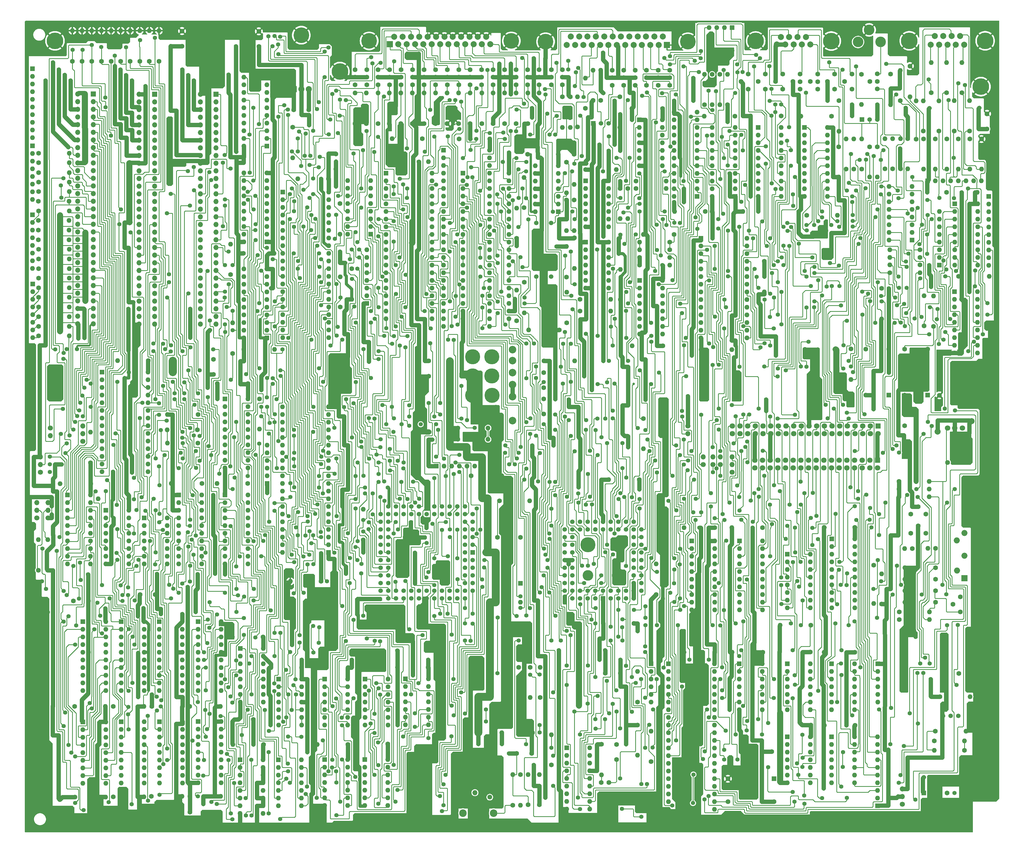
<source format=gbr>
%TF.GenerationSoftware,KiCad,Pcbnew,7.0.6*%
%TF.CreationDate,2023-08-29T14:49:30+01:00*%
%TF.ProjectId,Commodore PC10 III,436f6d6d-6f64-46f7-9265-205043313020,rev?*%
%TF.SameCoordinates,Original*%
%TF.FileFunction,Copper,L2,Bot*%
%TF.FilePolarity,Positive*%
%FSLAX46Y46*%
G04 Gerber Fmt 4.6, Leading zero omitted, Abs format (unit mm)*
G04 Created by KiCad (PCBNEW 7.0.6) date 2023-08-29 14:49:30*
%MOMM*%
%LPD*%
G01*
G04 APERTURE LIST*
%TA.AperFunction,ComponentPad*%
%ADD10C,1.600000*%
%TD*%
%TA.AperFunction,ComponentPad*%
%ADD11O,1.600000X1.600000*%
%TD*%
%TA.AperFunction,ComponentPad*%
%ADD12R,1.600000X1.600000*%
%TD*%
%TA.AperFunction,ComponentPad*%
%ADD13C,1.700000*%
%TD*%
%TA.AperFunction,ComponentPad*%
%ADD14O,1.700000X1.700000*%
%TD*%
%TA.AperFunction,ComponentPad*%
%ADD15C,2.000000*%
%TD*%
%TA.AperFunction,ComponentPad*%
%ADD16C,5.500000*%
%TD*%
%TA.AperFunction,ComponentPad*%
%ADD17R,2.000000X2.000000*%
%TD*%
%TA.AperFunction,ComponentPad*%
%ADD18O,2.000000X2.000000*%
%TD*%
%TA.AperFunction,ComponentPad*%
%ADD19O,2.500000X2.500000*%
%TD*%
%TA.AperFunction,ComponentPad*%
%ADD20C,5.000000*%
%TD*%
%TA.AperFunction,ComponentPad*%
%ADD21C,1.500000*%
%TD*%
%TA.AperFunction,ComponentPad*%
%ADD22R,1.800000X1.800000*%
%TD*%
%TA.AperFunction,ComponentPad*%
%ADD23C,1.800000*%
%TD*%
%TA.AperFunction,ComponentPad*%
%ADD24R,1.700000X1.700000*%
%TD*%
%TA.AperFunction,ComponentPad*%
%ADD25C,3.500000*%
%TD*%
%TA.AperFunction,ComponentPad*%
%ADD26C,5.200000*%
%TD*%
%TA.AperFunction,ComponentPad*%
%ADD27C,1.400000*%
%TD*%
%TA.AperFunction,ComponentPad*%
%ADD28R,1.500000X1.500000*%
%TD*%
%TA.AperFunction,ComponentPad*%
%ADD29C,2.500000*%
%TD*%
%TA.AperFunction,ComponentPad*%
%ADD30C,4.500000*%
%TD*%
%TA.AperFunction,ComponentPad*%
%ADD31C,3.000000*%
%TD*%
%TA.AperFunction,ViaPad*%
%ADD32C,1.400000*%
%TD*%
%TA.AperFunction,ViaPad*%
%ADD33C,0.800000*%
%TD*%
%TA.AperFunction,Conductor*%
%ADD34C,1.400000*%
%TD*%
%TA.AperFunction,Conductor*%
%ADD35C,0.250000*%
%TD*%
%TA.AperFunction,Conductor*%
%ADD36C,1.000000*%
%TD*%
%TA.AperFunction,Conductor*%
%ADD37C,1.500000*%
%TD*%
%TA.AperFunction,Conductor*%
%ADD38C,2.000000*%
%TD*%
%TA.AperFunction,Conductor*%
%ADD39C,1.750000*%
%TD*%
%TA.AperFunction,Conductor*%
%ADD40C,2.500000*%
%TD*%
%TA.AperFunction,Conductor*%
%ADD41C,0.800000*%
%TD*%
%TA.AperFunction,Conductor*%
%ADD42C,2.600000*%
%TD*%
%TA.AperFunction,Conductor*%
%ADD43C,2.700000*%
%TD*%
%TA.AperFunction,Conductor*%
%ADD44C,1.700000*%
%TD*%
%TA.AperFunction,Conductor*%
%ADD45C,0.600000*%
%TD*%
G04 APERTURE END LIST*
D10*
%TO.P,C744,1*%
%TO.N,VCC*%
X137260000Y-330850000D03*
D11*
%TO.P,C744,2*%
%TO.N,GND*%
X147420000Y-330850000D03*
%TD*%
D10*
%TO.P,R504,1*%
%TO.N,VCC*%
X397580000Y-226330000D03*
D11*
%TO.P,R504,2*%
%TO.N,Net-(C541-Pad1)*%
X407580000Y-226330000D03*
%TD*%
D10*
%TO.P,R690,1*%
%TO.N,VCC*%
X196720000Y-108860000D03*
D11*
%TO.P,R690,2*%
%TO.N,IOREADY*%
X196720000Y-119020000D03*
%TD*%
D10*
%TO.P,C701,1*%
%TO.N,VCC*%
X220100000Y-245700000D03*
D11*
%TO.P,C701,2*%
%TO.N,GND*%
X220100000Y-235540000D03*
%TD*%
D10*
%TO.P,R105,1*%
%TO.N,+12V*%
X409250000Y-312290000D03*
D11*
%TO.P,R105,2*%
%TO.N,Net-(CN101-Pin_3)*%
X419250000Y-312290000D03*
%TD*%
D10*
%TO.P,FB605,1*%
%TO.N,Net-(RP603-R1)*%
X418390000Y-97400000D03*
D11*
%TO.P,FB605,2*%
%TO.N,Net-(CN601-Pad1)*%
X418390000Y-87400000D03*
%TD*%
D10*
%TO.P,R605,1*%
%TO.N,GND*%
X398020000Y-122690000D03*
D11*
%TO.P,R605,2*%
%TO.N,Net-(Q601-E)*%
X398020000Y-112690000D03*
%TD*%
D10*
%TO.P,EMI425,1,1*%
%TO.N,Net-(U404-4Y)*%
X282380000Y-94770000D03*
%TO.P,EMI425,2,2*%
%TO.N,GND*%
X282380000Y-92230000D03*
%TO.P,EMI425,3,3*%
%TO.N,Net-(CN402-P20)*%
X282380000Y-89770000D03*
%TD*%
%TO.P,R402,1*%
%TO.N,Net-(BT601-+)*%
X269620000Y-333650000D03*
D11*
%TO.P,R402,2*%
%TO.N,VCC*%
X269620000Y-323490000D03*
%TD*%
D10*
%TO.P,C725,1*%
%TO.N,VCC*%
X187060000Y-313470000D03*
D11*
%TO.P,C725,2*%
%TO.N,GND*%
X176900000Y-313470000D03*
%TD*%
D10*
%TO.P,C534,1*%
%TO.N,Net-(RP503-R1)*%
X112530000Y-136610000D03*
D11*
%TO.P,C534,2*%
%TO.N,/CPU/BADDR13*%
X122690000Y-136610000D03*
%TD*%
D12*
%TO.P,U109,1,OEa*%
%TO.N,GND*%
X174290000Y-230770000D03*
D11*
%TO.P,U109,2,I0a*%
%TO.N,Net-(U101-~{NDAK3})*%
X174290000Y-233310000D03*
%TO.P,U109,3,O3b*%
%TO.N,~{NIOR}*%
X174290000Y-235850000D03*
%TO.P,U109,4,I1a*%
%TO.N,Net-(U109-I1a)*%
X174290000Y-238390000D03*
%TO.P,U109,5,O2b*%
%TO.N,~{NIOW}*%
X174290000Y-240930000D03*
%TO.P,U109,6,I2a*%
%TO.N,Net-(U109-I2a)*%
X174290000Y-243470000D03*
%TO.P,U109,7,O1b*%
%TO.N,ALE*%
X174290000Y-246010000D03*
%TO.P,U109,8,I3a*%
%TO.N,Net-(U101-~{NDAK0})*%
X174290000Y-248550000D03*
%TO.P,U109,9,O0b*%
%TO.N,TC*%
X174290000Y-251090000D03*
%TO.P,U109,10,GND*%
%TO.N,GND*%
X174290000Y-253630000D03*
%TO.P,U109,11,I0b*%
%TO.N,Net-(U101-EOP)*%
X181910000Y-253630000D03*
%TO.P,U109,12,O3a*%
%TO.N,~{NDACK0}*%
X181910000Y-251090000D03*
%TO.P,U109,13,I1b*%
%TO.N,Net-(U101-BALE)*%
X181910000Y-248550000D03*
%TO.P,U109,14,O2a*%
%TO.N,~{NDACK1}*%
X181910000Y-246010000D03*
%TO.P,U109,15,I2b*%
%TO.N,Net-(U101-~{NIOW})*%
X181910000Y-243470000D03*
%TO.P,U109,16,O1a*%
%TO.N,~{NDACK2}*%
X181910000Y-240930000D03*
%TO.P,U109,17,I3b*%
%TO.N,Net-(U101-~{NIOR})*%
X181910000Y-238390000D03*
%TO.P,U109,18,O0a*%
%TO.N,~{NDACK3}*%
X181910000Y-235850000D03*
%TO.P,U109,19,OEb*%
%TO.N,GND*%
X181910000Y-233310000D03*
%TO.P,U109,20,VCC*%
%TO.N,VCC*%
X181910000Y-230770000D03*
%TD*%
D10*
%TO.P,EMI403,1,1*%
%TO.N,P_BUSY*%
X270700000Y-94780000D03*
%TO.P,EMI403,2,2*%
%TO.N,GND*%
X270700000Y-92240000D03*
%TO.P,EMI403,3,3*%
%TO.N,Net-(CN401-Pad11)*%
X270700000Y-89780000D03*
%TD*%
%TO.P,C412,1*%
%TO.N,GND*%
X263120000Y-107660000D03*
D11*
%TO.P,C412,2*%
%TO.N,Net-(RP402-R1.2)*%
X263120000Y-97500000D03*
%TD*%
D10*
%TO.P,C427,1*%
%TO.N,GND*%
X270860000Y-145720000D03*
D11*
%TO.P,C427,2*%
%TO.N,Net-(C426-Pad2)*%
X270860000Y-135720000D03*
%TD*%
D10*
%TO.P,R603,1*%
%TO.N,Net-(JMP614-B)*%
X385064000Y-91300000D03*
D11*
%TO.P,R603,2*%
%TO.N,VCC*%
X385064000Y-101300000D03*
%TD*%
D13*
%TO.P,JMP206,1,A*%
%TO.N,IRQ5*%
X335890000Y-220660000D03*
D14*
%TO.P,JMP206,2,B*%
%TO.N,Net-(CN202-S)*%
X335890000Y-218120000D03*
%TD*%
D10*
%TO.P,R604,1*%
%TO.N,GND*%
X395450000Y-122690000D03*
D11*
%TO.P,R604,2*%
%TO.N,Net-(JMP614-B)*%
X395450000Y-112690000D03*
%TD*%
D15*
%TO.P,CN601,1,1*%
%TO.N,Net-(CN601-Pad1)*%
X419140000Y-81480000D03*
%TO.P,CN601,2,2*%
%TO.N,Net-(CN601-Pad2)*%
X416370000Y-81480000D03*
%TO.P,CN601,3,3*%
%TO.N,Net-(CN601-Pad3)*%
X413600000Y-81480000D03*
%TO.P,CN601,4,4*%
%TO.N,Net-(CN601-Pad4)*%
X410830000Y-81480000D03*
%TO.P,CN601,5,5*%
%TO.N,Net-(CN601-Pad5)*%
X408060000Y-81480000D03*
%TO.P,CN601,6,6*%
%TO.N,Net-(CN601-Pad6)*%
X417755000Y-78640000D03*
%TO.P,CN601,7,7*%
%TO.N,Net-(CN601-Pad7)*%
X414985000Y-78640000D03*
D16*
%TO.P,CN601,8,8*%
%TO.N,GND*%
X426080000Y-80220000D03*
D15*
X412215000Y-78640000D03*
D16*
X400970000Y-80210000D03*
D15*
%TO.P,CN601,9,9*%
%TO.N,Net-(CN601-Pad9)*%
X409445000Y-78640000D03*
%TD*%
D10*
%TO.P,R601,1*%
%TO.N,Net-(JMP614-A)*%
X387810000Y-115360000D03*
D11*
%TO.P,R601,2*%
%TO.N,Net-(U601-CMPVD)*%
X387810000Y-125360000D03*
%TD*%
D10*
%TO.P,C533,1*%
%TO.N,Net-(RP503-R2)*%
X112520000Y-139770000D03*
D11*
%TO.P,C533,2*%
%TO.N,/CPU/BADDR12*%
X122680000Y-139770000D03*
%TD*%
D10*
%TO.P,C743,1*%
%TO.N,VCC*%
X124610000Y-330970000D03*
D11*
%TO.P,C743,2*%
%TO.N,GND*%
X134770000Y-330970000D03*
%TD*%
D17*
%TO.P,CN102,1,KBRESET*%
%TO.N,Net-(CN102-KBRESET)*%
X419190000Y-258400000D03*
D18*
%TO.P,CN102,2,KBDATA*%
%TO.N,Net-(CN102-KBDATA)*%
X419250000Y-250910000D03*
%TO.P,CN102,3,KBCLK*%
%TO.N,Net-(CN102-KBCLK)*%
X419200000Y-243350000D03*
%TO.P,CN102,4,KB+5*%
%TO.N,Net-(CN102-KB+5)*%
X416740000Y-255870000D03*
%TO.P,CN102,5,KBGND*%
%TO.N,GND*%
X416700000Y-245880000D03*
D19*
X426640000Y-250880000D03*
X429190000Y-245880000D03*
X429190000Y-248350000D03*
X429190000Y-253360000D03*
X429190000Y-255830000D03*
%TD*%
D10*
%TO.P,C104,1*%
%TO.N,Net-(C104-Pad1)*%
X409690000Y-254870000D03*
D11*
%TO.P,C104,2*%
%TO.N,GND*%
X399530000Y-254870000D03*
%TD*%
D10*
%TO.P,C111,1*%
%TO.N,Net-(U108-I1b)*%
X216240000Y-155770000D03*
D11*
%TO.P,C111,2*%
%TO.N,GND*%
X216240000Y-165930000D03*
%TD*%
D12*
%TO.P,U111,1*%
%TO.N,GND*%
X311540000Y-106390000D03*
D11*
%TO.P,U111,2*%
%TO.N,REALALE*%
X311540000Y-108930000D03*
%TO.P,U111,3*%
%TO.N,Net-(U111-Pad3)*%
X311540000Y-111470000D03*
%TO.P,U111,4*%
%TO.N,GND*%
X311540000Y-114010000D03*
%TO.P,U111,5*%
%TO.N,Net-(U111-Pad3)*%
X311540000Y-116550000D03*
%TO.P,U111,6*%
%TO.N,BADDR_EN*%
X311540000Y-119090000D03*
%TO.P,U111,7,GND*%
%TO.N,GND*%
X311540000Y-121630000D03*
%TO.P,U111,8*%
%TO.N,IOREADYFIX*%
X319160000Y-121630000D03*
%TO.P,U111,9*%
%TO.N,PVC4READY*%
X319160000Y-119090000D03*
%TO.P,U111,10*%
%TO.N,~{NOVID}*%
X319160000Y-116550000D03*
%TO.P,U111,11*%
%TO.N,IOREADY*%
X319160000Y-114010000D03*
%TO.P,U111,12*%
%TO.N,GND*%
X319160000Y-111470000D03*
%TO.P,U111,13*%
%TO.N,IOREADYFIX*%
X319160000Y-108930000D03*
%TO.P,U111,14,VCC*%
%TO.N,VCC*%
X319160000Y-106390000D03*
%TD*%
D10*
%TO.P,C520,1*%
%TO.N,IRQ3*%
X152420000Y-87020000D03*
D11*
%TO.P,C520,2*%
%TO.N,GND*%
X152420000Y-76860000D03*
%TD*%
D10*
%TO.P,C525,1*%
%TO.N,Net-(RP504-R3)*%
X112560000Y-165260000D03*
D11*
%TO.P,C525,2*%
%TO.N,/CPU/BADDR4*%
X122720000Y-165260000D03*
%TD*%
D10*
%TO.P,FB601,1*%
%TO.N,Net-(U108-O1b)*%
X165270000Y-213600000D03*
D11*
%TO.P,FB601,2*%
%TO.N,Net-(FB601-Pad2)*%
X155270000Y-213600000D03*
%TD*%
D10*
%TO.P,C723,1*%
%TO.N,VCC*%
X142430000Y-232030000D03*
D11*
%TO.P,C723,2*%
%TO.N,GND*%
X132270000Y-232030000D03*
%TD*%
D10*
%TO.P,C518,1*%
%TO.N,IRQ5*%
X146050000Y-87020000D03*
D11*
%TO.P,C518,2*%
%TO.N,GND*%
X146050000Y-76860000D03*
%TD*%
D10*
%TO.P,C539,1*%
%TO.N,Net-(RP502-R3)*%
X112550000Y-120660000D03*
D11*
%TO.P,C539,2*%
%TO.N,/CPU/BADDR18*%
X122710000Y-120660000D03*
%TD*%
D10*
%TO.P,C604,1*%
%TO.N,GND*%
X421000000Y-112770000D03*
D11*
%TO.P,C604,2*%
%TO.N,Net-(RP603-R1)*%
X421000000Y-122770000D03*
%TD*%
D10*
%TO.P,C745,1*%
%TO.N,VCC*%
X149900000Y-330700000D03*
D11*
%TO.P,C745,2*%
%TO.N,GND*%
X160060000Y-330700000D03*
%TD*%
D10*
%TO.P,C521,1*%
%TO.N,Net-(RP504-R7)*%
X112590000Y-178020000D03*
D11*
%TO.P,C521,2*%
%TO.N,/CPU/BADDR0*%
X122750000Y-178020000D03*
%TD*%
D10*
%TO.P,R202,1*%
%TO.N,Net-(U203-RDY)*%
X310910000Y-299470000D03*
D11*
%TO.P,R202,2*%
%TO.N,VCC*%
X310910000Y-289310000D03*
%TD*%
D12*
%TO.P,OSC601,1,NC*%
%TO.N,unconnected-(OSC601-NC-Pad1)*%
X407050000Y-197690000D03*
D10*
%TO.P,OSC601,2,GND*%
%TO.N,GND*%
X407050000Y-182450000D03*
%TO.P,OSC601,3,OUT*%
%TO.N,Net-(OSC601-OUT)*%
X399430000Y-182450000D03*
%TO.P,OSC601,4,vcc*%
%TO.N,VCC*%
X399430000Y-197690000D03*
%TD*%
D12*
%TO.P,U204,1,A->B*%
%TO.N,Net-(U204-A->B)*%
X344700000Y-246000000D03*
D11*
%TO.P,U204,2,A0*%
%TO.N,/CPU/BDATA0*%
X344700000Y-248540000D03*
%TO.P,U204,3,A1*%
%TO.N,/CPU/BDATA1*%
X344700000Y-251080000D03*
%TO.P,U204,4,A2*%
%TO.N,/CPU/BDATA2*%
X344700000Y-253620000D03*
%TO.P,U204,5,A3*%
%TO.N,/CPU/BDATA3*%
X344700000Y-256160000D03*
%TO.P,U204,6,A4*%
%TO.N,/CPU/BDATA4*%
X344700000Y-258700000D03*
%TO.P,U204,7,A5*%
%TO.N,/CPU/BDATA5*%
X344700000Y-261240000D03*
%TO.P,U204,8,A6*%
%TO.N,/CPU/BDATA6*%
X344700000Y-263780000D03*
%TO.P,U204,9,A7*%
%TO.N,/CPU/BDATA7*%
X344700000Y-266320000D03*
%TO.P,U204,10,GND*%
%TO.N,GND*%
X344700000Y-268860000D03*
%TO.P,U204,11,B7*%
%TO.N,/FDD_HDD_BIOS/M7*%
X352320000Y-268860000D03*
%TO.P,U204,12,B6*%
%TO.N,/FDD_HDD_BIOS/M6*%
X352320000Y-266320000D03*
%TO.P,U204,13,B5*%
%TO.N,/FDD_HDD_BIOS/M5*%
X352320000Y-263780000D03*
%TO.P,U204,14,B4*%
%TO.N,/FDD_HDD_BIOS/M4*%
X352320000Y-261240000D03*
%TO.P,U204,15,B3*%
%TO.N,/FDD_HDD_BIOS/M3*%
X352320000Y-258700000D03*
%TO.P,U204,16,B2*%
%TO.N,/FDD_HDD_BIOS/M2*%
X352320000Y-256160000D03*
%TO.P,U204,17,B1*%
%TO.N,/FDD_HDD_BIOS/M1*%
X352320000Y-253620000D03*
%TO.P,U204,18,B0*%
%TO.N,/FDD_HDD_BIOS/M0*%
X352320000Y-251080000D03*
%TO.P,U204,19,CE*%
%TO.N,Net-(JMP208-C)*%
X352320000Y-248540000D03*
%TO.P,U204,20,VCC*%
%TO.N,VCC*%
X352320000Y-246000000D03*
%TD*%
D10*
%TO.P,C519,1*%
%TO.N,IRQ4*%
X149250000Y-87020000D03*
D11*
%TO.P,C519,2*%
%TO.N,GND*%
X149250000Y-76860000D03*
%TD*%
D10*
%TO.P,CB407,1*%
%TO.N,VCC*%
X274550000Y-117790000D03*
D11*
%TO.P,CB407,2*%
%TO.N,GND*%
X284710000Y-117790000D03*
%TD*%
D10*
%TO.P,C110,1*%
%TO.N,IRQ3*%
X255790000Y-224420000D03*
D11*
%TO.P,C110,2*%
%TO.N,GND*%
X265950000Y-224420000D03*
%TD*%
D10*
%TO.P,C800,1*%
%TO.N,VCC*%
X228260000Y-313320000D03*
D11*
%TO.P,C800,2*%
%TO.N,GND*%
X218100000Y-313320000D03*
%TD*%
D10*
%TO.P,C507,1*%
%TO.N,+12V*%
X160070000Y-81980000D03*
%TO.P,C507,2*%
%TO.N,GND*%
X160070000Y-76980000D03*
%TD*%
D12*
%TO.P,U304,1,A->B*%
%TO.N,~{NMEMR}*%
X122130000Y-230750000D03*
D11*
%TO.P,U304,2,A0*%
%TO.N,/CPU/BDATA0*%
X122130000Y-233290000D03*
%TO.P,U304,3,A1*%
%TO.N,/CPU/BDATA1*%
X122130000Y-235830000D03*
%TO.P,U304,4,A2*%
%TO.N,/CPU/BDATA2*%
X122130000Y-238370000D03*
%TO.P,U304,5,A3*%
%TO.N,/CPU/BDATA3*%
X122130000Y-240910000D03*
%TO.P,U304,6,A4*%
%TO.N,/CPU/BDATA4*%
X122130000Y-243450000D03*
%TO.P,U304,7,A5*%
%TO.N,/CPU/BDATA5*%
X122130000Y-245990000D03*
%TO.P,U304,8,A6*%
%TO.N,/CPU/BDATA6*%
X122130000Y-248530000D03*
%TO.P,U304,9,A7*%
%TO.N,/CPU/BDATA7*%
X122130000Y-251070000D03*
%TO.P,U304,10,GND*%
%TO.N,GND*%
X122130000Y-253610000D03*
%TO.P,U304,11,B7*%
%TO.N,/RAM/DB7*%
X129750000Y-253610000D03*
%TO.P,U304,12,B6*%
%TO.N,/RAM/DB6*%
X129750000Y-251070000D03*
%TO.P,U304,13,B5*%
%TO.N,/RAM/DB5*%
X129750000Y-248530000D03*
%TO.P,U304,14,B4*%
%TO.N,/RAM/DB4*%
X129750000Y-245990000D03*
%TO.P,U304,15,B3*%
%TO.N,/RAM/DB3*%
X129750000Y-243450000D03*
%TO.P,U304,16,B2*%
%TO.N,/RAM/DB2*%
X129750000Y-240910000D03*
%TO.P,U304,17,B1*%
%TO.N,/RAM/DB1*%
X129750000Y-238370000D03*
%TO.P,U304,18,B0*%
%TO.N,/RAM/DB0*%
X129750000Y-235830000D03*
%TO.P,U304,19,CE*%
%TO.N,~{SELNRAMS}*%
X129750000Y-233290000D03*
%TO.P,U304,20,VCC*%
%TO.N,VCC*%
X129750000Y-230750000D03*
%TD*%
D10*
%TO.P,C415,1*%
%TO.N,GND*%
X251710000Y-107660000D03*
D11*
%TO.P,C415,2*%
%TO.N,Net-(RP402-R4.2)*%
X251710000Y-97500000D03*
%TD*%
D10*
%TO.P,C768,1*%
%TO.N,GND*%
X367020000Y-138070000D03*
D11*
%TO.P,C768,2*%
%TO.N,VCC*%
X377180000Y-138070000D03*
%TD*%
D10*
%TO.P,R103,1*%
%TO.N,VCC*%
X397610000Y-272060000D03*
D11*
%TO.P,R103,2*%
%TO.N,Net-(C104-Pad1)*%
X407610000Y-272060000D03*
%TD*%
D10*
%TO.P,R108,1*%
%TO.N,Net-(U108-O2b)*%
X212360000Y-134190000D03*
D11*
%TO.P,R108,2*%
%TO.N,CLOCK*%
X212360000Y-144350000D03*
%TD*%
D20*
%TO.P,,0,8*%
%TO.N,GND*%
X304650000Y-247290000D03*
%TD*%
D10*
%TO.P,R413,1*%
%TO.N,VCC*%
X305300000Y-166010000D03*
D11*
%TO.P,R413,2*%
%TO.N,~{OUT1}*%
X305300000Y-156010000D03*
%TD*%
D21*
%TO.P,XTAL4,1,1*%
%TO.N,Net-(C425-Pad2)*%
X282320000Y-140580000D03*
%TO.P,XTAL4,2,2*%
%TO.N,Net-(C426-Pad2)*%
X277420000Y-140580000D03*
%TD*%
D10*
%TO.P,C776,1*%
%TO.N,GND*%
X231480000Y-120290000D03*
D11*
%TO.P,C776,2*%
%TO.N,VCC*%
X241640000Y-120290000D03*
%TD*%
D12*
%TO.P,U310,1,~{OE}*%
%TO.N,GND*%
X139920000Y-305980000D03*
D11*
%TO.P,U310,2,IO1*%
%TO.N,/RAM/DB3*%
X139920000Y-308520000D03*
%TO.P,U310,3,IO2*%
%TO.N,/RAM/DB2*%
X139920000Y-311060000D03*
%TO.P,U310,4,~{WE}*%
%TO.N,/RAM/BC2*%
X139920000Y-313600000D03*
%TO.P,U310,5,~{RAS}*%
%TO.N,~{RASA}*%
X139920000Y-316140000D03*
%TO.P,U310,6,A6*%
%TO.N,/RAM/MX6*%
X139920000Y-318680000D03*
%TO.P,U310,7,A5*%
%TO.N,/RAM/MX5*%
X139920000Y-321220000D03*
%TO.P,U310,8,A4*%
%TO.N,/RAM/MX4*%
X139920000Y-323760000D03*
%TO.P,U310,9,VCC*%
%TO.N,VCC*%
X139920000Y-326300000D03*
%TO.P,U310,10,A7*%
%TO.N,Net-(RP302C-R3.2)*%
X147540000Y-326300000D03*
%TO.P,U310,11,A3*%
%TO.N,/RAM/MX3*%
X147540000Y-323760000D03*
%TO.P,U310,12,A2*%
%TO.N,/RAM/MX2*%
X147540000Y-321220000D03*
%TO.P,U310,13,A1*%
%TO.N,/RAM/MX1*%
X147540000Y-318680000D03*
%TO.P,U310,14,A0*%
%TO.N,/RAM/MX0*%
X147540000Y-316140000D03*
%TO.P,U310,15,IO3*%
%TO.N,/RAM/DB1*%
X147540000Y-313600000D03*
%TO.P,U310,16,~{CAS}*%
%TO.N,~{CASA}*%
X147540000Y-311060000D03*
%TO.P,U310,17,IO4*%
%TO.N,/RAM/DB0*%
X147540000Y-308520000D03*
%TO.P,U310,18,VSS*%
%TO.N,GND*%
X147540000Y-305980000D03*
%TD*%
D10*
%TO.P,R109,1*%
%TO.N,PCLOCK*%
X185720000Y-198960000D03*
D11*
%TO.P,R109,2*%
%TO.N,Net-(U108-I2b)*%
X185720000Y-208960000D03*
%TD*%
D10*
%TO.P,CB608,1*%
%TO.N,VCC*%
X333360000Y-136820000D03*
D11*
%TO.P,CB608,2*%
%TO.N,GND*%
X323200000Y-136820000D03*
%TD*%
D10*
%TO.P,C202,1*%
%TO.N,DRQ-IN*%
X271530000Y-287920000D03*
D11*
%TO.P,C202,2*%
%TO.N,GND*%
X271530000Y-298080000D03*
%TD*%
D10*
%TO.P,FB606,1*%
%TO.N,Net-(RP603-R2)*%
X420940000Y-110090000D03*
D11*
%TO.P,FB606,2*%
%TO.N,Net-(CN601-Pad6)*%
X420940000Y-100090000D03*
%TD*%
D10*
%TO.P,R645,1*%
%TO.N,Net-(FB611-Pad1)*%
X403191600Y-112806200D03*
D11*
%TO.P,R645,2*%
%TO.N,Net-(CN601-Pad7)*%
X403191600Y-100106200D03*
%TD*%
D10*
%TO.P,C535,1*%
%TO.N,Net-(RP502-R7)*%
X112520000Y-133440000D03*
D11*
%TO.P,C535,2*%
%TO.N,/CPU/BADDR14*%
X122680000Y-133440000D03*
%TD*%
D10*
%TO.P,C761,1*%
%TO.N,GND*%
X291910000Y-169800000D03*
D11*
%TO.P,C761,2*%
%TO.N,-12V*%
X302070000Y-169800000D03*
%TD*%
D16*
%TO.P,,0,8*%
%TO.N,GND*%
X117980000Y-80230000D03*
%TD*%
D10*
%TO.P,R407,1*%
%TO.N,VCC*%
X290030000Y-145520000D03*
D11*
%TO.P,R407,2*%
%TO.N,Net-(U404-2B)*%
X290030000Y-155680000D03*
%TD*%
D10*
%TO.P,C524,1*%
%TO.N,Net-(RP504-R4)*%
X112560000Y-168420000D03*
D11*
%TO.P,C524,2*%
%TO.N,/CPU/BADDR3*%
X122720000Y-168420000D03*
%TD*%
D10*
%TO.P,R626,1*%
%TO.N,Net-(CR601-K)*%
X321640000Y-146940000D03*
D11*
%TO.P,R626,2*%
%TO.N,~{NIOW}*%
X311640000Y-146940000D03*
%TD*%
D10*
%TO.P,EMI408,1,1*%
%TO.N,Net-(RP402-R4.2)*%
X251770000Y-94780000D03*
%TO.P,EMI408,2,2*%
%TO.N,GND*%
X251770000Y-92240000D03*
%TO.P,EMI408,3,3*%
%TO.N,Net-(CN401-Pad6)*%
X251770000Y-89780000D03*
%TD*%
%TO.P,C770,1*%
%TO.N,GND*%
X331990000Y-182560000D03*
D11*
%TO.P,C770,2*%
%TO.N,VCC*%
X342150000Y-182560000D03*
%TD*%
D12*
%TO.P,RP502,1,common*%
%TO.N,VCC*%
X110510000Y-115010000D03*
D11*
%TO.P,RP502,2,R1*%
%TO.N,unconnected-(RP502-R1-Pad2)*%
X110510000Y-117550000D03*
%TO.P,RP502,3,R2*%
%TO.N,Net-(RP502-R2)*%
X110510000Y-120090000D03*
%TO.P,RP502,4,R3*%
%TO.N,Net-(RP502-R3)*%
X110510000Y-122630000D03*
%TO.P,RP502,5,R4*%
%TO.N,Net-(RP502-R4)*%
X110510000Y-125170000D03*
%TO.P,RP502,6,R5*%
%TO.N,Net-(RP502-R5)*%
X110510000Y-127710000D03*
%TO.P,RP502,7,R6*%
%TO.N,Net-(RP502-R6)*%
X110510000Y-130250000D03*
%TO.P,RP502,8,R7*%
%TO.N,Net-(RP502-R7)*%
X110510000Y-132790000D03*
%TD*%
D10*
%TO.P,C543,1*%
%TO.N,VCC*%
X258220000Y-309520000D03*
%TO.P,C543,2*%
%TO.N,GND*%
X263220000Y-309520000D03*
%TD*%
%TO.P,R206,1*%
%TO.N,DRQ-IN*%
X275400000Y-287920000D03*
D11*
%TO.P,R206,2*%
%TO.N,Net-(CR201-K)*%
X275400000Y-297920000D03*
%TD*%
D10*
%TO.P,R204,1*%
%TO.N,VCC*%
X397580000Y-228850000D03*
D11*
%TO.P,R204,2*%
%TO.N,Net-(JMP208-B)*%
X407580000Y-228850000D03*
%TD*%
D12*
%TO.P,U104,1,A->B*%
%TO.N,Net-(U101-DTR)*%
X188160000Y-115160000D03*
D11*
%TO.P,U104,2,A0*%
%TO.N,/CPU/DATA0*%
X188160000Y-112620000D03*
%TO.P,U104,3,A1*%
%TO.N,/CPU/DATA1*%
X188160000Y-110080000D03*
%TO.P,U104,4,A2*%
%TO.N,/CPU/DATA2*%
X188160000Y-107540000D03*
%TO.P,U104,5,A3*%
%TO.N,/CPU/DATA3*%
X188160000Y-105000000D03*
%TO.P,U104,6,A4*%
%TO.N,/CPU/DATA4*%
X188160000Y-102460000D03*
%TO.P,U104,7,A5*%
%TO.N,/CPU/DATA5*%
X188160000Y-99920000D03*
%TO.P,U104,8,A6*%
%TO.N,/CPU/DATA6*%
X188160000Y-97380000D03*
%TO.P,U104,9,A7*%
%TO.N,/CPU/DATA7*%
X188160000Y-94840000D03*
%TO.P,U104,10,GND*%
%TO.N,GND*%
X188160000Y-92300000D03*
%TO.P,U104,11,B7*%
%TO.N,/CPU/BDATA7*%
X180540000Y-92300000D03*
%TO.P,U104,12,B6*%
%TO.N,/CPU/BDATA6*%
X180540000Y-94840000D03*
%TO.P,U104,13,B5*%
%TO.N,/CPU/BDATA5*%
X180540000Y-97380000D03*
%TO.P,U104,14,B4*%
%TO.N,/CPU/BDATA4*%
X180540000Y-99920000D03*
%TO.P,U104,15,B3*%
%TO.N,/CPU/BDATA3*%
X180540000Y-102460000D03*
%TO.P,U104,16,B2*%
%TO.N,/CPU/BDATA2*%
X180540000Y-105000000D03*
%TO.P,U104,17,B1*%
%TO.N,/CPU/BDATA1*%
X180540000Y-107540000D03*
%TO.P,U104,18,B0*%
%TO.N,/CPU/BDATA0*%
X180540000Y-110080000D03*
%TO.P,U104,19,CE*%
%TO.N,Net-(U101-~{NDEN})*%
X180540000Y-112620000D03*
%TO.P,U104,20,VCC*%
%TO.N,VCC*%
X180540000Y-115160000D03*
%TD*%
D12*
%TO.P,RP604,1,common*%
%TO.N,VCC*%
X427278800Y-131760000D03*
D11*
%TO.P,RP604,2,R1*%
%TO.N,/VIDEO/MD0*%
X427278800Y-134300000D03*
%TO.P,RP604,3,R2*%
%TO.N,/VIDEO/MD1*%
X427278800Y-136840000D03*
%TO.P,RP604,4,R3*%
%TO.N,/VIDEO/MD2*%
X427278800Y-139380000D03*
%TO.P,RP604,5,R4*%
%TO.N,unconnected-(RP604-R4-Pad5)*%
X427278800Y-141920000D03*
%TO.P,RP604,6,R5*%
%TO.N,/VIDEO/MD4*%
X427278800Y-144460000D03*
%TO.P,RP604,7,R6*%
%TO.N,unconnected-(RP604-R6-Pad7)*%
X427278800Y-147000000D03*
%TO.P,RP604,8,R7*%
%TO.N,/VIDEO/MD6*%
X427278800Y-149540000D03*
%TO.P,RP604,9,R8*%
%TO.N,/VIDEO/MD7*%
X427278800Y-152080000D03*
%TO.P,RP604,10,R9*%
%TO.N,unconnected-(RP604-R9-Pad10)*%
X427278800Y-154620000D03*
%TD*%
D10*
%TO.P,C608,1*%
%TO.N,GND*%
X409580000Y-112770000D03*
D11*
%TO.P,C608,2*%
%TO.N,Net-(RP603-R5)*%
X409580000Y-122770000D03*
%TD*%
D10*
%TO.P,F401,1*%
%TO.N,Net-(CR403-K)*%
X293700000Y-102610000D03*
D11*
%TO.P,F401,2*%
%TO.N,Net-(CN402-Pad9)*%
X293700000Y-92610000D03*
%TD*%
D22*
%TO.P,CN201,1,Pin_1*%
%TO.N,GND*%
X390480000Y-219300000D03*
D23*
%TO.P,CN201,2,Pin_2*%
%TO.N,unconnected-(CN201-Pin_2-Pad2)*%
X390480000Y-221840000D03*
%TO.P,CN201,3,Pin_3*%
%TO.N,GND*%
X387940000Y-219300000D03*
%TO.P,CN201,4,Pin_4*%
%TO.N,unconnected-(CN201-Pin_4-Pad4)*%
X387940000Y-221840000D03*
%TO.P,CN201,5,Pin_5*%
%TO.N,GND*%
X385400000Y-219300000D03*
%TO.P,CN201,6,Pin_6*%
%TO.N,Net-(CN201-Pin_6)*%
X385400000Y-221840000D03*
%TO.P,CN201,7,Pin_7*%
%TO.N,GND*%
X382860000Y-219300000D03*
%TO.P,CN201,8,Pin_8*%
%TO.N,Net-(CN201-Pin_8)*%
X382860000Y-221840000D03*
%TO.P,CN201,9,Pin_9*%
%TO.N,GND*%
X380320000Y-219300000D03*
%TO.P,CN201,10,Pin_10*%
%TO.N,Net-(CN201-Pin_10)*%
X380320000Y-221840000D03*
%TO.P,CN201,11,Pin_11*%
%TO.N,GND*%
X377780000Y-219300000D03*
%TO.P,CN201,12,Pin_12*%
%TO.N,Net-(CN201-Pin_12)*%
X377780000Y-221840000D03*
%TO.P,CN201,13,Pin_13*%
%TO.N,GND*%
X375240000Y-219300000D03*
%TO.P,CN201,14,Pin_14*%
%TO.N,Net-(CN201-Pin_14)*%
X375240000Y-221840000D03*
%TO.P,CN201,15,Pin_15*%
%TO.N,GND*%
X372700000Y-219300000D03*
%TO.P,CN201,16,Pin_16*%
%TO.N,unconnected-(CN201-Pin_16-Pad16)*%
X372700000Y-221840000D03*
%TO.P,CN201,17,Pin_17*%
%TO.N,GND*%
X370160000Y-219300000D03*
%TO.P,CN201,18,Pin_18*%
%TO.N,Net-(CN201-Pin_18)*%
X370160000Y-221840000D03*
%TO.P,CN201,19,Pin_19*%
%TO.N,GND*%
X367620000Y-219300000D03*
%TO.P,CN201,20,Pin_20*%
%TO.N,Net-(CN201-Pin_20)*%
X367620000Y-221840000D03*
%TO.P,CN201,21,Pin_21*%
%TO.N,GND*%
X365080000Y-219300000D03*
%TO.P,CN201,22,Pin_22*%
%TO.N,Net-(CN201-Pin_22)*%
X365080000Y-221840000D03*
%TO.P,CN201,23,Pin_23*%
%TO.N,GND*%
X362540000Y-219300000D03*
%TO.P,CN201,24,Pin_24*%
%TO.N,Net-(CN201-Pin_24)*%
X362540000Y-221840000D03*
%TO.P,CN201,25,Pin_25*%
%TO.N,GND*%
X360000000Y-219300000D03*
%TO.P,CN201,26,Pin_26*%
%TO.N,Net-(CN201-Pin_26)*%
X360000000Y-221840000D03*
%TO.P,CN201,27,Pin_27*%
%TO.N,GND*%
X357460000Y-219300000D03*
%TO.P,CN201,28,Pin_28*%
%TO.N,Net-(CN201-Pin_28)*%
X357460000Y-221840000D03*
%TO.P,CN201,29,Pin_29*%
%TO.N,GND*%
X354920000Y-219300000D03*
%TO.P,CN201,30,Pin_30*%
%TO.N,Net-(CN201-Pin_30)*%
X354920000Y-221840000D03*
%TO.P,CN201,31,Pin_31*%
%TO.N,GND*%
X352380000Y-219300000D03*
%TO.P,CN201,32,Pin_32*%
%TO.N,Net-(CN201-Pin_32)*%
X352380000Y-221840000D03*
%TO.P,CN201,33,Pin_33*%
%TO.N,GND*%
X349840000Y-219300000D03*
%TO.P,CN201,34,Pin_34*%
%TO.N,unconnected-(CN201-Pin_34-Pad34)*%
X349840000Y-221840000D03*
%TD*%
D10*
%TO.P,R602,1*%
%TO.N,Net-(JMP614-B)*%
X390330000Y-115360000D03*
D11*
%TO.P,R602,2*%
%TO.N,Net-(U601-~{CSYNCN})*%
X390330000Y-125360000D03*
%TD*%
D10*
%TO.P,EMI411,1,1*%
%TO.N,Net-(RP402-R7.2)*%
X240250000Y-94780000D03*
%TO.P,EMI411,2,2*%
%TO.N,GND*%
X240250000Y-92240000D03*
%TO.P,EMI411,3,3*%
%TO.N,Net-(CN401-Pad3)*%
X240250000Y-89780000D03*
%TD*%
%TO.P,C426,1*%
%TO.N,Net-(C426-Pad1)*%
X273350000Y-135550000D03*
D11*
%TO.P,C426,2*%
%TO.N,Net-(C426-Pad2)*%
X273350000Y-125550000D03*
%TD*%
D10*
%TO.P,CR405,1,K*%
%TO.N,Net-(CR405-K)*%
X291080000Y-108790000D03*
D11*
%TO.P,CR405,2,A*%
%TO.N,GND*%
X291080000Y-98790000D03*
%TD*%
D10*
%TO.P,C552,1*%
%TO.N,VCC*%
X170435000Y-185785000D03*
%TO.P,C552,2*%
%TO.N,GND*%
X170435000Y-190785000D03*
%TD*%
D21*
%TO.P,Q101,1,E*%
%TO.N,GND*%
X412140000Y-304017308D03*
%TO.P,Q101,2,B*%
%TO.N,Net-(Q101-B)*%
X414680000Y-304017308D03*
%TO.P,Q101,3,C*%
%TO.N,Net-(Q101-C)*%
X417220000Y-304017308D03*
%TD*%
D10*
%TO.P,R620,1*%
%TO.N,V_BL*%
X385191000Y-122710000D03*
D11*
%TO.P,R620,2*%
%TO.N,Net-(JMP614-B)*%
X385191000Y-112710000D03*
%TD*%
D10*
%TO.P,C710,1*%
%TO.N,VCC*%
X148890000Y-186270000D03*
D11*
%TO.P,C710,2*%
%TO.N,GND*%
X138730000Y-186270000D03*
%TD*%
D10*
%TO.P,C611,1*%
%TO.N,GND*%
X310440000Y-126680000D03*
D11*
%TO.P,C611,2*%
%TO.N,Net-(U610-Pin_18)*%
X320440000Y-126680000D03*
%TD*%
D12*
%TO.P,U312,1,~{OE}*%
%TO.N,GND*%
X165360000Y-305890000D03*
D11*
%TO.P,U312,2,IO1*%
%TO.N,/RAM/DB3*%
X165360000Y-308430000D03*
%TO.P,U312,3,IO2*%
%TO.N,/RAM/DB2*%
X165360000Y-310970000D03*
%TO.P,U312,4,~{WE}*%
%TO.N,/RAM/BC2*%
X165360000Y-313510000D03*
%TO.P,U312,5,~{RAS}*%
%TO.N,~{RASB}*%
X165360000Y-316050000D03*
%TO.P,U312,6,A6*%
%TO.N,/RAM/MX6*%
X165360000Y-318590000D03*
%TO.P,U312,7,A5*%
%TO.N,/RAM/MX5*%
X165360000Y-321130000D03*
%TO.P,U312,8,A4*%
%TO.N,/RAM/MX4*%
X165360000Y-323670000D03*
%TO.P,U312,9,VCC*%
%TO.N,VCC*%
X165360000Y-326210000D03*
%TO.P,U312,10,A7*%
%TO.N,Net-(RP302C-R3.2)*%
X172980000Y-326210000D03*
%TO.P,U312,11,A3*%
%TO.N,/RAM/MX3*%
X172980000Y-323670000D03*
%TO.P,U312,12,A2*%
%TO.N,/RAM/MX2*%
X172980000Y-321130000D03*
%TO.P,U312,13,A1*%
%TO.N,/RAM/MX1*%
X172980000Y-318590000D03*
%TO.P,U312,14,A0*%
%TO.N,/RAM/MX0*%
X172980000Y-316050000D03*
%TO.P,U312,15,IO3*%
%TO.N,/RAM/DB1*%
X172980000Y-313510000D03*
%TO.P,U312,16,~{CAS}*%
%TO.N,~{CASB}*%
X172980000Y-310970000D03*
%TO.P,U312,17,IO4*%
%TO.N,/RAM/DB0*%
X172980000Y-308430000D03*
%TO.P,U312,18,VSS*%
%TO.N,GND*%
X172980000Y-305890000D03*
%TD*%
D10*
%TO.P,C508,1*%
%TO.N,+12V*%
X279930000Y-186360000D03*
D11*
%TO.P,C508,2*%
%TO.N,GND*%
X290090000Y-186360000D03*
%TD*%
D14*
%TO.P,CN504,1,A*%
%TO.N,GND*%
X115710000Y-233340000D03*
%TO.P,CN504,2,C*%
%TO.N,Net-(CN504-C)*%
X115710000Y-235880000D03*
D13*
%TO.P,CN504,3,B*%
%TO.N,GND*%
X115710000Y-238420000D03*
%TD*%
D10*
%TO.P,R414,1*%
%TO.N,VCC*%
X305190000Y-129140000D03*
D11*
%TO.P,R414,2*%
%TO.N,Net-(U402-~{OUT1})*%
X305190000Y-139140000D03*
%TD*%
D10*
%TO.P,FB105,1*%
%TO.N,Net-(U101-OSC)*%
X212450000Y-168470000D03*
D11*
%TO.P,FB105,2*%
%TO.N,Net-(U108-I1b)*%
X212450000Y-158470000D03*
%TD*%
D10*
%TO.P,FB603,1*%
%TO.N,Net-(OSC602-OUT)*%
X381660000Y-182350000D03*
D11*
%TO.P,FB603,2*%
%TO.N,V_CLOCK1*%
X381660000Y-192510000D03*
%TD*%
D12*
%TO.P,RP203,1,common*%
%TO.N,VCC*%
X390450000Y-333840000D03*
D11*
%TO.P,RP203,2,R1*%
%TO.N,Net-(CN201-Pin_32)*%
X390450000Y-331300000D03*
%TO.P,RP203,3,R2*%
%TO.N,Net-(CN201-Pin_14)*%
X390450000Y-328760000D03*
%TO.P,RP203,4,R3*%
%TO.N,Net-(CN201-Pin_12)*%
X390450000Y-326220000D03*
%TO.P,RP203,5,R4*%
%TO.N,Net-(CN201-Pin_10)*%
X390450000Y-323680000D03*
%TO.P,RP203,6,R5*%
%TO.N,Net-(CN201-Pin_6)*%
X390450000Y-321140000D03*
%TO.P,RP203,7,R6*%
%TO.N,Net-(CN201-Pin_24)*%
X390450000Y-318600000D03*
%TO.P,RP203,8,R7*%
%TO.N,Net-(CN201-Pin_22)*%
X390450000Y-316060000D03*
%TO.P,RP203,9,R8*%
%TO.N,Net-(CN201-Pin_20)*%
X390450000Y-313520000D03*
%TO.P,RP203,10,R9*%
%TO.N,Net-(CN201-Pin_18)*%
X390450000Y-310980000D03*
%TD*%
D10*
%TO.P,C612,1*%
%TO.N,GND*%
X310440000Y-129210000D03*
D11*
%TO.P,C612,2*%
%TO.N,Net-(U610-Pin_19)*%
X320440000Y-129210000D03*
%TD*%
D10*
%TO.P,C422,1*%
%TO.N,GND*%
X225000000Y-107680000D03*
D11*
%TO.P,C422,2*%
%TO.N,P_ININ*%
X225000000Y-97520000D03*
%TD*%
D12*
%TO.P,U605,1,~{G}*%
%TO.N,GND*%
X415980000Y-134240000D03*
D11*
%TO.P,U605,2,DQ1*%
%TO.N,/VIDEO/MD0*%
X415980000Y-136780000D03*
%TO.P,U605,3,DQ2*%
%TO.N,/VIDEO/MD1*%
X415980000Y-139320000D03*
%TO.P,U605,4,~{W}*%
%TO.N,Net-(U605-~{W})*%
X415980000Y-141860000D03*
%TO.P,U605,5,~{RAS}*%
%TO.N,Net-(U605-~{RAS})*%
X415980000Y-144400000D03*
%TO.P,U605,6,A6*%
%TO.N,/VIDEO/MA6*%
X415980000Y-146940000D03*
%TO.P,U605,7,A5*%
%TO.N,/VIDEO/MA5*%
X415980000Y-149480000D03*
%TO.P,U605,8,A4*%
%TO.N,/VIDEO/MA4*%
X415980000Y-152020000D03*
%TO.P,U605,9,VCC*%
%TO.N,VCC*%
X415980000Y-154560000D03*
%TO.P,U605,10,A7*%
%TO.N,/VIDEO/MA7*%
X423600000Y-154560000D03*
%TO.P,U605,11,A3*%
%TO.N,/VIDEO/MA3*%
X423600000Y-152020000D03*
%TO.P,U605,12,A2*%
%TO.N,/VIDEO/MA2*%
X423600000Y-149480000D03*
%TO.P,U605,13,A1*%
%TO.N,/VIDEO/MA1*%
X423600000Y-146940000D03*
%TO.P,U605,14,A0*%
%TO.N,/VIDEO/MA0*%
X423600000Y-144400000D03*
%TO.P,U605,15,DQ3*%
%TO.N,/VIDEO/MD2*%
X423600000Y-141860000D03*
%TO.P,U605,16,~{CAS}*%
%TO.N,Net-(U605-~{CAS})*%
X423600000Y-139320000D03*
%TO.P,U605,17,DQ4*%
%TO.N,/VIDEO/MD3*%
X423600000Y-136780000D03*
%TO.P,U605,18,VSS*%
%TO.N,GND*%
X423600000Y-134240000D03*
%TD*%
D10*
%TO.P,R501,1*%
%TO.N,VCC*%
X251440000Y-212360000D03*
D11*
%TO.P,R501,2*%
%TO.N,PG*%
X261440000Y-212360000D03*
%TD*%
D10*
%TO.P,C402,1*%
%TO.N,VCC*%
X303970000Y-313480000D03*
%TO.P,C402,2*%
%TO.N,Net-(U401-XT)*%
X303970000Y-318480000D03*
%TD*%
%TO.P,EMI410,1,1*%
%TO.N,Net-(RP402-R6.2)*%
X244070000Y-94780000D03*
%TO.P,EMI410,2,2*%
%TO.N,GND*%
X244070000Y-92240000D03*
%TO.P,EMI410,3,3*%
%TO.N,Net-(CN401-Pad4)*%
X244070000Y-89780000D03*
%TD*%
%TO.P,R410,1*%
%TO.N,S_RI*%
X305130000Y-98810000D03*
D11*
%TO.P,R410,2*%
%TO.N,VCC*%
X305130000Y-108970000D03*
%TD*%
D10*
%TO.P,R625,1*%
%TO.N,V_CLOCK0*%
X394500000Y-157100000D03*
D11*
%TO.P,R625,2*%
%TO.N,NOSC*%
X404500000Y-157100000D03*
%TD*%
D12*
%TO.P,RP504,1,common*%
%TO.N,VCC*%
X110610000Y-160860000D03*
D11*
%TO.P,RP504,2,R1*%
%TO.N,Net-(RP504-R1)*%
X110610000Y-163400000D03*
%TO.P,RP504,3,R2*%
%TO.N,Net-(RP504-R2)*%
X110610000Y-165940000D03*
%TO.P,RP504,4,R3*%
%TO.N,Net-(RP504-R3)*%
X110610000Y-168480000D03*
%TO.P,RP504,5,R4*%
%TO.N,Net-(RP504-R4)*%
X110610000Y-171020000D03*
%TO.P,RP504,6,R5*%
%TO.N,Net-(RP504-R5)*%
X110610000Y-173560000D03*
%TO.P,RP504,7,R6*%
%TO.N,Net-(RP504-R6)*%
X110610000Y-176100000D03*
%TO.P,RP504,8,R7*%
%TO.N,Net-(RP504-R7)*%
X110610000Y-178640000D03*
%TD*%
D12*
%TO.P,RP303,1,R1.1*%
%TO.N,Net-(RP303A-R1.1)*%
X220675000Y-291810000D03*
D11*
%TO.P,RP303,2,R2.1*%
%TO.N,Net-(RP303B-R2.1)*%
X220675000Y-294350000D03*
%TO.P,RP303,3,R3.1*%
%TO.N,Net-(RP303C-R3.1)*%
X220675000Y-296890000D03*
%TO.P,RP303,4,R4.1*%
%TO.N,Net-(RP303D-R4.1)*%
X220675000Y-299430000D03*
%TO.P,RP303,5,R5.1*%
%TO.N,Net-(RP303E-R5.1)*%
X220675000Y-301970000D03*
%TO.P,RP303,6,R6.1*%
%TO.N,unconnected-(RP303F-R6.1-Pad6)*%
X220675000Y-304510000D03*
%TO.P,RP303,7,R7.1*%
%TO.N,unconnected-(RP303G-R7.1-Pad7)*%
X220675000Y-307050000D03*
%TO.P,RP303,8,R7.2*%
%TO.N,unconnected-(RP303G-R7.2-Pad8)*%
X228295000Y-307050000D03*
%TO.P,RP303,9,R6.2*%
%TO.N,unconnected-(RP303F-R6.2-Pad9)*%
X228295000Y-304510000D03*
%TO.P,RP303,10,R5.2*%
%TO.N,~{RASB}*%
X228295000Y-301970000D03*
%TO.P,RP303,11,R4.2*%
%TO.N,~{RASA}*%
X228295000Y-299430000D03*
%TO.P,RP303,12,R3.2*%
%TO.N,~{CASB}*%
X228295000Y-296890000D03*
%TO.P,RP303,13,R2.2*%
%TO.N,~{CASA}*%
X228295000Y-294350000D03*
%TO.P,RP303,14,R1.2*%
%TO.N,/RAM/BC11*%
X228295000Y-291810000D03*
%TD*%
D10*
%TO.P,R502,1*%
%TO.N,CLOCK*%
X176110000Y-157670000D03*
D11*
%TO.P,R502,2*%
%TO.N,/EXPANSION (ISA)/B11*%
X176110000Y-147670000D03*
%TD*%
D10*
%TO.P,C411,1*%
%TO.N,GND*%
X266950000Y-107660000D03*
D11*
%TO.P,C411,2*%
%TO.N,P_ACKN*%
X266950000Y-97500000D03*
%TD*%
D10*
%TO.P,R622,1*%
%TO.N,VCC*%
X400420000Y-112690000D03*
D11*
%TO.P,R622,2*%
%TO.N,Net-(U605-~{CAS})*%
X400420000Y-122690000D03*
%TD*%
D10*
%TO.P,R403,1*%
%TO.N,GND*%
X287460000Y-173720000D03*
D11*
%TO.P,R403,2*%
%TO.N,Net-(U402-XIN)*%
X287460000Y-163560000D03*
%TD*%
%TO.P,RP201,1,A*%
%TO.N,GND*%
X390510000Y-299440000D03*
%TO.P,RP201,2,B*%
%TO.N,Net-(CN201-Pin_30)*%
X390510000Y-296900000D03*
%TO.P,RP201,3,C*%
%TO.N,Net-(CN201-Pin_28)*%
X390510000Y-294360000D03*
%TO.P,RP201,4,D*%
%TO.N,Net-(CN201-Pin_8)*%
X390510000Y-291820000D03*
%TO.P,RP201,5,E*%
%TO.N,Net-(CN201-Pin_26)*%
X390510000Y-289280000D03*
D12*
%TO.P,RP201,6,F*%
%TO.N,VCC*%
X390510000Y-286740000D03*
%TD*%
D10*
%TO.P,C767,1*%
%TO.N,GND*%
X352960000Y-153290000D03*
D11*
%TO.P,C767,2*%
%TO.N,VCC*%
X352960000Y-163450000D03*
%TD*%
D20*
%TO.P,,0,8*%
%TO.N,GND*%
X246150000Y-254910000D03*
%TD*%
D10*
%TO.P,FB607,1*%
%TO.N,Net-(RP603-R3)*%
X415850000Y-110090000D03*
D11*
%TO.P,FB607,2*%
%TO.N,Net-(CN601-Pad2)*%
X415850000Y-100090000D03*
%TD*%
D10*
%TO.P,EMI607,1,1*%
%TO.N,V_BMONO*%
X347630000Y-96230000D03*
%TO.P,EMI607,2,2*%
%TO.N,GND*%
X345210000Y-93710000D03*
%TO.P,EMI607,3,3*%
%TO.N,Net-(CN602-Pad7)*%
X347630000Y-91230000D03*
%TD*%
%TO.P,C540,1*%
%TO.N,Net-(RP502-R2)*%
X112550000Y-117480000D03*
D11*
%TO.P,C540,2*%
%TO.N,/CPU/BADDR19*%
X122710000Y-117480000D03*
%TD*%
D12*
%TO.P,RP301,1,R1.1*%
%TO.N,Net-(RP301A-R1.1)*%
X147540000Y-238390000D03*
D11*
%TO.P,RP301,2,R2.1*%
%TO.N,Net-(RP301B-R2.1)*%
X147540000Y-240930000D03*
%TO.P,RP301,3,R3.1*%
%TO.N,Net-(RP301C-R3.1)*%
X147540000Y-243470000D03*
%TO.P,RP301,4,R4.1*%
%TO.N,Net-(RP301D-R4.1)*%
X147540000Y-246010000D03*
%TO.P,RP301,5,R5.1*%
%TO.N,Net-(RP301E-R5.1)*%
X147540000Y-248550000D03*
%TO.P,RP301,6,R6.1*%
%TO.N,Net-(RP301F-R6.1)*%
X147540000Y-251090000D03*
%TO.P,RP301,7,R7.1*%
%TO.N,Net-(RP301G-R7.1)*%
X147540000Y-253630000D03*
%TO.P,RP301,8,R7.2*%
%TO.N,/RAM/MX6*%
X155160000Y-253630000D03*
%TO.P,RP301,9,R6.2*%
%TO.N,/RAM/MX5*%
X155160000Y-251090000D03*
%TO.P,RP301,10,R5.2*%
%TO.N,/RAM/MX4*%
X155160000Y-248550000D03*
%TO.P,RP301,11,R4.2*%
%TO.N,/RAM/MX3*%
X155160000Y-246010000D03*
%TO.P,RP301,12,R3.2*%
%TO.N,/RAM/MX2*%
X155160000Y-243470000D03*
%TO.P,RP301,13,R2.2*%
%TO.N,/RAM/MX1*%
X155160000Y-240930000D03*
%TO.P,RP301,14,R1.2*%
%TO.N,/RAM/MX0*%
X155160000Y-238390000D03*
%TD*%
D12*
%TO.P,U316,1*%
%TO.N,RAS0*%
X220620000Y-318450000D03*
D11*
%TO.P,U316,2*%
%TO.N,CAS*%
X220620000Y-320990000D03*
%TO.P,U316,3*%
%TO.N,Net-(RP302E-R5.1)*%
X220620000Y-323530000D03*
%TO.P,U316,4*%
%TO.N,RAS1*%
X220620000Y-326070000D03*
%TO.P,U316,5*%
%TO.N,CAS*%
X220620000Y-328610000D03*
%TO.P,U316,6*%
%TO.N,Net-(RP303A-R1.1)*%
X220620000Y-331150000D03*
%TO.P,U316,7,GND*%
%TO.N,GND*%
X220620000Y-333690000D03*
%TO.P,U316,8*%
%TO.N,Net-(RP303C-R3.1)*%
X228240000Y-333690000D03*
%TO.P,U316,9*%
%TO.N,CAS*%
X228240000Y-331150000D03*
%TO.P,U316,10*%
%TO.N,Net-(U313-Pad8)*%
X228240000Y-328610000D03*
%TO.P,U316,11*%
%TO.N,Net-(RP303B-R2.1)*%
X228240000Y-326070000D03*
%TO.P,U316,12*%
%TO.N,CAS*%
X228240000Y-323530000D03*
%TO.P,U316,13*%
%TO.N,Net-(U313-Pad6)*%
X228240000Y-320990000D03*
%TO.P,U316,14,VCC*%
%TO.N,VCC*%
X228240000Y-318450000D03*
%TD*%
D14*
%TO.P,CN101,1,Pin_1*%
%TO.N,GND*%
X398690000Y-328190000D03*
%TO.P,CN101,2,Pin_2*%
%TO.N,VCC*%
X398690000Y-330730000D03*
D13*
%TO.P,CN101,3,Pin_3*%
%TO.N,Net-(CN101-Pin_3)*%
X398690000Y-333270000D03*
%TD*%
D10*
%TO.P,C714,1*%
%TO.N,VCC*%
X336500000Y-241580000D03*
D11*
%TO.P,C714,2*%
%TO.N,GND*%
X326340000Y-241580000D03*
%TD*%
D10*
%TO.P,C530,1*%
%TO.N,Net-(RP503-R5)*%
X112530000Y-149360000D03*
D11*
%TO.P,C530,2*%
%TO.N,/CPU/BADDR9*%
X122690000Y-149360000D03*
%TD*%
D10*
%TO.P,C603,1*%
%TO.N,GND*%
X405710000Y-112770000D03*
D11*
%TO.P,C603,2*%
%TO.N,Net-(RP603-R7)*%
X405710000Y-122770000D03*
%TD*%
D14*
%TO.P,JMP301,1,Pin_1*%
%TO.N,Net-(JMP301-Pin_1)*%
X127230000Y-207935000D03*
%TO.P,JMP301,2,Pin_2*%
%TO.N,~{SELNRAMS}*%
X127230000Y-210475000D03*
D13*
%TO.P,JMP301,3,Pin_3*%
%TO.N,~{NRAMS}*%
X127230000Y-213015000D03*
%TD*%
D10*
%TO.P,C601,1*%
%TO.N,Net-(U601-RESET)*%
X307700000Y-129140000D03*
D11*
%TO.P,C601,2*%
%TO.N,GND*%
X307700000Y-139140000D03*
%TD*%
D10*
%TO.P,R629,1*%
%TO.N,Net-(U605-~{RAS})*%
X404500000Y-154525600D03*
D11*
%TO.P,R629,2*%
%TO.N,Net-(U601-~{RAS01N})*%
X394500000Y-154525600D03*
%TD*%
D10*
%TO.P,R422,1*%
%TO.N,Net-(C426-Pad1)*%
X287410000Y-120460000D03*
D11*
%TO.P,R422,2*%
%TO.N,Net-(C425-Pad2)*%
X287410000Y-130620000D03*
%TD*%
D10*
%TO.P,C717,1*%
%TO.N,VCC*%
X368160000Y-282870000D03*
D11*
%TO.P,C717,2*%
%TO.N,GND*%
X358000000Y-282870000D03*
%TD*%
D14*
%TO.P,CN501,1,GND*%
%TO.N,GND*%
X166190000Y-97950000D03*
%TO.P,CN501,2,RESET*%
%TO.N,RESET*%
X166190000Y-100490000D03*
%TO.P,CN501,3,VCC*%
%TO.N,VCC*%
X166190000Y-103030000D03*
%TO.P,CN501,4,IRQ2*%
%TO.N,IRQ2*%
X166190000Y-105570000D03*
%TO.P,CN501,5,-5V*%
%TO.N,-5V*%
X166190000Y-108110000D03*
%TO.P,CN501,6,DRQ2*%
%TO.N,DRQ2*%
X166190000Y-110650000D03*
%TO.P,CN501,7,-12V*%
%TO.N,-12V*%
X166190000Y-113190000D03*
%TO.P,CN501,8,UNUSED*%
%TO.N,/EXPANSION (ISA)/B23*%
X166190000Y-115730000D03*
%TO.P,CN501,9,+12V*%
%TO.N,+12V*%
X166190000Y-118270000D03*
%TO.P,CN501,10,GND*%
%TO.N,GND*%
X166190000Y-120810000D03*
%TO.P,CN501,11,~{SMEMW}*%
%TO.N,~{NMEMW}*%
X166190000Y-123350000D03*
%TO.P,CN501,12,~{SMEMR}*%
%TO.N,~{NMEMR}*%
X166190000Y-125890000D03*
%TO.P,CN501,13,~{IOW}*%
%TO.N,~{NIOW}*%
X166190000Y-128430000D03*
%TO.P,CN501,14,~{IOR}*%
%TO.N,~{NIOR}*%
X166190000Y-130970000D03*
%TO.P,CN501,15,~{DACK3}*%
%TO.N,~{NDACK3}*%
X166190000Y-133510000D03*
%TO.P,CN501,16,DRQ3*%
%TO.N,DRQ3*%
X166190000Y-136050000D03*
%TO.P,CN501,17,~{DACK1}*%
%TO.N,~{NDACK1}*%
X166190000Y-138590000D03*
%TO.P,CN501,18,DRQ1*%
%TO.N,DRQ1*%
X166190000Y-141130000D03*
%TO.P,CN501,19,~{DACK0}*%
%TO.N,~{NDACK0}*%
X166190000Y-143670000D03*
%TO.P,CN501,20,CLK*%
%TO.N,/EXPANSION (ISA)/B11*%
X166190000Y-146210000D03*
%TO.P,CN501,21,IRQ7*%
%TO.N,IRQ7*%
X166190000Y-148750000D03*
%TO.P,CN501,22,IRQ6*%
%TO.N,IRQ6*%
X166190000Y-151290000D03*
%TO.P,CN501,23,IRQ5*%
%TO.N,IRQ5*%
X166190000Y-153830000D03*
%TO.P,CN501,24,IRQ4*%
%TO.N,IRQ4*%
X166190000Y-156370000D03*
%TO.P,CN501,25,IRQ3*%
%TO.N,IRQ3*%
X166190000Y-158910000D03*
%TO.P,CN501,26,~{DACK2}*%
%TO.N,~{NDACK2}*%
X166190000Y-161450000D03*
%TO.P,CN501,27,TC*%
%TO.N,TC*%
X166190000Y-163990000D03*
%TO.P,CN501,28,ALE*%
%TO.N,ALE*%
X166190000Y-166530000D03*
%TO.P,CN501,29,VCC*%
%TO.N,VCC*%
X166190000Y-169070000D03*
%TO.P,CN501,30,OSC*%
%TO.N,/EXPANSION (ISA)/B1*%
X166190000Y-171610000D03*
%TO.P,CN501,31,GND*%
%TO.N,GND*%
X166190000Y-174150000D03*
D24*
%TO.P,CN501,32,IO*%
%TO.N,~{NIOCHK}*%
X171320000Y-97950000D03*
D14*
%TO.P,CN501,33,DB7*%
%TO.N,/CPU/BDATA7*%
X171320000Y-100490000D03*
%TO.P,CN501,34,DB6*%
%TO.N,/CPU/BDATA6*%
X171320000Y-103030000D03*
%TO.P,CN501,35,DB5*%
%TO.N,/CPU/BDATA5*%
X171320000Y-105570000D03*
%TO.P,CN501,36,DB4*%
%TO.N,/CPU/BDATA4*%
X171320000Y-108110000D03*
%TO.P,CN501,37,DB3*%
%TO.N,/CPU/BDATA3*%
X171320000Y-110650000D03*
%TO.P,CN501,38,DB2*%
%TO.N,/CPU/BDATA2*%
X171320000Y-113190000D03*
%TO.P,CN501,39,DB1*%
%TO.N,/CPU/BDATA1*%
X171320000Y-115730000D03*
%TO.P,CN501,40,DB0*%
%TO.N,/CPU/BDATA0*%
X171320000Y-118270000D03*
%TO.P,CN501,41,IO_READY*%
%TO.N,IOREADY*%
X171320000Y-120810000D03*
%TO.P,CN501,42,AEN*%
%TO.N,AEN*%
X171320000Y-123350000D03*
%TO.P,CN501,43,BA19*%
%TO.N,/CPU/BADDR19*%
X171320000Y-125890000D03*
%TO.P,CN501,44,BA18*%
%TO.N,/CPU/BADDR18*%
X171320000Y-128430000D03*
%TO.P,CN501,45,BA17*%
%TO.N,/CPU/BADDR17*%
X171320000Y-130970000D03*
%TO.P,CN501,46,BA16*%
%TO.N,/CPU/BADDR16*%
X171320000Y-133510000D03*
%TO.P,CN501,47,BA15*%
%TO.N,/CPU/BADDR15*%
X171320000Y-136050000D03*
%TO.P,CN501,48,BA14*%
%TO.N,/CPU/BADDR14*%
X171320000Y-138590000D03*
%TO.P,CN501,49,BA13*%
%TO.N,/CPU/BADDR13*%
X171320000Y-141130000D03*
%TO.P,CN501,50,BA12*%
%TO.N,/CPU/BADDR12*%
X171320000Y-143670000D03*
%TO.P,CN501,51,BA11*%
%TO.N,/CPU/BADDR11*%
X171320000Y-146210000D03*
%TO.P,CN501,52,BA10*%
%TO.N,/CPU/BADDR10*%
X171320000Y-148750000D03*
%TO.P,CN501,53,BA09*%
%TO.N,/CPU/BADDR9*%
X171320000Y-151290000D03*
%TO.P,CN501,54,BA08*%
%TO.N,/CPU/BADDR8*%
X171320000Y-153830000D03*
%TO.P,CN501,55,BA07*%
%TO.N,/CPU/BADDR7*%
X171320000Y-156370000D03*
%TO.P,CN501,56,BA06*%
%TO.N,/CPU/BADDR6*%
X171320000Y-158910000D03*
%TO.P,CN501,57,BA05*%
%TO.N,/CPU/BADDR5*%
X171320000Y-161450000D03*
%TO.P,CN501,58,BA04*%
%TO.N,/CPU/BADDR4*%
X171320000Y-163990000D03*
%TO.P,CN501,59,BA03*%
%TO.N,/CPU/BADDR3*%
X171320000Y-166530000D03*
%TO.P,CN501,60,BA02*%
%TO.N,/CPU/BADDR2*%
X171320000Y-169070000D03*
%TO.P,CN501,61,BA01*%
%TO.N,/CPU/BADDR1*%
X171320000Y-171610000D03*
%TO.P,CN501,62,BA00*%
%TO.N,/CPU/BADDR0*%
X171320000Y-174150000D03*
%TD*%
D10*
%TO.P,C706,1*%
%TO.N,VCC*%
X180390000Y-150720000D03*
D11*
%TO.P,C706,2*%
%TO.N,GND*%
X190550000Y-150720000D03*
%TD*%
D10*
%TO.P,R641,1*%
%TO.N,PVC4READY*%
X312900000Y-205490000D03*
D11*
%TO.P,R641,2*%
%TO.N,VCC*%
X312900000Y-215490000D03*
%TD*%
D10*
%TO.P,EMI614,1,1*%
%TO.N,Net-(Q601-E)*%
X390340000Y-96180000D03*
%TO.P,EMI614,2,2*%
%TO.N,GND*%
X387920000Y-93660000D03*
X390340000Y-93720000D03*
%TO.P,EMI614,3,3*%
%TO.N,Net-(CN603-In)*%
X390340000Y-91180000D03*
%TD*%
%TO.P,C777,1*%
%TO.N,VCC*%
X319300000Y-181350000D03*
D11*
%TO.P,C777,2*%
%TO.N,GND*%
X309140000Y-181350000D03*
%TD*%
D10*
%TO.P,FB608,1*%
%TO.N,Net-(RP603-R4)*%
X413310000Y-97400000D03*
D11*
%TO.P,FB608,2*%
%TO.N,Net-(CN601-Pad3)*%
X413310000Y-87400000D03*
%TD*%
D10*
%TO.P,CB111,1*%
%TO.N,VCC*%
X319200000Y-102640000D03*
D11*
%TO.P,CB111,2*%
%TO.N,GND*%
X309040000Y-102640000D03*
%TD*%
D10*
%TO.P,R411,1*%
%TO.N,VCC*%
X282420000Y-320270000D03*
D11*
%TO.P,R411,2*%
%TO.N,Net-(U401-STD.P)*%
X282420000Y-310270000D03*
%TD*%
D10*
%TO.P,C769,1*%
%TO.N,GND*%
X391810000Y-162240000D03*
D11*
%TO.P,C769,2*%
%TO.N,VCC*%
X391810000Y-172400000D03*
%TD*%
D10*
%TO.P,C712,1*%
%TO.N,VCC*%
X382910000Y-241540000D03*
D11*
%TO.P,C712,2*%
%TO.N,GND*%
X372750000Y-241540000D03*
%TD*%
D12*
%TO.P,SWTCH601,1*%
%TO.N,SW0*%
X342270000Y-75800000D03*
D11*
%TO.P,SWTCH601,2*%
%TO.N,SW1*%
X339730000Y-75800000D03*
%TO.P,SWTCH601,3*%
%TO.N,SW2*%
X337190000Y-75800000D03*
%TO.P,SWTCH601,4*%
%TO.N,SW3*%
X334650000Y-75800000D03*
%TO.P,SWTCH601,5*%
%TO.N,GND*%
X334650000Y-83420000D03*
%TO.P,SWTCH601,6*%
X337190000Y-83420000D03*
%TO.P,SWTCH601,7*%
X339730000Y-83420000D03*
%TO.P,SWTCH601,8*%
X342270000Y-83420000D03*
%TD*%
D10*
%TO.P,C772,1*%
%TO.N,VCC*%
X375180000Y-105180000D03*
D11*
%TO.P,C772,2*%
%TO.N,GND*%
X365020000Y-105180000D03*
%TD*%
D10*
%TO.P,C420,1*%
%TO.N,GND*%
X232540000Y-107670000D03*
D11*
%TO.P,C420,2*%
%TO.N,Net-(C420-Pad2)*%
X232540000Y-97510000D03*
%TD*%
D10*
%TO.P,C529,1*%
%TO.N,Net-(RP503-R6)*%
X112530000Y-152580000D03*
D11*
%TO.P,C529,2*%
%TO.N,/CPU/BADDR8*%
X122690000Y-152580000D03*
%TD*%
D10*
%TO.P,CR403,1,K*%
%TO.N,Net-(CR403-K)*%
X298760000Y-99950000D03*
D11*
%TO.P,CR403,2,A*%
%TO.N,+12V*%
X298760000Y-89950000D03*
%TD*%
D10*
%TO.P,C401,1*%
%TO.N,VCC*%
X298970000Y-313390000D03*
D11*
%TO.P,C401,2*%
%TO.N,Net-(U401-~{XT})*%
X298970000Y-323550000D03*
%TD*%
D10*
%TO.P,R624,1*%
%TO.N,VCC*%
X311640000Y-152030000D03*
D11*
%TO.P,R624,2*%
%TO.N,Net-(U601-~{LPNSWN})*%
X321640000Y-152030000D03*
%TD*%
D10*
%TO.P,C526,1*%
%TO.N,Net-(RP504-R2)*%
X112550000Y-162120000D03*
D11*
%TO.P,C526,2*%
%TO.N,/CPU/BADDR5*%
X122710000Y-162120000D03*
%TD*%
D12*
%TO.P,U308,1,DQ1*%
%TO.N,/RAM/DB4*%
X127250000Y-272770000D03*
D11*
%TO.P,U308,2,DQ2*%
%TO.N,/RAM/DB5*%
X127250000Y-275310000D03*
%TO.P,U308,3,~{W}*%
%TO.N,/RAM/BC2*%
X127250000Y-277850000D03*
%TO.P,U308,4,~{RAS}*%
%TO.N,/RAM/BC10*%
X127250000Y-280390000D03*
%TO.P,U308,5*%
%TO.N,unconnected-(U308-Pad5)*%
X127250000Y-282930000D03*
%TO.P,U308,6,A0*%
%TO.N,/RAM/MX0*%
X127250000Y-285470000D03*
%TO.P,U308,7,A1*%
%TO.N,/RAM/MX1*%
X127250000Y-288010000D03*
%TO.P,U308,8,A2*%
%TO.N,/RAM/MX2*%
X127250000Y-290550000D03*
%TO.P,U308,9,A3*%
%TO.N,/RAM/MX3*%
X127250000Y-293090000D03*
%TO.P,U308,10,VCC*%
%TO.N,VCC*%
X127250000Y-295630000D03*
%TO.P,U308,11,A4*%
%TO.N,/RAM/MX4*%
X134870000Y-295630000D03*
%TO.P,U308,12,A5*%
%TO.N,/RAM/MX5*%
X134870000Y-293090000D03*
%TO.P,U308,13,A6*%
%TO.N,/RAM/MX6*%
X134870000Y-290550000D03*
%TO.P,U308,14,A7*%
%TO.N,/RAM/MX7*%
X134870000Y-288010000D03*
%TO.P,U308,15,A8*%
%TO.N,/RAM/MX8*%
X134870000Y-285470000D03*
%TO.P,U308,16,~{OE}*%
%TO.N,GND*%
X134870000Y-282930000D03*
%TO.P,U308,17,~{CAS}*%
%TO.N,/RAM/BC11*%
X134870000Y-280390000D03*
%TO.P,U308,18,DQ3*%
%TO.N,/RAM/DB7*%
X134870000Y-277850000D03*
%TO.P,U308,19,DQ4*%
%TO.N,/RAM/DB6*%
X134870000Y-275310000D03*
%TO.P,U308,20,VSS*%
%TO.N,GND*%
X134870000Y-272770000D03*
%TD*%
D10*
%TO.P,C542,1*%
%TO.N,VCC*%
X146185000Y-263805000D03*
%TO.P,C542,2*%
%TO.N,GND*%
X151185000Y-263805000D03*
%TD*%
%TO.P,C505,1*%
%TO.N,GND*%
X185520000Y-77070000D03*
%TO.P,C505,2*%
%TO.N,-12V*%
X185520000Y-82070000D03*
%TD*%
%TO.P,R616,1*%
%TO.N,VCC*%
X340700000Y-101370000D03*
D11*
%TO.P,R616,2*%
%TO.N,SW0*%
X340700000Y-91370000D03*
%TD*%
D12*
%TO.P,U205,1,A->B*%
%TO.N,~{IDIR}*%
X328880000Y-246050000D03*
D11*
%TO.P,U205,2,A0*%
%TO.N,/CPU/BDATA0*%
X328880000Y-248590000D03*
%TO.P,U205,3,A1*%
%TO.N,/CPU/BDATA1*%
X328880000Y-251130000D03*
%TO.P,U205,4,A2*%
%TO.N,/CPU/BDATA2*%
X328880000Y-253670000D03*
%TO.P,U205,5,A3*%
%TO.N,/CPU/BDATA3*%
X328880000Y-256210000D03*
%TO.P,U205,6,A4*%
%TO.N,/CPU/BDATA4*%
X328880000Y-258750000D03*
%TO.P,U205,7,A5*%
%TO.N,/CPU/BDATA5*%
X328880000Y-261290000D03*
%TO.P,U205,8,A6*%
%TO.N,/CPU/BDATA6*%
X328880000Y-263830000D03*
%TO.P,U205,9,A7*%
%TO.N,/CPU/BDATA7*%
X328880000Y-266370000D03*
%TO.P,U205,10,GND*%
%TO.N,GND*%
X328880000Y-268910000D03*
%TO.P,U205,11,B7*%
%TO.N,/FDD_HDD_BIOS/IDATA7*%
X336500000Y-268910000D03*
%TO.P,U205,12,B6*%
%TO.N,/FDD_HDD_BIOS/IDATA6*%
X336500000Y-266370000D03*
%TO.P,U205,13,B5*%
%TO.N,/FDD_HDD_BIOS/IDATA5*%
X336500000Y-263830000D03*
%TO.P,U205,14,B4*%
%TO.N,/FDD_HDD_BIOS/IDATA4*%
X336500000Y-261290000D03*
%TO.P,U205,15,B3*%
%TO.N,/FDD_HDD_BIOS/IDATA3*%
X336500000Y-258750000D03*
%TO.P,U205,16,B2*%
%TO.N,/FDD_HDD_BIOS/IDATA2*%
X336500000Y-256210000D03*
%TO.P,U205,17,B1*%
%TO.N,/FDD_HDD_BIOS/IDATA1*%
X336500000Y-253670000D03*
%TO.P,U205,18,B0*%
%TO.N,/FDD_HDD_BIOS/IDATA0*%
X336500000Y-251130000D03*
%TO.P,U205,19,CE*%
%TO.N,GND*%
X336500000Y-248590000D03*
%TO.P,U205,20,VCC*%
%TO.N,VCC*%
X336500000Y-246050000D03*
%TD*%
D10*
%TO.P,EMI412,1,1*%
%TO.N,Net-(RP402-R8.2)*%
X236420000Y-94780000D03*
%TO.P,EMI412,2,2*%
%TO.N,GND*%
X236420000Y-92240000D03*
%TO.P,EMI412,3,3*%
%TO.N,Net-(CN401-Pad2)*%
X236420000Y-89780000D03*
%TD*%
D25*
%TO.P,,0,8*%
%TO.N,GND*%
X294520000Y-257440000D03*
%TD*%
D10*
%TO.P,CR501,1,K*%
%TO.N,VCC*%
X251440000Y-208590000D03*
D11*
%TO.P,CR501,2,A*%
%TO.N,PG*%
X261440000Y-208590000D03*
%TD*%
D10*
%TO.P,C548,1*%
%TO.N,VCC*%
X124085000Y-265875000D03*
%TO.P,C548,2*%
%TO.N,GND*%
X129085000Y-265875000D03*
%TD*%
%TO.P,C760,1*%
%TO.N,GND*%
X291900000Y-165950000D03*
D11*
%TO.P,C760,2*%
%TO.N,+12V*%
X302060000Y-165950000D03*
%TD*%
D10*
%TO.P,EMI402,1,1*%
%TO.N,P_PAPE*%
X274520000Y-94780000D03*
%TO.P,EMI402,2,2*%
%TO.N,GND*%
X274520000Y-92240000D03*
%TO.P,EMI402,3,3*%
%TO.N,Net-(CN401-Pad12)*%
X274520000Y-89780000D03*
%TD*%
D12*
%TO.P,RP302,1,R1.1*%
%TO.N,Net-(RP302A-R1.1)*%
X192000000Y-318600000D03*
D11*
%TO.P,RP302,2,R2.1*%
%TO.N,Net-(RP302B-R2.1)*%
X192000000Y-321140000D03*
%TO.P,RP302,3,R3.1*%
%TO.N,Net-(RP302C-R3.1)*%
X192000000Y-323680000D03*
%TO.P,RP302,4,R4.1*%
%TO.N,Net-(RP302D-R4.1)*%
X192000000Y-326220000D03*
%TO.P,RP302,5,R5.1*%
%TO.N,Net-(RP302E-R5.1)*%
X192000000Y-328760000D03*
%TO.P,RP302,6,R6.1*%
%TO.N,~{BNMEMW}*%
X192000000Y-331300000D03*
%TO.P,RP302,7,R7.1*%
%TO.N,Net-(RP302G-R7.1)*%
X192000000Y-333840000D03*
%TO.P,RP302,8,R7.2*%
%TO.N,/RAM/BC10*%
X199620000Y-333840000D03*
%TO.P,RP302,9,R6.2*%
%TO.N,/RAM/BC2*%
X199620000Y-331300000D03*
%TO.P,RP302,10,R5.2*%
%TO.N,/RAM/BC1*%
X199620000Y-328760000D03*
%TO.P,RP302,11,R4.2*%
%TO.N,/RAM/BC0*%
X199620000Y-326220000D03*
%TO.P,RP302,12,R3.2*%
%TO.N,Net-(RP302C-R3.2)*%
X199620000Y-323680000D03*
%TO.P,RP302,13,R2.2*%
%TO.N,/RAM/MX8*%
X199620000Y-321140000D03*
%TO.P,RP302,14,R1.2*%
%TO.N,/RAM/MX7*%
X199620000Y-318600000D03*
%TD*%
D10*
%TO.P,CR201,1,K*%
%TO.N,Net-(CR201-K)*%
X278700000Y-297930000D03*
D11*
%TO.P,CR201,2,A*%
%TO.N,DRQ-IN*%
X278700000Y-287930000D03*
%TD*%
D10*
%TO.P,R619,1*%
%TO.N,V_GR*%
X382600200Y-122710000D03*
D11*
%TO.P,R619,2*%
%TO.N,Net-(JMP614-B)*%
X382600200Y-112710000D03*
%TD*%
D10*
%TO.P,R101,1*%
%TO.N,VCC*%
X411080000Y-297660000D03*
D11*
%TO.P,R101,2*%
%TO.N,Net-(Q101-B)*%
X421080000Y-297660000D03*
%TD*%
D10*
%TO.P,C416,1*%
%TO.N,GND*%
X247900000Y-107660000D03*
D11*
%TO.P,C416,2*%
%TO.N,Net-(RP402-R5.2)*%
X247900000Y-97500000D03*
%TD*%
D17*
%TO.P,CN401,1,1*%
%TO.N,Net-(CN401-Pad1)*%
X228925000Y-81380000D03*
D15*
%TO.P,CN401,2,2*%
%TO.N,Net-(CN401-Pad2)*%
X231695000Y-81380000D03*
%TO.P,CN401,3,3*%
%TO.N,Net-(CN401-Pad3)*%
X234465000Y-81380000D03*
%TO.P,CN401,4,4*%
%TO.N,Net-(CN401-Pad4)*%
X237235000Y-81380000D03*
%TO.P,CN401,5,5*%
%TO.N,Net-(CN401-Pad5)*%
X240005000Y-81380000D03*
%TO.P,CN401,6,6*%
%TO.N,Net-(CN401-Pad6)*%
X242775000Y-81380000D03*
%TO.P,CN401,7,7*%
%TO.N,Net-(CN401-Pad7)*%
X245545000Y-81380000D03*
%TO.P,CN401,8,8*%
%TO.N,Net-(CN401-Pad8)*%
X248315000Y-81380000D03*
%TO.P,CN401,9,9*%
%TO.N,Net-(CN401-Pad9)*%
X251085000Y-81380000D03*
%TO.P,CN401,10,10*%
%TO.N,Net-(CN401-Pad10)*%
X253855000Y-81380000D03*
%TO.P,CN401,11,11*%
%TO.N,Net-(CN401-Pad11)*%
X256625000Y-81380000D03*
%TO.P,CN401,12,12*%
%TO.N,Net-(CN401-Pad12)*%
X259395000Y-81380000D03*
%TO.P,CN401,13,13*%
%TO.N,Net-(CN401-Pad13)*%
X262165000Y-81380000D03*
%TO.P,CN401,14,P14*%
%TO.N,Net-(CN401-P14)*%
X230360000Y-78850000D03*
%TO.P,CN401,15,P15*%
%TO.N,Net-(CN401-P15)*%
X233130000Y-78850000D03*
%TO.P,CN401,16,P16*%
%TO.N,Net-(CN401-P16)*%
X235900000Y-78850000D03*
%TO.P,CN401,17,P17*%
%TO.N,Net-(CN401-P17)*%
X238670000Y-78850000D03*
%TO.P,CN401,18,P18*%
%TO.N,GND*%
X241440000Y-78850000D03*
%TO.P,CN401,19,P19*%
X244210000Y-78850000D03*
%TO.P,CN401,20,P20*%
X246980000Y-78850000D03*
%TO.P,CN401,21,P21*%
X249750000Y-78850000D03*
%TO.P,CN401,22,P22*%
X252520000Y-78850000D03*
%TO.P,CN401,23,P23*%
X255290000Y-78850000D03*
%TO.P,CN401,24,P24*%
X258060000Y-78850000D03*
D26*
%TO.P,CN401,25,P25*%
X222045000Y-80270000D03*
D15*
X260830000Y-78850000D03*
D26*
X269145000Y-80270000D03*
%TD*%
D16*
%TO.P,,0,8*%
%TO.N,GND*%
X239000000Y-320600000D03*
%TD*%
D12*
%TO.P,U606,1,~{G}*%
%TO.N,GND*%
X415899600Y-163423600D03*
D11*
%TO.P,U606,2,DQ1*%
%TO.N,/VIDEO/MD4*%
X415899600Y-165963600D03*
%TO.P,U606,3,DQ2*%
%TO.N,/VIDEO/MD5*%
X415899600Y-168503600D03*
%TO.P,U606,4,~{W}*%
%TO.N,Net-(U605-~{W})*%
X415899600Y-171043600D03*
%TO.P,U606,5,~{RAS}*%
%TO.N,Net-(U605-~{RAS})*%
X415899600Y-173583600D03*
%TO.P,U606,6,A6*%
%TO.N,/VIDEO/MA6*%
X415899600Y-176123600D03*
%TO.P,U606,7,A5*%
%TO.N,/VIDEO/MA5*%
X415899600Y-178663600D03*
%TO.P,U606,8,A4*%
%TO.N,/VIDEO/MA4*%
X415899600Y-181203600D03*
%TO.P,U606,9,VCC*%
%TO.N,VCC*%
X415899600Y-183743600D03*
%TO.P,U606,10,A7*%
%TO.N,/VIDEO/MA7*%
X423519600Y-183743600D03*
%TO.P,U606,11,A3*%
%TO.N,/VIDEO/MA3*%
X423519600Y-181203600D03*
%TO.P,U606,12,A2*%
%TO.N,/VIDEO/MA2*%
X423519600Y-178663600D03*
%TO.P,U606,13,A1*%
%TO.N,/VIDEO/MA1*%
X423519600Y-176123600D03*
%TO.P,U606,14,A0*%
%TO.N,/VIDEO/MA0*%
X423519600Y-173583600D03*
%TO.P,U606,15,DQ3*%
%TO.N,/VIDEO/MD6*%
X423519600Y-171043600D03*
%TO.P,U606,16,~{CAS}*%
%TO.N,Net-(U605-~{CAS})*%
X423519600Y-168503600D03*
%TO.P,U606,17,DQ4*%
%TO.N,/VIDEO/MD7*%
X423519600Y-165963600D03*
%TO.P,U606,18,VSS*%
%TO.N,GND*%
X423519600Y-163423600D03*
%TD*%
D10*
%TO.P,C538,1*%
%TO.N,Net-(RP502-R4)*%
X112550000Y-123900000D03*
D11*
%TO.P,C538,2*%
%TO.N,/CPU/BADDR17*%
X122710000Y-123900000D03*
%TD*%
D12*
%TO.P,RP602,1,R1.1*%
%TO.N,Net-(RP602-R1.1)*%
X401870000Y-146320000D03*
D11*
%TO.P,RP602,2,R2.1*%
%TO.N,Net-(RP602-R2.1)*%
X401870000Y-143780000D03*
%TO.P,RP602,3,R3.1*%
%TO.N,Net-(RP602-R3.1)*%
X401870000Y-141240000D03*
%TO.P,RP602,4,R4.1*%
%TO.N,Net-(RP602-R4.1)*%
X401870000Y-138700000D03*
%TO.P,RP602,5,R5.1*%
%TO.N,Net-(RP602-R5.1)*%
X401870000Y-136160000D03*
%TO.P,RP602,6,R6.1*%
%TO.N,Net-(RP602-R6.1)*%
X401870000Y-133620000D03*
%TO.P,RP602,7,R7.1*%
%TO.N,Net-(RP602-R7.1)*%
X401870000Y-131080000D03*
%TO.P,RP602,8,R8.1*%
%TO.N,Net-(RP602-R8.1)*%
X401870000Y-128540000D03*
%TO.P,RP602,9,R8.2*%
%TO.N,/VIDEO/MA7*%
X394250000Y-128540000D03*
%TO.P,RP602,10,R7.2*%
%TO.N,/VIDEO/MA6*%
X394250000Y-131080000D03*
%TO.P,RP602,11,R6.2*%
%TO.N,/VIDEO/MA5*%
X394250000Y-133620000D03*
%TO.P,RP602,12,R5.2*%
%TO.N,/VIDEO/MA4*%
X394250000Y-136160000D03*
%TO.P,RP602,13,R4.2*%
%TO.N,/VIDEO/MA3*%
X394250000Y-138700000D03*
%TO.P,RP602,14,R3.2*%
%TO.N,/VIDEO/MA2*%
X394250000Y-141240000D03*
%TO.P,RP602,15,R2.2*%
%TO.N,/VIDEO/MA1*%
X394250000Y-143780000D03*
%TO.P,RP602,16,R1.2*%
%TO.N,/VIDEO/MA0*%
X394250000Y-146320000D03*
%TD*%
D10*
%TO.P,C551,1*%
%TO.N,VCC*%
X211045000Y-117715000D03*
%TO.P,C551,2*%
%TO.N,GND*%
X211045000Y-122715000D03*
%TD*%
D16*
%TO.P,,0,8*%
%TO.N,GND*%
X424880000Y-192590000D03*
%TD*%
D10*
%TO.P,EMI419,1,1*%
%TO.N,Net-(U405-IN_A)*%
X302550000Y-95000000D03*
%TO.P,EMI419,2,2*%
%TO.N,GND*%
X302550000Y-92460000D03*
%TO.P,EMI419,3,3*%
%TO.N,Net-(CN402-Pad8)*%
X302550000Y-90000000D03*
%TD*%
%TO.P,R607,1*%
%TO.N,SW1*%
X335660800Y-91370000D03*
D11*
%TO.P,R607,2*%
%TO.N,/VIDEO/MA5*%
X335660800Y-101370000D03*
%TD*%
D12*
%TO.P,U206,1*%
%TO.N,Net-(U2-Pad8)*%
X375240000Y-310950000D03*
D11*
%TO.P,U206,2*%
%TO.N,Net-(CN201-Pin_18)*%
X375240000Y-313490000D03*
%TO.P,U206,3*%
%TO.N,Net-(U2-Pad6)*%
X375240000Y-316030000D03*
%TO.P,U206,4*%
%TO.N,Net-(CN201-Pin_20)*%
X375240000Y-318570000D03*
%TO.P,U206,5*%
%TO.N,Net-(U203-WDOUT)*%
X375240000Y-321110000D03*
%TO.P,U206,6*%
%TO.N,Net-(CN201-Pin_22)*%
X375240000Y-323650000D03*
%TO.P,U206,7,GND*%
%TO.N,GND*%
X375240000Y-326190000D03*
%TO.P,U206,8*%
%TO.N,Net-(CN201-Pin_24)*%
X382860000Y-326190000D03*
%TO.P,U206,9*%
%TO.N,Net-(U203-WE)*%
X382860000Y-323650000D03*
%TO.P,U206,10*%
%TO.N,Net-(CN201-Pin_10)*%
X382860000Y-321110000D03*
%TO.P,U206,11*%
%TO.N,DRV0*%
X382860000Y-318570000D03*
%TO.P,U206,12*%
%TO.N,Net-(C541-Pad1)*%
X382860000Y-316030000D03*
%TO.P,U206,13*%
%TO.N,Net-(U206-Pad13)*%
X382860000Y-313490000D03*
%TO.P,U206,14,VCC*%
%TO.N,VCC*%
X382860000Y-310950000D03*
%TD*%
D10*
%TO.P,C405,1*%
%TO.N,Net-(U402-XIN)*%
X287430000Y-158520000D03*
D11*
%TO.P,C405,2*%
%TO.N,GND*%
X287430000Y-148360000D03*
%TD*%
D10*
%TO.P,C537,1*%
%TO.N,Net-(RP502-R5)*%
X112540000Y-127030000D03*
D11*
%TO.P,C537,2*%
%TO.N,/CPU/BADDR16*%
X122700000Y-127030000D03*
%TD*%
D10*
%TO.P,R412,1*%
%TO.N,VCC*%
X287400000Y-133020000D03*
D11*
%TO.P,R412,2*%
%TO.N,Net-(U402-CS0)*%
X287400000Y-143180000D03*
%TD*%
D12*
%TO.P,U107,1,OE*%
%TO.N,GND*%
X158990000Y-230770000D03*
D11*
%TO.P,U107,2,O0*%
%TO.N,unconnected-(U107-O0-Pad2)*%
X158990000Y-233310000D03*
%TO.P,U107,3,D0*%
%TO.N,GND*%
X158990000Y-235850000D03*
%TO.P,U107,4,D1*%
%TO.N,~{S2}*%
X158990000Y-238390000D03*
%TO.P,U107,5,O1*%
%TO.N,Net-(U107-O1)*%
X158990000Y-240930000D03*
%TO.P,U107,6,O2*%
%TO.N,Net-(U107-O2)*%
X158990000Y-243470000D03*
%TO.P,U107,7,D2*%
%TO.N,~{S1}*%
X158990000Y-246010000D03*
%TO.P,U107,8,D3*%
%TO.N,~{S0}*%
X158990000Y-248550000D03*
%TO.P,U107,9,O3*%
%TO.N,Net-(U107-O3)*%
X158990000Y-251090000D03*
%TO.P,U107,10,GND*%
%TO.N,GND*%
X158990000Y-253630000D03*
%TO.P,U107,11,LE*%
%TO.N,BADDR_EN*%
X166610000Y-253630000D03*
%TO.P,U107,12,O4*%
%TO.N,/CPU/BADDR16*%
X166610000Y-251090000D03*
%TO.P,U107,13,D4*%
%TO.N,/CPU/ADDR16*%
X166610000Y-248550000D03*
%TO.P,U107,14,D5*%
%TO.N,/CPU/ADDR17*%
X166610000Y-246010000D03*
%TO.P,U107,15,O5*%
%TO.N,/CPU/BADDR17*%
X166610000Y-243470000D03*
%TO.P,U107,16,O6*%
%TO.N,/CPU/BADDR18*%
X166610000Y-240930000D03*
%TO.P,U107,17,D6*%
%TO.N,/CPU/ADDR18*%
X166610000Y-238390000D03*
%TO.P,U107,18,D7*%
%TO.N,/CPU/ADDR19*%
X166610000Y-235850000D03*
%TO.P,U107,19,O7*%
%TO.N,/CPU/BADDR19*%
X166610000Y-233310000D03*
%TO.P,U107,20,VCC*%
%TO.N,VCC*%
X166610000Y-230770000D03*
%TD*%
D10*
%TO.P,C425,1*%
%TO.N,GND*%
X289980000Y-117800000D03*
D11*
%TO.P,C425,2*%
%TO.N,Net-(C425-Pad2)*%
X289980000Y-127800000D03*
%TD*%
D10*
%TO.P,C418,1*%
%TO.N,GND*%
X240270000Y-107660000D03*
D11*
%TO.P,C418,2*%
%TO.N,Net-(RP402-R7.2)*%
X240270000Y-97500000D03*
%TD*%
D10*
%TO.P,FB604,1*%
%TO.N,Net-(RP603-R7)*%
X408200000Y-97430000D03*
D11*
%TO.P,FB604,2*%
%TO.N,Net-(CN601-Pad5)*%
X408200000Y-87430000D03*
%TD*%
D10*
%TO.P,EMI407,1,1*%
%TO.N,Net-(RP402-R3.2)*%
X255520000Y-94780000D03*
%TO.P,EMI407,2,2*%
%TO.N,GND*%
X255520000Y-92240000D03*
%TO.P,EMI407,3,3*%
%TO.N,Net-(CN401-Pad7)*%
X255520000Y-89780000D03*
%TD*%
%TO.P,C512,1*%
%TO.N,IRQ2*%
X126980000Y-87020000D03*
D11*
%TO.P,C512,2*%
%TO.N,GND*%
X126980000Y-76860000D03*
%TD*%
D10*
%TO.P,R408,1*%
%TO.N,Net-(EMI418-Pad1)*%
X286080000Y-98790000D03*
D11*
%TO.P,R408,2*%
%TO.N,Net-(CR405-K)*%
X286080000Y-108950000D03*
%TD*%
D10*
%TO.P,C713,1*%
%TO.N,VCC*%
X352350000Y-241620000D03*
D11*
%TO.P,C713,2*%
%TO.N,GND*%
X342190000Y-241620000D03*
%TD*%
D10*
%TO.P,EMI102,1,1*%
%TO.N,Net-(C105-Pad1)*%
X401420000Y-243460000D03*
%TO.P,EMI102,2,2*%
%TO.N,GND*%
X403940000Y-241040000D03*
%TO.P,EMI102,3,3*%
%TO.N,Net-(CN102-KBDATA)*%
X406420000Y-243460000D03*
%TD*%
D12*
%TO.P,U406,1,Pin_1*%
%TO.N,RESET*%
X246700000Y-116500000D03*
D11*
%TO.P,U406,2,Pin_2*%
%TO.N,~{NIOW}*%
X246700000Y-119040000D03*
%TO.P,U406,3,Pin_3*%
%TO.N,~{NIOR}*%
X246700000Y-121580000D03*
%TO.P,U406,4,Pin_4*%
%TO.N,/FDD_HDD_BIOS/IDATA0*%
X246700000Y-124120000D03*
%TO.P,U406,5,Pin_5*%
%TO.N,/FDD_HDD_BIOS/IDATA1*%
X246700000Y-126660000D03*
%TO.P,U406,6,Pin_6*%
%TO.N,/FDD_HDD_BIOS/IDATA2*%
X246700000Y-129200000D03*
%TO.P,U406,7,Pin_7*%
%TO.N,/FDD_HDD_BIOS/IDATA3*%
X246700000Y-131740000D03*
%TO.P,U406,8,Pin_8*%
%TO.N,/FDD_HDD_BIOS/IDATA4*%
X246700000Y-134280000D03*
%TO.P,U406,9,Pin_9*%
%TO.N,/FDD_HDD_BIOS/IDATA5*%
X246700000Y-136820000D03*
%TO.P,U406,10,Pin_10*%
%TO.N,/FDD_HDD_BIOS/IDATA6*%
X246700000Y-139360000D03*
%TO.P,U406,11,Pin_11*%
%TO.N,/FDD_HDD_BIOS/IDATA7*%
X246700000Y-141900000D03*
%TO.P,U406,12,Pin_12*%
%TO.N,/CPU/BADDR0*%
X246700000Y-144440000D03*
%TO.P,U406,13,Pin_13*%
%TO.N,/CPU/BADDR1*%
X246700000Y-146980000D03*
%TO.P,U406,14,Pin_14*%
%TO.N,/CPU/BADDR2*%
X246700000Y-149520000D03*
%TO.P,U406,15,Pin_15*%
%TO.N,IRQ7*%
X246700000Y-152060000D03*
%TO.P,U406,16,Pin_16*%
%TO.N,~{LPTCS}*%
X246700000Y-154600000D03*
%TO.P,U406,17,Pin_17*%
%TO.N,P_SLCN*%
X246700000Y-157140000D03*
%TO.P,U406,18,Pin_18*%
%TO.N,P_ININ*%
X246700000Y-159680000D03*
%TO.P,U406,19,Pin_19*%
%TO.N,P_AFXN*%
X246700000Y-162220000D03*
%TO.P,U406,20,Pin_20*%
%TO.N,P_STBN*%
X246700000Y-164760000D03*
%TO.P,U406,21,Pin_21*%
%TO.N,P_BUSY*%
X246700000Y-167300000D03*
%TO.P,U406,22,Pin_22*%
%TO.N,P_ACKN*%
X246700000Y-169840000D03*
%TO.P,U406,23,Pin_23*%
%TO.N,P_PAPE*%
X246700000Y-172380000D03*
%TO.P,U406,24,Pin_24*%
%TO.N,P_SLCT*%
X246700000Y-174920000D03*
%TO.P,U406,25,Pin_25*%
%TO.N,P_ERRN*%
X261940000Y-174920000D03*
%TO.P,U406,26,Pin_26*%
%TO.N,GND*%
X261940000Y-172380000D03*
%TO.P,U406,27,Pin_27*%
%TO.N,/PRINTER_SERIAL/P7*%
X261940000Y-169840000D03*
%TO.P,U406,28,Pin_28*%
%TO.N,/PRINTER_SERIAL/P6*%
X261940000Y-167300000D03*
%TO.P,U406,29,Pin_29*%
%TO.N,/PRINTER_SERIAL/P5*%
X261940000Y-164760000D03*
%TO.P,U406,30,Pin_30*%
%TO.N,/PRINTER_SERIAL/P4*%
X261940000Y-162220000D03*
%TO.P,U406,31,Pin_31*%
%TO.N,/PRINTER_SERIAL/P3*%
X261940000Y-159680000D03*
%TO.P,U406,32,Pin_32*%
%TO.N,/PRINTER_SERIAL/P2*%
X261940000Y-157140000D03*
%TO.P,U406,33,Pin_33*%
%TO.N,/PRINTER_SERIAL/P1*%
X261940000Y-154600000D03*
%TO.P,U406,34,Pin_34*%
%TO.N,/PRINTER_SERIAL/P0*%
X261940000Y-152060000D03*
%TO.P,U406,35,Pin_35*%
%TO.N,GND*%
X261940000Y-149520000D03*
%TO.P,U406,36,Pin_36*%
%TO.N,S_SIN*%
X261940000Y-146980000D03*
%TO.P,U406,37,Pin_37*%
%TO.N,S_SOUT*%
X261940000Y-144440000D03*
%TO.P,U406,38,Pin_38*%
%TO.N,~{UARTCS}*%
X261940000Y-141900000D03*
%TO.P,U406,39,Pin_39*%
%TO.N,U406CLK*%
X261940000Y-139360000D03*
%TO.P,U406,40,Pin_40*%
%TO.N,COMINT*%
X261940000Y-136820000D03*
%TO.P,U406,41,Pin_41*%
%TO.N,~{OUT1}*%
X261940000Y-134280000D03*
%TO.P,U406,42,Pin_42*%
%TO.N,S_RTS*%
X261940000Y-131740000D03*
%TO.P,U406,43,Pin_43*%
%TO.N,S_DTR*%
X261940000Y-129200000D03*
%TO.P,U406,44,Pin_44*%
%TO.N,S_CTS*%
X261940000Y-126660000D03*
%TO.P,U406,45,Pin_45*%
%TO.N,S_DSR*%
X261940000Y-124120000D03*
%TO.P,U406,46,Pin_46*%
%TO.N,S_DCD*%
X261940000Y-121580000D03*
%TO.P,U406,47,Pin_47*%
%TO.N,S_RI*%
X261940000Y-119040000D03*
%TO.P,U406,48,Pin_48*%
%TO.N,VCC*%
X261940000Y-116500000D03*
%TD*%
D13*
%TO.P,JMP690,1,Pin_1*%
%TO.N,GND*%
X254545000Y-329470000D03*
D14*
%TO.P,JMP690,2,Pin_2*%
%TO.N,Net-(BT601-+)*%
X257085000Y-329470000D03*
%TD*%
D10*
%TO.P,EMI610,1,1*%
%TO.N,V_RED*%
X359060000Y-96230000D03*
%TO.P,EMI610,2,2*%
%TO.N,GND*%
X356640000Y-93710000D03*
%TO.P,EMI610,3,3*%
%TO.N,Net-(CN602-Pad3)*%
X359060000Y-91230000D03*
%TD*%
%TO.P,C417,1*%
%TO.N,GND*%
X244090000Y-107660000D03*
D11*
%TO.P,C417,2*%
%TO.N,Net-(RP402-R6.2)*%
X244090000Y-97500000D03*
%TD*%
D10*
%TO.P,EMI423,1,1*%
%TO.N,Net-(U404-2Y)*%
X321620000Y-95000000D03*
%TO.P,EMI423,2,2*%
%TO.N,GND*%
X321620000Y-92460000D03*
%TO.P,EMI423,3,3*%
%TO.N,Net-(CN402-Pad2)*%
X321620000Y-90000000D03*
%TD*%
D12*
%TO.P,U103,1,GND*%
%TO.N,GND*%
X208550000Y-249840000D03*
D11*
%TO.P,U103,2,A14*%
%TO.N,/CPU/ADDR14*%
X208550000Y-247300000D03*
%TO.P,U103,3,A13*%
%TO.N,/CPU/ADDR13*%
X208550000Y-244760000D03*
%TO.P,U103,4,A12*%
%TO.N,/CPU/ADDR12*%
X208550000Y-242220000D03*
%TO.P,U103,5,A11*%
%TO.N,/CPU/ADDR11*%
X208550000Y-239680000D03*
%TO.P,U103,6,A10*%
%TO.N,/CPU/ADDR10*%
X208550000Y-237140000D03*
%TO.P,U103,7,A9*%
%TO.N,/CPU/ADDR9*%
X208550000Y-234600000D03*
%TO.P,U103,8,A8*%
%TO.N,/CPU/ADDR8*%
X208550000Y-232060000D03*
%TO.P,U103,9,AD7*%
%TO.N,/CPU/DATA7*%
X208550000Y-229520000D03*
%TO.P,U103,10,AD6*%
%TO.N,/CPU/DATA6*%
X208550000Y-226980000D03*
%TO.P,U103,11,AD5*%
%TO.N,/CPU/DATA5*%
X208550000Y-224440000D03*
%TO.P,U103,12,AD4*%
%TO.N,/CPU/DATA4*%
X208550000Y-221900000D03*
%TO.P,U103,13,AD3*%
%TO.N,/CPU/DATA3*%
X208550000Y-219360000D03*
%TO.P,U103,14,AD2*%
%TO.N,/CPU/DATA2*%
X208550000Y-216820000D03*
%TO.P,U103,15,AD1*%
%TO.N,/CPU/DATA1*%
X208550000Y-214280000D03*
%TO.P,U103,16,AD0*%
%TO.N,/CPU/DATA0*%
X208550000Y-211740000D03*
%TO.P,U103,17,NC*%
%TO.N,unconnected-(U103-NC-Pad17)*%
X208550000Y-209200000D03*
%TO.P,U103,18,NC*%
%TO.N,unconnected-(U103-NC-Pad18)*%
X208550000Y-206660000D03*
%TO.P,U103,19,CLK*%
%TO.N,PCLOCK*%
X208550000Y-204120000D03*
%TO.P,U103,20,GND*%
%TO.N,GND*%
X208550000Y-201580000D03*
%TO.P,U103,21,RESET*%
%TO.N,CLEAR*%
X193310000Y-201580000D03*
%TO.P,U103,22,READY*%
%TO.N,READY*%
X193310000Y-204120000D03*
%TO.P,U103,23,BUSY*%
%TO.N,Net-(RP101-R2)*%
X193310000Y-206660000D03*
%TO.P,U103,24,QS1*%
%TO.N,Net-(U102-QS1)*%
X193310000Y-209200000D03*
%TO.P,U103,25,QS0*%
%TO.N,Net-(U102-QS0)*%
X193310000Y-211740000D03*
%TO.P,U103,26,~{S0}*%
%TO.N,~{S0}*%
X193310000Y-214280000D03*
%TO.P,U103,27,~{S1}*%
%TO.N,~{S1}*%
X193310000Y-216820000D03*
%TO.P,U103,28,~{S2}*%
%TO.N,~{S2}*%
X193310000Y-219360000D03*
%TO.P,U103,29,NC*%
%TO.N,unconnected-(U103-NC-Pad29)*%
X193310000Y-221900000D03*
%TO.P,U103,30,NC*%
%TO.N,unconnected-(U103-NC-Pad30)*%
X193310000Y-224440000D03*
%TO.P,U103,31,~{RQ}/~{GT0}*%
%TO.N,Net-(U102-~{RQ}{slash}~{GT1})*%
X193310000Y-226980000D03*
%TO.P,U103,32,INT*%
%TO.N,Net-(U101-APNMI)*%
X193310000Y-229520000D03*
%TO.P,U103,33,~{RQ}/~{GT1}*%
%TO.N,Net-(RP102-R1)*%
X193310000Y-232060000D03*
%TO.P,U103,34,~{BHE}/S7*%
%TO.N,VCC*%
X193310000Y-234600000D03*
%TO.P,U103,35,A19/S6*%
%TO.N,/CPU/ADDR19*%
X193310000Y-237140000D03*
%TO.P,U103,36,A18/S5*%
%TO.N,/CPU/ADDR18*%
X193310000Y-239680000D03*
%TO.P,U103,37,A17/S4*%
%TO.N,/CPU/ADDR17*%
X193310000Y-242220000D03*
%TO.P,U103,38,A16/S3*%
%TO.N,/CPU/ADDR16*%
X193310000Y-244760000D03*
%TO.P,U103,39,A15*%
%TO.N,/CPU/ADDR15*%
X193310000Y-247300000D03*
%TO.P,U103,40,VCC*%
%TO.N,VCC*%
X193310000Y-249840000D03*
%TD*%
D12*
%TO.P,RP603,1,common*%
%TO.N,VCC*%
X407030000Y-126630000D03*
D11*
%TO.P,RP603,2,R1*%
%TO.N,Net-(RP603-R1)*%
X409570000Y-126630000D03*
%TO.P,RP603,3,R2*%
%TO.N,Net-(RP603-R2)*%
X412110000Y-126630000D03*
%TO.P,RP603,4,R3*%
%TO.N,Net-(RP603-R3)*%
X414650000Y-126630000D03*
%TO.P,RP603,5,R4*%
%TO.N,Net-(RP603-R4)*%
X417190000Y-126630000D03*
%TO.P,RP603,6,R5*%
%TO.N,Net-(RP603-R5)*%
X419730000Y-126630000D03*
%TO.P,RP603,7,R6*%
%TO.N,Net-(RP603-R6)*%
X422270000Y-126630000D03*
%TO.P,RP603,8,R7*%
%TO.N,Net-(RP603-R7)*%
X424810000Y-126630000D03*
%TD*%
D10*
%TO.P,C201,1*%
%TO.N,Net-(PAD204-Pin_2)*%
X399450000Y-207860000D03*
D11*
%TO.P,C201,2*%
%TO.N,GND*%
X399450000Y-218020000D03*
%TD*%
D23*
%TO.P,SW501,1,1*%
%TO.N,Net-(C541-Pad1)*%
X413600000Y-208590000D03*
D15*
%TO.P,SW501,2,2*%
%TO.N,GND*%
X410310000Y-209760000D03*
D23*
X416050000Y-208590000D03*
D15*
X421620000Y-206330000D03*
D23*
%TO.P,SW501,3*%
%TO.N,N/C*%
X418510000Y-208590000D03*
%TD*%
D12*
%TO.P,U1,1*%
%TO.N,Net-(U1-Pad1)*%
X360590000Y-286730000D03*
D11*
%TO.P,U1,2*%
%TO.N,Net-(U203-~{DSKD})*%
X360590000Y-289270000D03*
%TO.P,U1,3*%
%TO.N,RESET*%
X360590000Y-291810000D03*
%TO.P,U1,4*%
%TO.N,~{RESET}*%
X360590000Y-294350000D03*
%TO.P,U1,5*%
%TO.N,RESET*%
X360590000Y-296890000D03*
%TO.P,U1,6*%
%TO.N,Net-(C106-Pad1)*%
X360590000Y-299430000D03*
%TO.P,U1,7,GND*%
%TO.N,GND*%
X360590000Y-301970000D03*
%TO.P,U1,8*%
%TO.N,Net-(U1-Pad8)*%
X368210000Y-301970000D03*
%TO.P,U1,9*%
%TO.N,~{NDACK2}*%
X368210000Y-299430000D03*
%TO.P,U1,10*%
%TO.N,~{RESETIN}*%
X368210000Y-296890000D03*
%TO.P,U1,11*%
%TO.N,Net-(U1-Pad11)*%
X368210000Y-294350000D03*
%TO.P,U1,12*%
%TO.N,Net-(U607-A11)*%
X368210000Y-291810000D03*
%TO.P,U1,13*%
%TO.N,SW1*%
X368210000Y-289270000D03*
%TO.P,U1,14,VCC*%
%TO.N,VCC*%
X368210000Y-286730000D03*
%TD*%
D20*
%TO.P,CN506,1,POWERGOOD*%
%TO.N,PG*%
X262720000Y-197740000D03*
%TO.P,CN506,2,-12V*%
%TO.N,-12V*%
X262670000Y-191360000D03*
%TO.P,CN506,3,+12V*%
%TO.N,+12V*%
X262670000Y-184990000D03*
%TO.P,CN506,4,GNDB*%
%TO.N,GND*%
X256360000Y-197740000D03*
%TO.P,CN506,5,GND*%
X256360000Y-191360000D03*
%TO.P,CN506,6,+5V*%
%TO.N,VCC*%
X256350000Y-184990000D03*
%TD*%
D10*
%TO.P,C778,1*%
%TO.N,VCC*%
X335630000Y-136820000D03*
D11*
%TO.P,C778,2*%
%TO.N,GND*%
X345790000Y-136820000D03*
%TD*%
D14*
%TO.P,CN502,1,GND*%
%TO.N,GND*%
X145840000Y-97900000D03*
%TO.P,CN502,2,RESET*%
%TO.N,RESET*%
X145840000Y-100440000D03*
%TO.P,CN502,3,VCC*%
%TO.N,VCC*%
X145840000Y-102980000D03*
%TO.P,CN502,4,IRQ2*%
%TO.N,IRQ2*%
X145840000Y-105520000D03*
%TO.P,CN502,5,-5V*%
%TO.N,-5V*%
X145840000Y-108060000D03*
%TO.P,CN502,6,DRQ2*%
%TO.N,DRQ2*%
X145840000Y-110600000D03*
%TO.P,CN502,7,-12V*%
%TO.N,-12V*%
X145840000Y-113140000D03*
%TO.P,CN502,8,UNUSED*%
%TO.N,/EXPANSION (ISA)/B23*%
X145840000Y-115680000D03*
%TO.P,CN502,9,+12V*%
%TO.N,+12V*%
X145840000Y-118220000D03*
%TO.P,CN502,10,GND*%
%TO.N,GND*%
X145840000Y-120760000D03*
%TO.P,CN502,11,~{SMEMW}*%
%TO.N,~{NMEMW}*%
X145840000Y-123300000D03*
%TO.P,CN502,12,~{SMEMR}*%
%TO.N,~{NMEMR}*%
X145840000Y-125840000D03*
%TO.P,CN502,13,~{IOW}*%
%TO.N,~{NIOW}*%
X145840000Y-128380000D03*
%TO.P,CN502,14,~{IOR}*%
%TO.N,~{NIOR}*%
X145840000Y-130920000D03*
%TO.P,CN502,15,~{DACK3}*%
%TO.N,~{NDACK3}*%
X145840000Y-133460000D03*
%TO.P,CN502,16,DRQ3*%
%TO.N,DRQ3*%
X145840000Y-136000000D03*
%TO.P,CN502,17,~{DACK1}*%
%TO.N,~{NDACK1}*%
X145840000Y-138540000D03*
%TO.P,CN502,18,DRQ1*%
%TO.N,DRQ1*%
X145840000Y-141080000D03*
%TO.P,CN502,19,~{DACK0}*%
%TO.N,~{NDACK0}*%
X145840000Y-143620000D03*
%TO.P,CN502,20,CLK*%
%TO.N,/EXPANSION (ISA)/B11*%
X145840000Y-146160000D03*
%TO.P,CN502,21,IRQ7*%
%TO.N,IRQ7*%
X145840000Y-148700000D03*
%TO.P,CN502,22,IRQ6*%
%TO.N,IRQ6*%
X145840000Y-151240000D03*
%TO.P,CN502,23,IRQ5*%
%TO.N,IRQ5*%
X145840000Y-153780000D03*
%TO.P,CN502,24,IRQ4*%
%TO.N,IRQ4*%
X145840000Y-156320000D03*
%TO.P,CN502,25,IRQ3*%
%TO.N,IRQ3*%
X145840000Y-158860000D03*
%TO.P,CN502,26,~{DACK2}*%
%TO.N,~{NDACK2}*%
X145840000Y-161400000D03*
%TO.P,CN502,27,TC*%
%TO.N,TC*%
X145840000Y-163940000D03*
%TO.P,CN502,28,ALE*%
%TO.N,ALE*%
X145840000Y-166480000D03*
%TO.P,CN502,29,VCC*%
%TO.N,VCC*%
X145840000Y-169020000D03*
%TO.P,CN502,30,OSC*%
%TO.N,/EXPANSION (ISA)/B1*%
X145840000Y-171560000D03*
%TO.P,CN502,31,GND*%
%TO.N,GND*%
X145840000Y-174100000D03*
D24*
%TO.P,CN502,32,IO*%
%TO.N,~{NIOCHK}*%
X150970000Y-97900000D03*
D14*
%TO.P,CN502,33,DB7*%
%TO.N,/CPU/BDATA7*%
X150970000Y-100440000D03*
%TO.P,CN502,34,DB6*%
%TO.N,/CPU/BDATA6*%
X150970000Y-102980000D03*
%TO.P,CN502,35,DB5*%
%TO.N,/CPU/BDATA5*%
X150970000Y-105520000D03*
%TO.P,CN502,36,DB4*%
%TO.N,/CPU/BDATA4*%
X150970000Y-108060000D03*
%TO.P,CN502,37,DB3*%
%TO.N,/CPU/BDATA3*%
X150970000Y-110600000D03*
%TO.P,CN502,38,DB2*%
%TO.N,/CPU/BDATA2*%
X150970000Y-113140000D03*
%TO.P,CN502,39,DB1*%
%TO.N,/CPU/BDATA1*%
X150970000Y-115680000D03*
%TO.P,CN502,40,DB0*%
%TO.N,/CPU/BDATA0*%
X150970000Y-118220000D03*
%TO.P,CN502,41,IO_READY*%
%TO.N,IOREADY*%
X150970000Y-120760000D03*
%TO.P,CN502,42,AEN*%
%TO.N,AEN*%
X150970000Y-123300000D03*
%TO.P,CN502,43,BA19*%
%TO.N,/CPU/BADDR19*%
X150970000Y-125840000D03*
%TO.P,CN502,44,BA18*%
%TO.N,/CPU/BADDR18*%
X150970000Y-128380000D03*
%TO.P,CN502,45,BA17*%
%TO.N,/CPU/BADDR17*%
X150970000Y-130920000D03*
%TO.P,CN502,46,BA16*%
%TO.N,/CPU/BADDR16*%
X150970000Y-133460000D03*
%TO.P,CN502,47,BA15*%
%TO.N,/CPU/BADDR15*%
X150970000Y-136000000D03*
%TO.P,CN502,48,BA14*%
%TO.N,/CPU/BADDR14*%
X150970000Y-138540000D03*
%TO.P,CN502,49,BA13*%
%TO.N,/CPU/BADDR13*%
X150970000Y-141080000D03*
%TO.P,CN502,50,BA12*%
%TO.N,/CPU/BADDR12*%
X150970000Y-143620000D03*
%TO.P,CN502,51,BA11*%
%TO.N,/CPU/BADDR11*%
X150970000Y-146160000D03*
%TO.P,CN502,52,BA10*%
%TO.N,/CPU/BADDR10*%
X150970000Y-148700000D03*
%TO.P,CN502,53,BA09*%
%TO.N,/CPU/BADDR9*%
X150970000Y-151240000D03*
%TO.P,CN502,54,BA08*%
%TO.N,/CPU/BADDR8*%
X150970000Y-153780000D03*
%TO.P,CN502,55,BA07*%
%TO.N,/CPU/BADDR7*%
X150970000Y-156320000D03*
%TO.P,CN502,56,BA06*%
%TO.N,/CPU/BADDR6*%
X150970000Y-158860000D03*
%TO.P,CN502,57,BA05*%
%TO.N,/CPU/BADDR5*%
X150970000Y-161400000D03*
%TO.P,CN502,58,BA04*%
%TO.N,/CPU/BADDR4*%
X150970000Y-163940000D03*
%TO.P,CN502,59,BA03*%
%TO.N,/CPU/BADDR3*%
X150970000Y-166480000D03*
%TO.P,CN502,60,BA02*%
%TO.N,/CPU/BADDR2*%
X150970000Y-169020000D03*
%TO.P,CN502,61,BA01*%
%TO.N,/CPU/BADDR1*%
X150970000Y-171560000D03*
%TO.P,CN502,62,BA00*%
%TO.N,/CPU/BADDR0*%
X150970000Y-174100000D03*
%TD*%
D10*
%TO.P,C109,1*%
%TO.N,Net-(CN102-KB+5)*%
X409680000Y-266350000D03*
D11*
%TO.P,C109,2*%
%TO.N,GND*%
X399520000Y-266350000D03*
%TD*%
D10*
%TO.P,CR404,1,K*%
%TO.N,-12V*%
X296220000Y-99950000D03*
D11*
%TO.P,CR404,2,A*%
%TO.N,Net-(CR404-A)*%
X296220000Y-89950000D03*
%TD*%
D10*
%TO.P,FB101,1*%
%TO.N,Net-(OSC101-OUT)*%
X265220000Y-232690000D03*
D11*
%TO.P,FB101,2*%
%TO.N,Net-(U101-X1)*%
X275220000Y-232690000D03*
%TD*%
D10*
%TO.P,R691,1*%
%TO.N,VCC*%
X343170000Y-105180000D03*
D11*
%TO.P,R691,2*%
%TO.N,IOREADYFIX*%
X333010000Y-105180000D03*
%TD*%
D10*
%TO.P,R205,1*%
%TO.N,Net-(CN203-C)*%
X112500000Y-255740000D03*
D11*
%TO.P,R205,2*%
%TO.N,Net-(CN202-NC2)*%
X112500000Y-245580000D03*
%TD*%
D10*
%TO.P,FB201,1*%
%TO.N,FDD16MHZ*%
X315400000Y-319130000D03*
D11*
%TO.P,FB201,2*%
%TO.N,16MHZ*%
X315400000Y-309130000D03*
%TD*%
D10*
%TO.P,C550,1*%
%TO.N,VCC*%
X183720000Y-305230000D03*
%TO.P,C550,2*%
%TO.N,GND*%
X178720000Y-305230000D03*
%TD*%
%TO.P,R106,1*%
%TO.N,VCC*%
X389200000Y-254100000D03*
D11*
%TO.P,R106,2*%
%TO.N,Net-(FB104-Pad1)*%
X389200000Y-266800000D03*
%TD*%
D10*
%TO.P,EMI101,1,1*%
%TO.N,Net-(C104-Pad1)*%
X401420000Y-237085000D03*
%TO.P,EMI101,2,2*%
%TO.N,GND*%
X403940000Y-234665000D03*
%TO.P,EMI101,3,3*%
%TO.N,Net-(CN102-KBCLK)*%
X406420000Y-237085000D03*
%TD*%
D12*
%TO.P,U106,1,OE*%
%TO.N,GND*%
X188130000Y-146900000D03*
D11*
%TO.P,U106,2,O0*%
%TO.N,/CPU/BADDR8*%
X188130000Y-144360000D03*
%TO.P,U106,3,D0*%
%TO.N,/CPU/ADDR8*%
X188130000Y-141820000D03*
%TO.P,U106,4,D1*%
%TO.N,/CPU/ADDR9*%
X188130000Y-139280000D03*
%TO.P,U106,5,O1*%
%TO.N,/CPU/BADDR9*%
X188130000Y-136740000D03*
%TO.P,U106,6,O2*%
%TO.N,/CPU/BADDR10*%
X188130000Y-134200000D03*
%TO.P,U106,7,D2*%
%TO.N,/CPU/ADDR10*%
X188130000Y-131660000D03*
%TO.P,U106,8,D3*%
%TO.N,/CPU/ADDR11*%
X188130000Y-129120000D03*
%TO.P,U106,9,O3*%
%TO.N,/CPU/BADDR11*%
X188130000Y-126580000D03*
%TO.P,U106,10,GND*%
%TO.N,GND*%
X188130000Y-124040000D03*
%TO.P,U106,11,LE*%
%TO.N,BADDR_EN*%
X180510000Y-124040000D03*
%TO.P,U106,12,O4*%
%TO.N,/CPU/BADDR12*%
X180510000Y-126580000D03*
%TO.P,U106,13,D4*%
%TO.N,/CPU/ADDR12*%
X180510000Y-129120000D03*
%TO.P,U106,14,D5*%
%TO.N,/CPU/ADDR13*%
X180510000Y-131660000D03*
%TO.P,U106,15,O5*%
%TO.N,/CPU/BADDR13*%
X180510000Y-134200000D03*
%TO.P,U106,16,O6*%
%TO.N,/CPU/BADDR14*%
X180510000Y-136740000D03*
%TO.P,U106,17,D6*%
%TO.N,/CPU/ADDR14*%
X180510000Y-139280000D03*
%TO.P,U106,18,D7*%
%TO.N,/CPU/ADDR15*%
X180510000Y-141820000D03*
%TO.P,U106,19,O7*%
%TO.N,/CPU/BADDR15*%
X180510000Y-144360000D03*
%TO.P,U106,20,VCC*%
%TO.N,VCC*%
X180510000Y-146900000D03*
%TD*%
D10*
%TO.P,C762,1*%
%TO.N,GND*%
X251880000Y-112740000D03*
D11*
%TO.P,C762,2*%
%TO.N,VCC*%
X262040000Y-112740000D03*
%TD*%
D10*
%TO.P,C107,1*%
%TO.N,~{RESET}*%
X368350000Y-273990000D03*
D11*
%TO.P,C107,2*%
%TO.N,GND*%
X358190000Y-273990000D03*
%TD*%
D10*
%TO.P,C711,1*%
%TO.N,VCC*%
X336480000Y-282940000D03*
D11*
%TO.P,C711,2*%
%TO.N,GND*%
X326320000Y-282940000D03*
%TD*%
D10*
%TO.P,EMI421,1,1*%
%TO.N,Net-(U405-IN_C)*%
X310160000Y-95000000D03*
%TO.P,EMI421,2,2*%
%TO.N,GND*%
X310160000Y-92460000D03*
%TO.P,EMI421,3,3*%
%TO.N,Net-(CN402-Pad5)*%
X310160000Y-90000000D03*
%TD*%
D12*
%TO.P,RP101,1,common*%
%TO.N,VCC*%
X188250000Y-226990000D03*
D11*
%TO.P,RP101,2,R1*%
%TO.N,~{NRQGT}*%
X188250000Y-224450000D03*
%TO.P,RP101,3,R2*%
%TO.N,Net-(RP101-R2)*%
X188250000Y-221910000D03*
%TO.P,RP101,4,R3*%
%TO.N,~{S2}*%
X188250000Y-219370000D03*
%TO.P,RP101,5,R4*%
%TO.N,~{S1}*%
X188250000Y-216830000D03*
%TO.P,RP101,6,R5*%
%TO.N,~{S0}*%
X188250000Y-214290000D03*
%TD*%
D10*
%TO.P,C536,1*%
%TO.N,Net-(RP502-R6)*%
X112530000Y-130190000D03*
D11*
%TO.P,C536,2*%
%TO.N,/CPU/BADDR15*%
X122690000Y-130190000D03*
%TD*%
D20*
%TO.P,,0,8*%
%TO.N,GND*%
X114330000Y-321000000D03*
%TD*%
D10*
%TO.P,C803,1*%
%TO.N,GND*%
X311520000Y-225710000D03*
D11*
%TO.P,C803,2*%
%TO.N,VCC*%
X301360000Y-225710000D03*
%TD*%
D10*
%TO.P,C715,1*%
%TO.N,VCC*%
X383010000Y-307120000D03*
D11*
%TO.P,C715,2*%
%TO.N,GND*%
X372850000Y-307120000D03*
%TD*%
D10*
%TO.P,CR401,1,K*%
%TO.N,VCC*%
X278450000Y-333510000D03*
D11*
%TO.P,CR401,2,A*%
%TO.N,Net-(CR401-A)*%
X278450000Y-323510000D03*
%TD*%
D12*
%TO.P,U604,1,A->B*%
%TO.N,Net-(U601-~{DIR})*%
X366210000Y-108900000D03*
D11*
%TO.P,U604,2,A0*%
%TO.N,/CPU/BDATA7*%
X366210000Y-111440000D03*
%TO.P,U604,3,A1*%
%TO.N,/CPU/BDATA6*%
X366210000Y-113980000D03*
%TO.P,U604,4,A2*%
%TO.N,/CPU/BDATA5*%
X366210000Y-116520000D03*
%TO.P,U604,5,A3*%
%TO.N,/CPU/BDATA4*%
X366210000Y-119060000D03*
%TO.P,U604,6,A4*%
%TO.N,/CPU/BDATA3*%
X366210000Y-121600000D03*
%TO.P,U604,7,A5*%
%TO.N,/CPU/BDATA2*%
X366210000Y-124140000D03*
%TO.P,U604,8,A6*%
%TO.N,/CPU/BDATA1*%
X366210000Y-126680000D03*
%TO.P,U604,9,A7*%
%TO.N,/CPU/BDATA0*%
X366210000Y-129220000D03*
%TO.P,U604,10,GND*%
%TO.N,GND*%
X366210000Y-131760000D03*
%TO.P,U604,11,B7*%
%TO.N,Net-(U601-D0)*%
X373830000Y-131760000D03*
%TO.P,U604,12,B6*%
%TO.N,Net-(U601-D1)*%
X373830000Y-129220000D03*
%TO.P,U604,13,B5*%
%TO.N,Net-(U601-D2)*%
X373830000Y-126680000D03*
%TO.P,U604,14,B4*%
%TO.N,Net-(U601-D3)*%
X373830000Y-124140000D03*
%TO.P,U604,15,B3*%
%TO.N,Net-(U601-D4)*%
X373830000Y-121600000D03*
%TO.P,U604,16,B2*%
%TO.N,Net-(U601-D5)*%
X373830000Y-119060000D03*
%TO.P,U604,17,B1*%
%TO.N,Net-(U601-D6)*%
X373830000Y-116520000D03*
%TO.P,U604,18,B0*%
%TO.N,Net-(U601-D7)*%
X373830000Y-113980000D03*
%TO.P,U604,19,CE*%
%TO.N,~{NOVID}*%
X373830000Y-111440000D03*
%TO.P,U604,20,VCC*%
%TO.N,VCC*%
X373830000Y-108900000D03*
%TD*%
D16*
%TO.P,,0,8*%
%TO.N,GND*%
X424920000Y-266110000D03*
%TD*%
D10*
%TO.P,C522,1*%
%TO.N,Net-(RP504-R6)*%
X112590000Y-174860000D03*
D11*
%TO.P,C522,2*%
%TO.N,/CPU/BADDR1*%
X122750000Y-174860000D03*
%TD*%
D16*
%TO.P,,0,8*%
%TO.N,GND*%
X424890000Y-236050000D03*
%TD*%
D10*
%TO.P,C774,1*%
%TO.N,VCC*%
X417260000Y-158340000D03*
D11*
%TO.P,C774,2*%
%TO.N,GND*%
X427420000Y-158340000D03*
%TD*%
D27*
%TO.P,TP3,1,1*%
%TO.N,Net-(U107-O3)*%
X116300000Y-218080000D03*
%TD*%
D10*
%TO.P,C409,1*%
%TO.N,GND*%
X274620000Y-107660000D03*
D11*
%TO.P,C409,2*%
%TO.N,P_PAPE*%
X274620000Y-97500000D03*
%TD*%
D12*
%TO.P,U407,1*%
%TO.N,Net-(C425-Pad2)*%
X284688600Y-136865200D03*
D11*
%TO.P,U407,2*%
%TO.N,Net-(C426-Pad1)*%
X284688600Y-134325200D03*
%TO.P,U407,3*%
%TO.N,Net-(C426-Pad2)*%
X284688600Y-131785200D03*
%TO.P,U407,4*%
%TO.N,U406CLK*%
X284688600Y-129245200D03*
%TO.P,U407,5*%
%TO.N,GND*%
X284688600Y-126705200D03*
%TO.P,U407,6*%
%TO.N,unconnected-(U407-Pad6)*%
X284688600Y-124165200D03*
%TO.P,U407,7,GND*%
%TO.N,GND*%
X284688600Y-121625200D03*
%TO.P,U407,8*%
%TO.N,unconnected-(U407-Pad8)*%
X277068600Y-121625200D03*
%TO.P,U407,9*%
%TO.N,GND*%
X277068600Y-124165200D03*
%TO.P,U407,10*%
%TO.N,unconnected-(U407-Pad10)*%
X277068600Y-126705200D03*
%TO.P,U407,11*%
%TO.N,GND*%
X277068600Y-129245200D03*
%TO.P,U407,12*%
%TO.N,unconnected-(U407-Pad12)*%
X277068600Y-131785200D03*
%TO.P,U407,13*%
%TO.N,GND*%
X277068600Y-134325200D03*
%TO.P,U407,14,VCC*%
%TO.N,VCC*%
X277068600Y-136865200D03*
%TD*%
D12*
%TO.P,U405,1,IN_A*%
%TO.N,Net-(U405-IN_A)*%
X293740000Y-126675000D03*
D11*
%TO.P,U405,2,RC_A*%
%TO.N,unconnected-(U405-RC_A-Pad2)*%
X293740000Y-129215000D03*
%TO.P,U405,3,OUT_A*%
%TO.N,S_DCD*%
X293740000Y-131755000D03*
%TO.P,U405,4,IN_B*%
%TO.N,Net-(U405-IN_B)*%
X293740000Y-134295000D03*
%TO.P,U405,5,RC_B*%
%TO.N,unconnected-(U405-RC_B-Pad5)*%
X293740000Y-136835000D03*
%TO.P,U405,6,OUT_B*%
%TO.N,S_DSR*%
X293740000Y-139375000D03*
%TO.P,U405,7,GND*%
%TO.N,GND*%
X293740000Y-141915000D03*
%TO.P,U405,8,OUT_C*%
%TO.N,S_CTS*%
X301360000Y-141915000D03*
%TO.P,U405,9,RC_C*%
%TO.N,unconnected-(U405-RC_C-Pad9)*%
X301360000Y-139375000D03*
%TO.P,U405,10,IN_C*%
%TO.N,Net-(U405-IN_C)*%
X301360000Y-136835000D03*
%TO.P,U405,11,OUT_D*%
%TO.N,S_SIN*%
X301360000Y-134295000D03*
%TO.P,U405,12,RC_D*%
%TO.N,unconnected-(U405-RC_D-Pad12)*%
X301360000Y-131755000D03*
%TO.P,U405,13,IN_D*%
%TO.N,Net-(U405-IN_D)*%
X301360000Y-129215000D03*
%TO.P,U405,14,VCC*%
%TO.N,VCC*%
X301360000Y-126675000D03*
%TD*%
D10*
%TO.P,R102,1*%
%TO.N,Net-(CN101-Pin_3)*%
X419250000Y-315460000D03*
D11*
%TO.P,R102,2*%
%TO.N,Net-(Q101-C)*%
X409250000Y-315460000D03*
%TD*%
D10*
%TO.P,C546,1*%
%TO.N,GND*%
X197020000Y-103070000D03*
%TO.P,C546,2*%
%TO.N,-5V*%
X202020000Y-103070000D03*
%TD*%
%TO.P,C408,1*%
%TO.N,GND*%
X278330000Y-107660000D03*
D11*
%TO.P,C408,2*%
%TO.N,P_SLCT*%
X278330000Y-97500000D03*
%TD*%
D12*
%TO.P,U401,1,STD.P*%
%TO.N,Net-(U401-STD.P)*%
X287470000Y-314610000D03*
D11*
%TO.P,U401,2,~{CS0}*%
%TO.N,~{RTCLOCKCS}*%
X287470000Y-317150000D03*
%TO.P,U401,3,ALE*%
%TO.N,VCC*%
X287470000Y-319690000D03*
%TO.P,U401,4,A0*%
%TO.N,/CPU/BADDR0*%
X287470000Y-322230000D03*
%TO.P,U401,5,A1*%
%TO.N,/CPU/BADDR1*%
X287470000Y-324770000D03*
%TO.P,U401,6,A2*%
%TO.N,/CPU/BADDR2*%
X287470000Y-327310000D03*
%TO.P,U401,7,A3*%
%TO.N,/CPU/BADDR3*%
X287470000Y-329850000D03*
%TO.P,U401,8,~{RD}*%
%TO.N,~{NIOR}*%
X287470000Y-332390000D03*
%TO.P,U401,9,GND*%
%TO.N,GND*%
X287470000Y-334930000D03*
%TO.P,U401,10,~{WR}*%
%TO.N,~{NIOW}*%
X295090000Y-334930000D03*
%TO.P,U401,11,D3*%
%TO.N,/FDD_HDD_BIOS/IDATA3*%
X295090000Y-332390000D03*
%TO.P,U401,12,D2*%
%TO.N,/FDD_HDD_BIOS/IDATA2*%
X295090000Y-329850000D03*
%TO.P,U401,13,D1*%
%TO.N,/FDD_HDD_BIOS/IDATA1*%
X295090000Y-327310000D03*
%TO.P,U401,14,D0*%
%TO.N,/FDD_HDD_BIOS/IDATA0*%
X295090000Y-324770000D03*
%TO.P,U401,15,CS1*%
%TO.N,VCC*%
X295090000Y-322230000D03*
%TO.P,U401,16,XT*%
%TO.N,Net-(U401-XT)*%
X295090000Y-319690000D03*
%TO.P,U401,17,~{XT}*%
%TO.N,Net-(U401-~{XT})*%
X295090000Y-317150000D03*
%TO.P,U401,18,VCC*%
%TO.N,VCC*%
X295090000Y-314610000D03*
%TD*%
D12*
%TO.P,RP401,1,common*%
%TO.N,VCC*%
X221290000Y-167250000D03*
D11*
%TO.P,RP401,2,R1*%
%TO.N,P_STBN*%
X221290000Y-164710000D03*
%TO.P,RP401,3,R2*%
%TO.N,P_AFXN*%
X221290000Y-162170000D03*
%TO.P,RP401,4,R3*%
%TO.N,P_ININ*%
X221290000Y-159630000D03*
%TO.P,RP401,5,R4*%
%TO.N,P_SLCN*%
X221290000Y-157090000D03*
%TO.P,RP401,6,R5*%
%TO.N,unconnected-(RP401-R5-Pad6)*%
X221290000Y-154550000D03*
%TO.P,RP401,7,R6*%
%TO.N,unconnected-(RP401-R6-Pad7)*%
X221290000Y-152010000D03*
%TO.P,RP401,8,R7*%
%TO.N,unconnected-(RP401-R7-Pad8)*%
X221290000Y-149470000D03*
%TD*%
D12*
%TO.P,U608,1,Pin_1*%
%TO.N,VCC*%
X330650000Y-131775200D03*
D11*
%TO.P,U608,2,Pin_2*%
%TO.N,Net-(U608-Pin_2)*%
X330650000Y-129235200D03*
%TO.P,U608,3,Pin_3*%
%TO.N,CF8*%
X330650000Y-126695200D03*
%TO.P,U608,4,Pin_4*%
%TO.N,~{NOVID}*%
X330650000Y-124155200D03*
%TO.P,U608,5,Pin_5*%
%TO.N,SW1*%
X330650000Y-121615200D03*
%TO.P,U608,6,Pin_6*%
%TO.N,V_CLOCK0*%
X330650000Y-119075200D03*
%TO.P,U608,7,Pin_7*%
%TO.N,V_CLOCK1*%
X330650000Y-116535200D03*
%TO.P,U608,8,Pin_8*%
%TO.N,Net-(U608-Pin_8)*%
X330650000Y-113995200D03*
%TO.P,U608,9,Pin_9*%
%TO.N,Net-(U608-Pin_9)*%
X330650000Y-111455200D03*
%TO.P,U608,10,Pin_10*%
%TO.N,V_VSYNC*%
X330650000Y-108915200D03*
%TO.P,U608,11,Pin_11*%
%TO.N,PAD602_3*%
X330650000Y-106375200D03*
%TO.P,U608,12,Pin_12*%
%TO.N,GND*%
X330650000Y-103835200D03*
%TO.P,U608,13,Pin_13*%
X323030000Y-103835200D03*
%TO.P,U608,14,Pin_14*%
%TO.N,V_BVSYNC*%
X323030000Y-106375200D03*
%TO.P,U608,15,Pin_15*%
%TO.N,Net-(U608-Pin_15)*%
X323030000Y-108915200D03*
%TO.P,U608,16,Pin_16*%
%TO.N,V_BMONO*%
X323030000Y-111455200D03*
%TO.P,U608,17,Pin_17*%
%TO.N,V_BIT*%
X323030000Y-113995200D03*
%TO.P,U608,18,Pin_18*%
%TO.N,Net-(U608-Pin_18)*%
X323030000Y-116535200D03*
%TO.P,U608,19,Pin_19*%
%TO.N,Net-(U608-Pin_19)*%
X323030000Y-119075200D03*
%TO.P,U608,20,Pin_20*%
%TO.N,Net-(U608-Pin_20)*%
X323030000Y-121615200D03*
%TO.P,U608,21,Pin_21*%
%TO.N,V_HSYNC*%
X323030000Y-124155200D03*
%TO.P,U608,22,Pin_22*%
%TO.N,V_BHSYNC*%
X323030000Y-126695200D03*
%TO.P,U608,23,Pin_23*%
%TO.N,~{RESET}*%
X323030000Y-129235200D03*
%TO.P,U608,24,Pin_24*%
%TO.N,VCC*%
X323030000Y-131775200D03*
%TD*%
D10*
%TO.P,C515,1*%
%TO.N,DRQ1*%
X136570000Y-87020000D03*
D11*
%TO.P,C515,2*%
%TO.N,GND*%
X136570000Y-76860000D03*
%TD*%
D10*
%TO.P,C423,1*%
%TO.N,GND*%
X221140000Y-107670000D03*
D11*
%TO.P,C423,2*%
%TO.N,P_ERRN*%
X221140000Y-97510000D03*
%TD*%
D10*
%TO.P,FB103,1*%
%TO.N,Net-(U101-KBDA)*%
X401980000Y-248580000D03*
D11*
%TO.P,FB103,2*%
%TO.N,Net-(C105-Pad1)*%
X399440000Y-248580000D03*
%TD*%
D10*
%TO.P,C108,1*%
%TO.N,RESET*%
X165370000Y-204090000D03*
D11*
%TO.P,C108,2*%
%TO.N,GND*%
X155210000Y-204090000D03*
%TD*%
D10*
%TO.P,EMI404,1,1*%
%TO.N,P_ACKN*%
X266910000Y-94780000D03*
%TO.P,EMI404,2,2*%
%TO.N,GND*%
X266910000Y-92240000D03*
%TO.P,EMI404,3,3*%
%TO.N,Net-(CN401-Pad10)*%
X266910000Y-89780000D03*
%TD*%
%TO.P,C549,1*%
%TO.N,VCC*%
X162680000Y-335920000D03*
%TO.P,C549,2*%
%TO.N,GND*%
X157680000Y-335920000D03*
%TD*%
%TO.P,C404,1*%
%TO.N,GND*%
X276110000Y-309570000D03*
D11*
%TO.P,C404,2*%
%TO.N,VCC*%
X265950000Y-309570000D03*
%TD*%
D10*
%TO.P,C610,1*%
%TO.N,GND*%
X394750000Y-91240000D03*
D11*
%TO.P,C610,2*%
%TO.N,VCC*%
X394750000Y-101400000D03*
%TD*%
D10*
%TO.P,R401,1*%
%TO.N,Net-(CR401-A)*%
X272170000Y-323500000D03*
D11*
%TO.P,R401,2*%
%TO.N,+12V*%
X272170000Y-333660000D03*
%TD*%
D10*
%TO.P,R639,1*%
%TO.N,~{NOVID}*%
X377541000Y-115360000D03*
D11*
%TO.P,R639,2*%
%TO.N,VCC*%
X377541000Y-125360000D03*
%TD*%
D10*
%TO.P,FB602,1*%
%TO.N,Net-(OSC601-OUT)*%
X409020000Y-174860000D03*
D11*
%TO.P,FB602,2*%
%TO.N,V_CLOCK1*%
X409020000Y-164860000D03*
%TD*%
D10*
%TO.P,C613,1*%
%TO.N,GND*%
X377680000Y-100040000D03*
D11*
%TO.P,C613,2*%
%TO.N,~{NOVID}*%
X377680000Y-110200000D03*
%TD*%
D10*
%TO.P,R201,1*%
%TO.N,VCC*%
X397580000Y-231380000D03*
D11*
%TO.P,R201,2*%
%TO.N,Net-(PAD201-A)*%
X407580000Y-231380000D03*
%TD*%
D12*
%TO.P,RP102,1,common*%
%TO.N,VCC*%
X244310000Y-221200000D03*
D11*
%TO.P,RP102,2,R1*%
%TO.N,Net-(RP102-R1)*%
X246850000Y-221200000D03*
%TO.P,RP102,3,R2*%
%TO.N,Net-(PAD101-B)*%
X249390000Y-221200000D03*
%TO.P,RP102,4,R3*%
%TO.N,SW2*%
X251930000Y-221200000D03*
%TO.P,RP102,5,R4*%
%TO.N,SW3*%
X254470000Y-221200000D03*
%TO.P,RP102,6*%
%TO.N,N/C*%
X257010000Y-221200000D03*
%TD*%
D12*
%TO.P,U402,1,D0*%
%TO.N,/FDD_HDD_BIOS/IDATA0*%
X253120000Y-124129800D03*
D11*
%TO.P,U402,2,D1*%
%TO.N,/FDD_HDD_BIOS/IDATA1*%
X253120000Y-126669800D03*
%TO.P,U402,3,D2*%
%TO.N,/FDD_HDD_BIOS/IDATA2*%
X253120000Y-129209800D03*
%TO.P,U402,4,D3*%
%TO.N,/FDD_HDD_BIOS/IDATA3*%
X253120000Y-131749800D03*
%TO.P,U402,5,D4*%
%TO.N,/FDD_HDD_BIOS/IDATA4*%
X253120000Y-134289800D03*
%TO.P,U402,6,D5*%
%TO.N,/FDD_HDD_BIOS/IDATA5*%
X253120000Y-136829800D03*
%TO.P,U402,7,D6*%
%TO.N,/FDD_HDD_BIOS/IDATA6*%
X253120000Y-139369800D03*
%TO.P,U402,8,D7*%
%TO.N,/FDD_HDD_BIOS/IDATA7*%
X253120000Y-141909800D03*
%TO.P,U402,9,RCLK*%
%TO.N,Net-(U402-RCLK)*%
X253120000Y-144449800D03*
%TO.P,U402,10,SIN*%
%TO.N,S_SIN*%
X253120000Y-146989800D03*
%TO.P,U402,11,SOUT*%
%TO.N,S_SOUT*%
X253120000Y-149529800D03*
%TO.P,U402,12,CS0*%
%TO.N,Net-(U402-CS0)*%
X253120000Y-152069800D03*
%TO.P,U402,13,CS1*%
X253120000Y-154609800D03*
%TO.P,U402,14,~{CS2}*%
%TO.N,~{UARTCS}*%
X253120000Y-157149800D03*
%TO.P,U402,15,~{BAUDOUT}*%
%TO.N,Net-(U402-RCLK)*%
X253120000Y-159689800D03*
%TO.P,U402,16,XIN*%
%TO.N,Net-(U402-XIN)*%
X253120000Y-162229800D03*
%TO.P,U402,17,XOUT*%
%TO.N,Net-(U402-XOUT)*%
X253120000Y-164769800D03*
%TO.P,U402,18,~{WR}*%
%TO.N,~{IOW-DLY}*%
X253120000Y-167309800D03*
%TO.P,U402,19,WR*%
%TO.N,GND*%
X253120000Y-169849800D03*
%TO.P,U402,20,GND*%
X253120000Y-172389800D03*
%TO.P,U402,21,~{RD}*%
%TO.N,~{IOR-DLY}*%
X268360000Y-172389800D03*
%TO.P,U402,22,RD*%
%TO.N,GND*%
X268360000Y-169849800D03*
%TO.P,U402,23,DDIS*%
%TO.N,unconnected-(U402-DDIS-Pad23)*%
X268360000Y-167309800D03*
%TO.P,U402,24,CSOUT*%
%TO.N,unconnected-(U402-CSOUT-Pad24)*%
X268360000Y-164769800D03*
%TO.P,U402,25,~{ADS}*%
%TO.N,GND*%
X268360000Y-162229800D03*
%TO.P,U402,26,A2*%
%TO.N,/CPU/BADDR2*%
X268360000Y-159689800D03*
%TO.P,U402,27,A1*%
%TO.N,/CPU/BADDR1*%
X268360000Y-157149800D03*
%TO.P,U402,28,A0*%
%TO.N,/CPU/BADDR0*%
X268360000Y-154609800D03*
%TO.P,U402,29,NC*%
%TO.N,unconnected-(U402-NC-Pad29)*%
X268360000Y-152069800D03*
%TO.P,U402,30,INTR*%
%TO.N,COMINT*%
X268360000Y-149529800D03*
%TO.P,U402,31,~{OUT2}*%
%TO.N,~{OUT1}*%
X268360000Y-146989800D03*
%TO.P,U402,32,~{RTS}*%
%TO.N,S_RTS*%
X268360000Y-144449800D03*
%TO.P,U402,33,~{DTR}*%
%TO.N,S_DTR*%
X268360000Y-141909800D03*
%TO.P,U402,34,~{OUT1}*%
%TO.N,Net-(U402-~{OUT1})*%
X268360000Y-139369800D03*
%TO.P,U402,35,MR*%
%TO.N,RESET*%
X268360000Y-136829800D03*
%TO.P,U402,36,~{CTS}*%
%TO.N,S_CTS*%
X268360000Y-134289800D03*
%TO.P,U402,37,~{DSR}*%
%TO.N,S_DSR*%
X268360000Y-131749800D03*
%TO.P,U402,38,~{DCD}*%
%TO.N,S_DCD*%
X268360000Y-129209800D03*
%TO.P,U402,39,~{RI}*%
%TO.N,S_RI*%
X268360000Y-126669800D03*
%TO.P,U402,40,VCC*%
%TO.N,VCC*%
X268360000Y-124129800D03*
%TD*%
D10*
%TO.P,C718,1*%
%TO.N,VCC*%
X352450000Y-282910000D03*
D11*
%TO.P,C718,2*%
%TO.N,GND*%
X342290000Y-282910000D03*
%TD*%
D10*
%TO.P,CR402,1,K*%
%TO.N,VCC*%
X274690000Y-333500000D03*
D11*
%TO.P,CR402,2,A*%
%TO.N,Net-(CR401-A)*%
X274690000Y-323500000D03*
%TD*%
D12*
%TO.P,U306,1,DQ1*%
%TO.N,/RAM/DB4*%
X152500000Y-272750000D03*
D11*
%TO.P,U306,2,DQ2*%
%TO.N,/RAM/DB5*%
X152500000Y-275290000D03*
%TO.P,U306,3,~{W}*%
%TO.N,/RAM/BC2*%
X152500000Y-277830000D03*
%TO.P,U306,4,~{RAS}*%
%TO.N,/RAM/BC0*%
X152500000Y-280370000D03*
%TO.P,U306,5*%
%TO.N,unconnected-(U306-Pad5)*%
X152500000Y-282910000D03*
%TO.P,U306,6,A0*%
%TO.N,/RAM/MX0*%
X152500000Y-285450000D03*
%TO.P,U306,7,A1*%
%TO.N,/RAM/MX1*%
X152500000Y-287990000D03*
%TO.P,U306,8,A2*%
%TO.N,/RAM/MX2*%
X152500000Y-290530000D03*
%TO.P,U306,9,A3*%
%TO.N,/RAM/MX3*%
X152500000Y-293070000D03*
%TO.P,U306,10,VCC*%
%TO.N,VCC*%
X152500000Y-295610000D03*
%TO.P,U306,11,A4*%
%TO.N,/RAM/MX4*%
X160120000Y-295610000D03*
%TO.P,U306,12,A5*%
%TO.N,/RAM/MX5*%
X160120000Y-293070000D03*
%TO.P,U306,13,A6*%
%TO.N,/RAM/MX6*%
X160120000Y-290530000D03*
%TO.P,U306,14,A7*%
%TO.N,/RAM/MX7*%
X160120000Y-287990000D03*
%TO.P,U306,15,A8*%
%TO.N,/RAM/MX8*%
X160120000Y-285450000D03*
%TO.P,U306,16,~{OE}*%
%TO.N,GND*%
X160120000Y-282910000D03*
%TO.P,U306,17,~{CAS}*%
%TO.N,/RAM/BC1*%
X160120000Y-280370000D03*
%TO.P,U306,18,DQ3*%
%TO.N,/RAM/DB7*%
X160120000Y-277830000D03*
%TO.P,U306,19,DQ4*%
%TO.N,/RAM/DB6*%
X160120000Y-275290000D03*
%TO.P,U306,20,VSS*%
%TO.N,GND*%
X160120000Y-272750000D03*
%TD*%
D10*
%TO.P,C414,1*%
%TO.N,GND*%
X255520000Y-107660000D03*
D11*
%TO.P,C414,2*%
%TO.N,Net-(RP402-R3.2)*%
X255520000Y-97500000D03*
%TD*%
D10*
%TO.P,EMI422,1,1*%
%TO.N,Net-(U405-IN_D)*%
X317790000Y-95000000D03*
%TO.P,EMI422,2,2*%
%TO.N,GND*%
X317790000Y-92460000D03*
%TO.P,EMI422,3,3*%
%TO.N,Net-(CN402-Pad3)*%
X317790000Y-90000000D03*
%TD*%
%TO.P,FB102,1*%
%TO.N,Net-(U101-KBCLK)*%
X409660000Y-248510000D03*
D11*
%TO.P,FB102,2*%
%TO.N,Net-(C104-Pad1)*%
X407120000Y-248510000D03*
%TD*%
D10*
%TO.P,C106,1*%
%TO.N,Net-(C106-Pad1)*%
X409700000Y-262520000D03*
D11*
%TO.P,C106,2*%
%TO.N,GND*%
X399540000Y-262520000D03*
%TD*%
D10*
%TO.P,C747,1*%
%TO.N,VCC*%
X241590000Y-287960000D03*
D11*
%TO.P,C747,2*%
%TO.N,GND*%
X231430000Y-287960000D03*
%TD*%
D10*
%TO.P,FB611,1*%
%TO.N,Net-(FB611-Pad1)*%
X397950000Y-100030000D03*
D11*
%TO.P,FB611,2*%
%TO.N,VCC*%
X397950000Y-90030000D03*
%TD*%
D10*
%TO.P,R608,1*%
%TO.N,SW1*%
X338200800Y-91370000D03*
D11*
%TO.P,R608,2*%
%TO.N,/VIDEO/MA7*%
X338200800Y-101370000D03*
%TD*%
D12*
%TO.P,RP402,1,R1.1*%
%TO.N,/PRINTER_SERIAL/P7*%
X222560000Y-144360000D03*
D11*
%TO.P,RP402,2,R2.1*%
%TO.N,/PRINTER_SERIAL/P6*%
X222560000Y-141820000D03*
%TO.P,RP402,3,R3.1*%
%TO.N,/PRINTER_SERIAL/P5*%
X222560000Y-139280000D03*
%TO.P,RP402,4,R4.1*%
%TO.N,/PRINTER_SERIAL/P4*%
X222560000Y-136740000D03*
%TO.P,RP402,5,R5.1*%
%TO.N,/PRINTER_SERIAL/P3*%
X222560000Y-134200000D03*
%TO.P,RP402,6,R6.1*%
%TO.N,/PRINTER_SERIAL/P2*%
X222560000Y-131660000D03*
%TO.P,RP402,7,R7.1*%
%TO.N,/PRINTER_SERIAL/P1*%
X222560000Y-129120000D03*
%TO.P,RP402,8,R8.1*%
%TO.N,/PRINTER_SERIAL/P0*%
X222560000Y-126580000D03*
%TO.P,RP402,9,R8.2*%
%TO.N,Net-(RP402-R8.2)*%
X214940000Y-126580000D03*
%TO.P,RP402,10,R7.2*%
%TO.N,Net-(RP402-R7.2)*%
X214940000Y-129120000D03*
%TO.P,RP402,11,R6.2*%
%TO.N,Net-(RP402-R6.2)*%
X214940000Y-131660000D03*
%TO.P,RP402,12,R5.2*%
%TO.N,Net-(RP402-R5.2)*%
X214940000Y-134200000D03*
%TO.P,RP402,13,R4.2*%
%TO.N,Net-(RP402-R4.2)*%
X214940000Y-136740000D03*
%TO.P,RP402,14,R3.2*%
%TO.N,Net-(RP402-R3.2)*%
X214940000Y-139280000D03*
%TO.P,RP402,15,R2.2*%
%TO.N,Net-(RP402-R2.2)*%
X214940000Y-141820000D03*
%TO.P,RP402,16,R1.2*%
%TO.N,Net-(RP402-R1.2)*%
X214940000Y-144360000D03*
%TD*%
D28*
%TO.P,U602,1,VDD*%
%TO.N,VCC*%
X299520000Y-265090000D03*
D21*
%TO.P,U602,2,MCLK*%
%TO.N,~{NDACK0}*%
X299520000Y-262550000D03*
%TO.P,U602,3,BA3*%
%TO.N,/CPU/BADDR3*%
X302060000Y-265090000D03*
%TO.P,U602,4,BA2*%
%TO.N,/CPU/BADDR2*%
X302060000Y-262550000D03*
%TO.P,U602,5,BA1*%
%TO.N,/CPU/BADDR1*%
X304600000Y-265090000D03*
%TO.P,U602,6,BA0*%
%TO.N,/CPU/BADDR0*%
X304600000Y-262550000D03*
%TO.P,U602,7,SCLK*%
%TO.N,CLOCK*%
X307140000Y-265090000D03*
%TO.P,U602,8,~{RESET}*%
%TO.N,~{RESET}*%
X307140000Y-262550000D03*
%TO.P,U602,9,RS0*%
%TO.N,GND*%
X309680000Y-265090000D03*
%TO.P,U602,10,~{WAIT}*%
%TO.N,VCC*%
X312220000Y-262550000D03*
%TO.P,U602,11,RS1*%
%TO.N,GND*%
X309680000Y-262550000D03*
%TO.P,U602,12,IOCHRDY*%
%TO.N,unconnected-(U602-IOCHRDY-Pad12)*%
X312220000Y-260010000D03*
%TO.P,U602,13,RS2*%
%TO.N,GND*%
X309680000Y-260010000D03*
%TO.P,U602,14,BD0*%
%TO.N,/FDD_HDD_BIOS/IDATA0*%
X312220000Y-257470000D03*
%TO.P,U602,15,BD1*%
%TO.N,/FDD_HDD_BIOS/IDATA1*%
X309680000Y-257470000D03*
%TO.P,U602,16,BD2*%
%TO.N,/FDD_HDD_BIOS/IDATA2*%
X312220000Y-254930000D03*
%TO.P,U602,17,BD3*%
%TO.N,/FDD_HDD_BIOS/IDATA3*%
X309680000Y-254930000D03*
%TO.P,U602,18,GND*%
%TO.N,GND*%
X312220000Y-252390000D03*
%TO.P,U602,19,GND*%
X309680000Y-252390000D03*
%TO.P,U602,20,BD4*%
%TO.N,/FDD_HDD_BIOS/IDATA4*%
X312220000Y-249850000D03*
%TO.P,U602,21,BD5*%
%TO.N,/FDD_HDD_BIOS/IDATA5*%
X309680000Y-249850000D03*
%TO.P,U602,22,BD6*%
%TO.N,/FDD_HDD_BIOS/IDATA6*%
X312220000Y-247310000D03*
%TO.P,U602,23,BD7*%
%TO.N,/FDD_HDD_BIOS/IDATA7*%
X309680000Y-247310000D03*
%TO.P,U602,24,~{BDACK}*%
%TO.N,~{NDACK2}*%
X312220000Y-244770000D03*
%TO.P,U602,25,~{IDIR}*%
%TO.N,~{IDIR}*%
X309680000Y-244770000D03*
%TO.P,U602,26,~{NOVID}*%
%TO.N,~{NOVID}*%
X312220000Y-242230000D03*
%TO.P,U602,27,~{BL}*%
%TO.N,Net-(RP603-R2)*%
X309680000Y-239690000D03*
%TO.P,U602,28,~{MONO}*%
%TO.N,SW1*%
X309680000Y-242230000D03*
%TO.P,U602,29,~{BM}*%
%TO.N,Net-(RP603-R7)*%
X307140000Y-239690000D03*
%TO.P,U602,30,~{BR}*%
%TO.N,Net-(RP603-R6)*%
X307140000Y-242230000D03*
%TO.P,U602,31,HQ-I*%
%TO.N,Net-(RP603-R5)*%
X304600000Y-239690000D03*
%TO.P,U602,32,HP-I*%
%TO.N,Net-(RP603-R3)*%
X304600000Y-242230000D03*
%TO.P,U602,33,VQ-I*%
%TO.N,Net-(RP603-R4)*%
X302060000Y-239690000D03*
%TO.P,U602,34,VP-I*%
%TO.N,Net-(RP603-R1)*%
X302060000Y-242230000D03*
%TO.P,U602,35,VDD*%
%TO.N,VCC*%
X299520000Y-239690000D03*
%TO.P,U602,36,M16*%
%TO.N,16MHZ*%
X299520000Y-242230000D03*
%TO.P,U602,37,IRQ2*%
%TO.N,IRQ2*%
X296980000Y-239690000D03*
%TO.P,U602,38,IRQ3*%
%TO.N,IRQ3*%
X296980000Y-242230000D03*
%TO.P,U602,39,IRQ4*%
%TO.N,IRQ4*%
X294440000Y-239690000D03*
%TO.P,U602,40,IRQ6*%
%TO.N,IRQ6*%
X294440000Y-242230000D03*
%TO.P,U602,41,IRQ6-IN*%
%TO.N,IRQ6-IN*%
X291900000Y-239690000D03*
%TO.P,U602,42,DRQ2*%
%TO.N,DRQ2*%
X291900000Y-242230000D03*
%TO.P,U602,43,DRQ2-IN*%
%TO.N,DRQ-IN*%
X289360000Y-239690000D03*
%TO.P,U602,44,DRV-SEL2*%
%TO.N,DRV1*%
X286820000Y-242230000D03*
%TO.P,U602,45,DRV-SEL1*%
%TO.N,DRV0*%
X289360000Y-242230000D03*
%TO.P,U602,46,FDC-RESET*%
%TO.N,FDC-RESET*%
X286820000Y-244770000D03*
%TO.P,U602,47,~{CS-RTC}*%
%TO.N,~{RTCLOCKCS}*%
X289360000Y-244770000D03*
%TO.P,U602,48,~{CS-HDC}*%
%TO.N,~{HDCS}*%
X286820000Y-247310000D03*
%TO.P,U602,49,~{CS-FDCXTR}*%
%TO.N,unconnected-(U602-~{CS-FDCXTR}-Pad49)*%
X289360000Y-247310000D03*
%TO.P,U602,50,~{CS-LDOR}*%
%TO.N,unconnected-(U602-~{CS-LDOR}-Pad50)*%
X286820000Y-249850000D03*
%TO.P,U602,51,~{CS-FDC}*%
%TO.N,~{FDCCS}*%
X289360000Y-249850000D03*
%TO.P,U602,52,GND*%
%TO.N,GND*%
X286820000Y-252390000D03*
%TO.P,U602,53,TEST*%
X289360000Y-252390000D03*
%TO.P,U602,54,~{CS-COM}*%
%TO.N,~{UARTCS}*%
X286820000Y-254930000D03*
%TO.P,U602,55,~{CS-LPT}*%
%TO.N,~{LPTCS}*%
X289360000Y-254930000D03*
%TO.P,U602,56,~{IOW-DLY}*%
%TO.N,~{IOW-DLY}*%
X286820000Y-257470000D03*
%TO.P,U602,57,~{IOR-DLY}*%
%TO.N,~{IOR-DLY}*%
X289360000Y-257470000D03*
%TO.P,U602,58,~{COM-OUT}*%
%TO.N,~{OUT1}*%
X286820000Y-260010000D03*
%TO.P,U602,59,COM-INT*%
%TO.N,COMINT*%
X289360000Y-260010000D03*
%TO.P,U602,60,~{BIOWC}*%
%TO.N,~{NIOW}*%
X286820000Y-262550000D03*
%TO.P,U602,61,BAEN*%
%TO.N,AEN*%
X289360000Y-265090000D03*
%TO.P,U602,62,~{BIORC}*%
%TO.N,~{NIOR}*%
X289360000Y-262550000D03*
%TO.P,U602,63,BA9*%
%TO.N,/CPU/BADDR9*%
X291900000Y-265090000D03*
%TO.P,U602,64,BA8*%
%TO.N,/CPU/BADDR8*%
X291900000Y-262550000D03*
%TO.P,U602,65,BA7*%
%TO.N,/CPU/BADDR7*%
X294440000Y-265090000D03*
%TO.P,U602,66,BA6*%
%TO.N,/CPU/BADDR6*%
X294440000Y-262550000D03*
%TO.P,U602,67,BA5*%
%TO.N,/CPU/BADDR5*%
X296980000Y-265090000D03*
%TO.P,U602,68,BA4*%
%TO.N,/CPU/BADDR4*%
X296980000Y-262550000D03*
%TD*%
D10*
%TO.P,C503,1*%
%TO.N,PG*%
X279865000Y-203935000D03*
%TO.P,C503,2*%
%TO.N,GND*%
X279865000Y-198935000D03*
%TD*%
%TO.P,C413,1*%
%TO.N,GND*%
X259360000Y-107660000D03*
D11*
%TO.P,C413,2*%
%TO.N,Net-(RP402-R2.2)*%
X259360000Y-97500000D03*
%TD*%
D12*
%TO.P,U309,1,~{OE}*%
%TO.N,GND*%
X127240000Y-306070000D03*
D11*
%TO.P,U309,2,IO1*%
%TO.N,/RAM/DB7*%
X127240000Y-308610000D03*
%TO.P,U309,3,IO2*%
%TO.N,/RAM/DB6*%
X127240000Y-311150000D03*
%TO.P,U309,4,~{WE}*%
%TO.N,/RAM/BC2*%
X127240000Y-313690000D03*
%TO.P,U309,5,~{RAS}*%
%TO.N,~{RASA}*%
X127240000Y-316230000D03*
%TO.P,U309,6,A6*%
%TO.N,/RAM/MX6*%
X127240000Y-318770000D03*
%TO.P,U309,7,A5*%
%TO.N,/RAM/MX5*%
X127240000Y-321310000D03*
%TO.P,U309,8,A4*%
%TO.N,/RAM/MX4*%
X127240000Y-323850000D03*
%TO.P,U309,9,VCC*%
%TO.N,VCC*%
X127240000Y-326390000D03*
%TO.P,U309,10,A7*%
%TO.N,Net-(RP302C-R3.2)*%
X134860000Y-326390000D03*
%TO.P,U309,11,A3*%
%TO.N,/RAM/MX3*%
X134860000Y-323850000D03*
%TO.P,U309,12,A2*%
%TO.N,/RAM/MX2*%
X134860000Y-321310000D03*
%TO.P,U309,13,A1*%
%TO.N,/RAM/MX1*%
X134860000Y-318770000D03*
%TO.P,U309,14,A0*%
%TO.N,/RAM/MX0*%
X134860000Y-316230000D03*
%TO.P,U309,15,IO3*%
%TO.N,/RAM/DB5*%
X134860000Y-313690000D03*
%TO.P,U309,16,~{CAS}*%
%TO.N,~{CASA}*%
X134860000Y-311150000D03*
%TO.P,U309,17,IO4*%
%TO.N,/RAM/DB4*%
X134860000Y-308610000D03*
%TO.P,U309,18,VSS*%
%TO.N,GND*%
X134860000Y-306070000D03*
%TD*%
D12*
%TO.P,OSC602,1,NC*%
%TO.N,unconnected-(OSC602-NC-Pad1)*%
X394157200Y-197688200D03*
D10*
%TO.P,OSC602,2,GND*%
%TO.N,GND*%
X394157200Y-182448200D03*
%TO.P,OSC602,3,OUT*%
%TO.N,Net-(OSC602-OUT)*%
X386537200Y-182448200D03*
%TO.P,OSC602,4,vcc*%
%TO.N,VCC*%
X386537200Y-197688200D03*
%TD*%
%TO.P,C501,1*%
%TO.N,VCC*%
X241735000Y-186365000D03*
%TO.P,C501,2*%
%TO.N,GND*%
X241735000Y-191365000D03*
%TD*%
%TO.P,C105,1*%
%TO.N,Net-(C105-Pad1)*%
X409680000Y-258730000D03*
D11*
%TO.P,C105,2*%
%TO.N,GND*%
X399520000Y-258730000D03*
%TD*%
D12*
%TO.P,U404,1,VCC-*%
%TO.N,-12V*%
X293790000Y-146960000D03*
D11*
%TO.P,U404,2,1A*%
%TO.N,unconnected-(U404-1A-Pad2)*%
X293790000Y-149500000D03*
%TO.P,U404,3,1Y*%
%TO.N,unconnected-(U404-1Y-Pad3)*%
X293790000Y-152040000D03*
%TO.P,U404,4,2A*%
%TO.N,S_SOUT*%
X293790000Y-154580000D03*
%TO.P,U404,5,2B*%
%TO.N,Net-(U404-2B)*%
X293790000Y-157120000D03*
%TO.P,U404,6,2Y*%
%TO.N,Net-(U404-2Y)*%
X293790000Y-159660000D03*
%TO.P,U404,7,GND*%
%TO.N,GND*%
X293790000Y-162200000D03*
%TO.P,U404,8,3Y*%
%TO.N,Net-(U404-3Y)*%
X301410000Y-162200000D03*
%TO.P,U404,9,3A*%
%TO.N,S_RTS*%
X301410000Y-159660000D03*
%TO.P,U404,10,3B*%
%TO.N,Net-(U404-2B)*%
X301410000Y-157120000D03*
%TO.P,U404,11,4Y*%
%TO.N,Net-(U404-4Y)*%
X301410000Y-154580000D03*
%TO.P,U404,12,4A*%
%TO.N,S_DTR*%
X301410000Y-152040000D03*
%TO.P,U404,13,4B*%
%TO.N,Net-(U404-2B)*%
X301410000Y-149500000D03*
%TO.P,U404,14,VCC+*%
%TO.N,+12V*%
X301410000Y-146960000D03*
%TD*%
D10*
%TO.P,C716,1*%
%TO.N,VCC*%
X368300000Y-307040000D03*
D11*
%TO.P,C716,2*%
%TO.N,GND*%
X358140000Y-307040000D03*
%TD*%
D10*
%TO.P,EMI406,1,1*%
%TO.N,Net-(RP402-R2.2)*%
X259330000Y-94780000D03*
%TO.P,EMI406,2,2*%
%TO.N,GND*%
X259330000Y-92240000D03*
%TO.P,EMI406,3,3*%
%TO.N,Net-(CN401-Pad8)*%
X259330000Y-89780000D03*
%TD*%
%TO.P,EMI417,1,1*%
%TO.N,P_SLCN*%
X217420000Y-94780000D03*
%TO.P,EMI417,2,2*%
%TO.N,GND*%
X217420000Y-92240000D03*
%TO.P,EMI417,3,3*%
%TO.N,Net-(CN401-P17)*%
X217420000Y-89780000D03*
%TD*%
%TO.P,EMI424,1,1*%
%TO.N,Net-(U404-3Y)*%
X313940000Y-95000000D03*
%TO.P,EMI424,2,2*%
%TO.N,GND*%
X313940000Y-92460000D03*
%TO.P,EMI424,3,3*%
%TO.N,Net-(CN402-Pad4)*%
X313940000Y-90000000D03*
%TD*%
%TO.P,C775,1*%
%TO.N,VCC*%
X262040000Y-266330000D03*
D11*
%TO.P,C775,2*%
%TO.N,GND*%
X272200000Y-266330000D03*
%TD*%
D28*
%TO.P,Q601,1,E*%
%TO.N,Net-(Q601-E)*%
X385260000Y-106330000D03*
D21*
%TO.P,Q601,2,B*%
%TO.N,Net-(JMP614-B)*%
X387800000Y-106330000D03*
%TO.P,Q601,3,C*%
%TO.N,VCC*%
X390340000Y-106330000D03*
%TD*%
D29*
%TO.P,CN505,1,Pin_1*%
%TO.N,PG*%
X269540000Y-206120000D03*
%TO.P,CN505,3,Pin_3*%
%TO.N,GND*%
X269540000Y-198140000D03*
%TO.P,CN505,4,Pin_4*%
X269540000Y-194160000D03*
%TO.P,CN505,5,Pin_5*%
%TO.N,-12V*%
X269540000Y-190230000D03*
%TO.P,CN505,6,Pin_6*%
%TO.N,+12V*%
X269540000Y-186280000D03*
%TO.P,CN505,7,Pin_7*%
%TO.N,VCC*%
X269540000Y-182600000D03*
%TD*%
D14*
%TO.P,JMP208,1,A*%
%TO.N,Net-(JMP208-A)*%
X342250000Y-218140000D03*
%TO.P,JMP208,2,C*%
%TO.N,Net-(JMP208-C)*%
X342250000Y-220680000D03*
D13*
%TO.P,JMP208,3,B*%
%TO.N,Net-(JMP208-B)*%
X342250000Y-223220000D03*
%TD*%
D10*
%TO.P,C748,1*%
%TO.N,VCC*%
X215080000Y-288010000D03*
D11*
%TO.P,C748,2*%
%TO.N,GND*%
X204920000Y-288010000D03*
%TD*%
D25*
%TO.P,CN603,1,In*%
%TO.N,Net-(CN603-In)*%
X391470000Y-80610000D03*
%TO.P,CN603,2,Ext*%
%TO.N,GND*%
X387660000Y-76600000D03*
%TO.P,CN603,3,NC*%
%TO.N,unconnected-(CN603-NC-Pad3)*%
X383970000Y-80610000D03*
%TD*%
D10*
%TO.P,C410,1*%
%TO.N,GND*%
X270730000Y-107660000D03*
D11*
%TO.P,C410,2*%
%TO.N,P_BUSY*%
X270730000Y-97500000D03*
%TD*%
D10*
%TO.P,C746,1*%
%TO.N,VCC*%
X162690000Y-330680000D03*
D11*
%TO.P,C746,2*%
%TO.N,GND*%
X172850000Y-330680000D03*
%TD*%
D10*
%TO.P,C502,1*%
%TO.N,VCC*%
X119625000Y-331765000D03*
%TO.P,C502,2*%
%TO.N,GND*%
X114625000Y-331765000D03*
%TD*%
D20*
%TO.P,,0,8*%
%TO.N,GND*%
X235680000Y-244790000D03*
%TD*%
D16*
%TO.P,,0,8*%
%TO.N,GND*%
X424670000Y-95430000D03*
%TD*%
D10*
%TO.P,R623,1*%
%TO.N,VCC*%
X311640000Y-154560000D03*
D11*
%TO.P,R623,2*%
%TO.N,Net-(U601-~{LPNSTN})*%
X321640000Y-154560000D03*
%TD*%
D10*
%TO.P,C510,1*%
%TO.N,VCC*%
X410920000Y-197750000D03*
D11*
%TO.P,C510,2*%
%TO.N,GND*%
X421080000Y-197750000D03*
%TD*%
D12*
%TO.P,U105,1,OE*%
%TO.N,GND*%
X188180000Y-178690000D03*
D11*
%TO.P,U105,2,O0*%
%TO.N,/CPU/BADDR0*%
X188180000Y-176150000D03*
%TO.P,U105,3,D0*%
%TO.N,/CPU/DATA0*%
X188180000Y-173610000D03*
%TO.P,U105,4,D1*%
%TO.N,/CPU/DATA1*%
X188180000Y-171070000D03*
%TO.P,U105,5,O1*%
%TO.N,/CPU/BADDR1*%
X188180000Y-168530000D03*
%TO.P,U105,6,O2*%
%TO.N,/CPU/BADDR2*%
X188180000Y-165990000D03*
%TO.P,U105,7,D2*%
%TO.N,/CPU/DATA2*%
X188180000Y-163450000D03*
%TO.P,U105,8,D3*%
%TO.N,/CPU/DATA3*%
X188180000Y-160910000D03*
%TO.P,U105,9,O3*%
%TO.N,/CPU/BADDR3*%
X188180000Y-158370000D03*
%TO.P,U105,10,GND*%
%TO.N,GND*%
X188180000Y-155830000D03*
%TO.P,U105,11,LE*%
%TO.N,BADDR_EN*%
X180560000Y-155830000D03*
%TO.P,U105,12,O4*%
%TO.N,/CPU/BADDR4*%
X180560000Y-158370000D03*
%TO.P,U105,13,D4*%
%TO.N,/CPU/DATA4*%
X180560000Y-160910000D03*
%TO.P,U105,14,D5*%
%TO.N,/CPU/DATA5*%
X180560000Y-163450000D03*
%TO.P,U105,15,O5*%
%TO.N,/CPU/BADDR5*%
X180560000Y-165990000D03*
%TO.P,U105,16,O6*%
%TO.N,/CPU/BADDR6*%
X180560000Y-168530000D03*
%TO.P,U105,17,D6*%
%TO.N,/CPU/DATA6*%
X180560000Y-171070000D03*
%TO.P,U105,18,D7*%
%TO.N,/CPU/DATA7*%
X180560000Y-173610000D03*
%TO.P,U105,19,O7*%
%TO.N,/CPU/BADDR7*%
X180560000Y-176150000D03*
%TO.P,U105,20,VCC*%
%TO.N,VCC*%
X180560000Y-178690000D03*
%TD*%
D10*
%TO.P,C766,1*%
%TO.N,GND*%
X366420000Y-182520000D03*
D11*
%TO.P,C766,2*%
%TO.N,VCC*%
X376580000Y-182520000D03*
%TD*%
D10*
%TO.P,C724,1*%
%TO.N,VCC*%
X186910000Y-277810000D03*
D11*
%TO.P,C724,2*%
%TO.N,GND*%
X176750000Y-277810000D03*
%TD*%
D10*
%TO.P,EMI613,1,1*%
%TO.N,V_BVSYNC*%
X376255800Y-96230000D03*
%TO.P,EMI613,2,2*%
%TO.N,GND*%
X373835800Y-93710000D03*
%TO.P,EMI613,3,3*%
%TO.N,Net-(CN602-Pad9)*%
X376255800Y-91230000D03*
%TD*%
%TO.P,EMI405,1,1*%
%TO.N,Net-(RP402-R1.2)*%
X263100000Y-94780000D03*
%TO.P,EMI405,2,2*%
%TO.N,GND*%
X263100000Y-92240000D03*
%TO.P,EMI405,3,3*%
%TO.N,Net-(CN401-Pad9)*%
X263100000Y-89780000D03*
%TD*%
D16*
%TO.P,,0,8*%
%TO.N,GND*%
X424780000Y-320920000D03*
%TD*%
D13*
%TO.P,JMP205,1,A*%
%TO.N,/CPU/BADDR15*%
X116440000Y-208575000D03*
D14*
%TO.P,JMP205,2,B*%
%TO.N,Net-(JMP205-B)*%
X116440000Y-211115000D03*
%TD*%
D12*
%TO.P,U108,1,OEa*%
%TO.N,GND*%
X174269400Y-198958200D03*
D11*
%TO.P,U108,2,I0a*%
%TO.N,Net-(U101-~{NMEMW})*%
X174269400Y-201498200D03*
%TO.P,U108,3,O3b*%
%TO.N,RESET*%
X174269400Y-204038200D03*
%TO.P,U108,4,I1a*%
%TO.N,Net-(U101-~{NMEMR})*%
X174269400Y-206578200D03*
%TO.P,U108,5,O2b*%
%TO.N,Net-(U108-O2b)*%
X174269400Y-209118200D03*
%TO.P,U108,6,I2a*%
%TO.N,Net-(U101-AEN)*%
X174269400Y-211658200D03*
%TO.P,U108,7,O1b*%
%TO.N,Net-(U108-O1b)*%
X174269400Y-214198200D03*
%TO.P,U108,8,I3a*%
%TO.N,Net-(U101-~{NMEMW})*%
X174269400Y-216738200D03*
%TO.P,U108,9,O0b*%
%TO.N,unconnected-(U108-O0b-Pad9)*%
X174269400Y-219278200D03*
%TO.P,U108,10,GND*%
%TO.N,GND*%
X174269400Y-221818200D03*
%TO.P,U108,11,I0b*%
%TO.N,Net-(U101-PTYOUT)*%
X181889400Y-221818200D03*
%TO.P,U108,12,O3a*%
%TO.N,~{BNMEMW}*%
X181889400Y-219278200D03*
%TO.P,U108,13,I1b*%
%TO.N,Net-(U108-I1b)*%
X181889400Y-216738200D03*
%TO.P,U108,14,O2a*%
%TO.N,AEN*%
X181889400Y-214198200D03*
%TO.P,U108,15,I2b*%
%TO.N,Net-(U108-I2b)*%
X181889400Y-211658200D03*
%TO.P,U108,16,O1a*%
%TO.N,~{NMEMR}*%
X181889400Y-209118200D03*
%TO.P,U108,17,I3b*%
%TO.N,CLEAR*%
X181889400Y-206578200D03*
%TO.P,U108,18,O0a*%
%TO.N,~{NMEMW}*%
X181889400Y-204038200D03*
%TO.P,U108,19,OEb*%
%TO.N,GND*%
X181889400Y-201498200D03*
%TO.P,U108,20,VCC*%
%TO.N,VCC*%
X181889400Y-198958200D03*
%TD*%
D28*
%TO.P,U101,1,VDD*%
%TO.N,VCC*%
X256330000Y-249820000D03*
D21*
%TO.P,U101,2,VSS*%
%TO.N,GND*%
X253790000Y-249820000D03*
%TO.P,U101,3,RS2*%
%TO.N,RAS2*%
X256330000Y-247280000D03*
%TO.P,U101,4,RS3*%
%TO.N,unconnected-(U101-RS3-Pad4)*%
X253790000Y-247280000D03*
%TO.P,U101,5,~{NRAMS}*%
%TO.N,~{NRAMS}*%
X256330000Y-244740000D03*
%TO.P,U101,6,~{NEPSL}*%
%TO.N,~{NEPSL}*%
X253790000Y-244740000D03*
%TO.P,U101,7,~{NBIOCS}*%
%TO.N,unconnected-(U101-~{NBIOCS}-Pad7)*%
X256330000Y-242200000D03*
%TO.P,U101,8,SLAD*%
%TO.N,SLAD*%
X253790000Y-242200000D03*
%TO.P,U101,9,~{NUSCS}*%
%TO.N,unconnected-(U101-~{NUSCS}-Pad9)*%
X256330000Y-239660000D03*
%TO.P,U101,10,INT*%
%TO.N,INTFIX*%
X253790000Y-239660000D03*
%TO.P,U101,11,A64K*%
%TO.N,GND*%
X256330000Y-237120000D03*
%TO.P,U101,12,VID0*%
%TO.N,SW2*%
X253790000Y-234580000D03*
%TO.P,U101,13,VID1*%
%TO.N,SW3*%
X253790000Y-237120000D03*
%TO.P,U101,14,SPEAKR*%
%TO.N,Net-(U101-SPEAKR)*%
X251250000Y-234580000D03*
%TO.P,U101,15,~{NREST}*%
%TO.N,~{RESETIN}*%
X251250000Y-237120000D03*
%TO.P,U101,16,~{NTSTCLR}*%
%TO.N,Net-(PAD101-B)*%
X248710000Y-234580000D03*
%TO.P,U101,17,READY*%
%TO.N,READY*%
X248710000Y-237120000D03*
%TO.P,U101,18,CLEAR*%
%TO.N,CLEAR*%
X246170000Y-234580000D03*
%TO.P,U101,19,CLOCK*%
%TO.N,PCLOCK*%
X246170000Y-237120000D03*
%TO.P,U101,20,OSC*%
%TO.N,Net-(U101-OSC)*%
X243630000Y-234580000D03*
%TO.P,U101,21,X2*%
%TO.N,unconnected-(U101-X2-Pad21)*%
X243630000Y-237120000D03*
%TO.P,U101,22,VSS*%
%TO.N,GND*%
X241090000Y-234580000D03*
%TO.P,U101,23,X1*%
%TO.N,Net-(U101-X1)*%
X241090000Y-237120000D03*
%TO.P,U101,24,~{NRGT}*%
%TO.N,~{NRQGT}*%
X238550000Y-234580000D03*
%TO.P,U101,25,KBCLK*%
%TO.N,Net-(U101-KBCLK)*%
X238550000Y-237120000D03*
%TO.P,U101,26,KBDA*%
%TO.N,Net-(U101-KBDA)*%
X236010000Y-234580000D03*
%TO.P,U101,27,~{NIOCK}*%
%TO.N,~{NIOCHK}*%
X236010000Y-237120000D03*
%TO.P,U101,28,IORDY*%
%TO.N,IOREADY*%
X233470000Y-234580000D03*
%TO.P,U101,29,APNMI*%
%TO.N,Net-(U101-APNMI)*%
X233470000Y-237120000D03*
%TO.P,U101,30,AEN*%
%TO.N,Net-(U101-AEN)*%
X230930000Y-234580000D03*
%TO.P,U101,31,NMI*%
%TO.N,NMI*%
X230930000Y-237120000D03*
%TO.P,U101,32,PTYIN*%
%TO.N,GND*%
X228390000Y-234580000D03*
%TO.P,U101,33,PTYOUT*%
%TO.N,Net-(U101-PTYOUT)*%
X225850000Y-237120000D03*
%TO.P,U101,34,AD0*%
%TO.N,/CPU/DATA0*%
X228390000Y-237120000D03*
%TO.P,U101,35,AD1*%
%TO.N,/CPU/DATA1*%
X225850000Y-239660000D03*
%TO.P,U101,36,AD2*%
%TO.N,/CPU/DATA2*%
X228390000Y-239660000D03*
%TO.P,U101,37,AD3*%
%TO.N,/CPU/DATA3*%
X225850000Y-242200000D03*
%TO.P,U101,38,AD4*%
%TO.N,/CPU/DATA4*%
X228390000Y-242200000D03*
%TO.P,U101,39,AD5*%
%TO.N,/CPU/DATA5*%
X225850000Y-244740000D03*
%TO.P,U101,40,AD6*%
%TO.N,/CPU/DATA6*%
X228390000Y-244740000D03*
%TO.P,U101,41,AD7*%
%TO.N,/CPU/DATA7*%
X225850000Y-247280000D03*
%TO.P,U101,42,VSS*%
%TO.N,GND*%
X228390000Y-247280000D03*
%TO.P,U101,43,VDD*%
%TO.N,VCC*%
X225850000Y-249820000D03*
%TO.P,U101,44,A8*%
%TO.N,/CPU/ADDR8*%
X228390000Y-249820000D03*
%TO.P,U101,45,A9*%
%TO.N,/CPU/ADDR9*%
X225850000Y-252360000D03*
%TO.P,U101,46,A10*%
%TO.N,/CPU/ADDR10*%
X228390000Y-252360000D03*
%TO.P,U101,47,A11*%
%TO.N,/CPU/ADDR11*%
X225850000Y-254900000D03*
%TO.P,U101,48,A12*%
%TO.N,/CPU/ADDR12*%
X228390000Y-254900000D03*
%TO.P,U101,49,A13*%
%TO.N,/CPU/ADDR13*%
X225850000Y-257440000D03*
%TO.P,U101,50,A14*%
%TO.N,/CPU/ADDR14*%
X228390000Y-257440000D03*
%TO.P,U101,51,A15*%
%TO.N,/CPU/ADDR15*%
X225850000Y-259980000D03*
%TO.P,U101,52,A16*%
%TO.N,/CPU/ADDR16*%
X228390000Y-259980000D03*
%TO.P,U101,53,A17*%
%TO.N,/CPU/ADDR17*%
X225850000Y-262520000D03*
%TO.P,U101,54,A18*%
%TO.N,/CPU/ADDR18*%
X228390000Y-265060000D03*
%TO.P,U101,55,A19*%
%TO.N,/CPU/ADDR19*%
X228390000Y-262520000D03*
%TO.P,U101,56,DRQ3*%
%TO.N,DRQ3*%
X230930000Y-265060000D03*
%TO.P,U101,57,DRQ2*%
%TO.N,DRQ2*%
X230930000Y-262520000D03*
%TO.P,U101,58,DRQ1*%
%TO.N,DRQ1*%
X233470000Y-265060000D03*
%TO.P,U101,59,EOP*%
%TO.N,Net-(U101-EOP)*%
X233470000Y-262520000D03*
%TO.P,U101,60,~{NDAK3}*%
%TO.N,Net-(U101-~{NDAK3})*%
X236010000Y-265060000D03*
%TO.P,U101,61,~{NDAK2}*%
%TO.N,Net-(U109-I1a)*%
X236010000Y-262520000D03*
%TO.P,U101,62,~{NDAK2}*%
%TO.N,Net-(U109-I2a)*%
X238550000Y-265060000D03*
%TO.P,U101,63,~{NDAK0}*%
%TO.N,Net-(U101-~{NDAK0})*%
X238550000Y-262520000D03*
%TO.P,U101,64,VSS*%
%TO.N,GND*%
X241090000Y-265060000D03*
%TO.P,U101,65,~{NIOR}*%
%TO.N,Net-(U101-~{NIOR})*%
X241090000Y-262520000D03*
%TO.P,U101,66,~{NIOW}*%
%TO.N,Net-(U101-~{NIOW})*%
X243630000Y-265060000D03*
%TO.P,U101,67,~{NMEMR}*%
%TO.N,Net-(U101-~{NMEMR})*%
X243630000Y-262520000D03*
%TO.P,U101,68,~{NMEMW}*%
%TO.N,Net-(U101-~{NMEMW})*%
X246170000Y-265060000D03*
%TO.P,U101,69,BALE*%
%TO.N,Net-(U101-BALE)*%
X246170000Y-262520000D03*
%TO.P,U101,70,ALE*%
%TO.N,REALALE*%
X248710000Y-265060000D03*
%TO.P,U101,71,~{NDEN}*%
%TO.N,Net-(U101-~{NDEN})*%
X248710000Y-262520000D03*
%TO.P,U101,72,DTR*%
%TO.N,Net-(U101-DTR)*%
X251250000Y-265060000D03*
%TO.P,U101,73,S2*%
%TO.N,~{S2}*%
X251250000Y-262520000D03*
%TO.P,U101,74,S1*%
%TO.N,~{S1}*%
X253790000Y-265060000D03*
%TO.P,U101,75,S0*%
%TO.N,~{S0}*%
X256330000Y-262520000D03*
%TO.P,U101,76,IRQ2*%
%TO.N,IRQ2*%
X253790000Y-262520000D03*
%TO.P,U101,77,IRQ3*%
%TO.N,IRQ3*%
X256330000Y-259980000D03*
%TO.P,U101,78,IRQ4*%
%TO.N,IRQ4*%
X253790000Y-259980000D03*
%TO.P,U101,79,IRQ5*%
%TO.N,IRQ5*%
X256330000Y-257440000D03*
%TO.P,U101,80,IRQ6*%
%TO.N,IRQ6*%
X253790000Y-257440000D03*
%TO.P,U101,81,IRQ7*%
%TO.N,IRQ7*%
X256330000Y-254900000D03*
%TO.P,U101,82,CAS*%
%TO.N,CAS*%
X253790000Y-254900000D03*
%TO.P,U101,83,RS0*%
%TO.N,RAS0*%
X256330000Y-252360000D03*
%TO.P,U101,84,RS1*%
%TO.N,RAS1*%
X253790000Y-252360000D03*
%TD*%
D10*
%TO.P,EMI612,1,1*%
%TO.N,V_BHSYNC*%
X381970800Y-96230000D03*
%TO.P,EMI612,2,2*%
%TO.N,GND*%
X379550800Y-93710000D03*
%TO.P,EMI612,3,3*%
%TO.N,Net-(CN602-Pad8)*%
X381970800Y-91230000D03*
%TD*%
%TO.P,EMI414,1,1*%
%TO.N,P_AFXN*%
X228840000Y-94780000D03*
%TO.P,EMI414,2,2*%
%TO.N,GND*%
X228840000Y-92240000D03*
%TO.P,EMI414,3,3*%
%TO.N,Net-(CN401-P14)*%
X228840000Y-89780000D03*
%TD*%
D30*
%TO.P,,0,8*%
%TO.N,GND*%
X304670000Y-257450000D03*
%TD*%
D10*
%TO.P,C541,1*%
%TO.N,Net-(C541-Pad1)*%
X413645000Y-219985000D03*
%TO.P,C541,2*%
%TO.N,GND*%
X418645000Y-219985000D03*
%TD*%
%TO.P,C528,1*%
%TO.N,Net-(RP503-R7)*%
X112530000Y-155720000D03*
D11*
%TO.P,C528,2*%
%TO.N,/CPU/BADDR7*%
X122690000Y-155720000D03*
%TD*%
D12*
%TO.P,U315,1*%
%TO.N,/CPU/BADDR16*%
X207280000Y-318520000D03*
D11*
%TO.P,U315,2*%
%TO.N,RAS2*%
X207280000Y-321060000D03*
%TO.P,U315,3*%
%TO.N,/CPU/BADDR19*%
X207280000Y-323600000D03*
%TO.P,U315,4*%
%TO.N,Net-(U313-Pad10)*%
X207280000Y-326140000D03*
%TO.P,U315,5*%
%TO.N,RAS2*%
X207280000Y-328680000D03*
%TO.P,U315,6*%
%TO.N,Net-(U313-Pad9)*%
X207280000Y-331220000D03*
%TO.P,U315,7,GND*%
%TO.N,GND*%
X207280000Y-333760000D03*
%TO.P,U315,8*%
%TO.N,Net-(U314-Pad2)*%
X214900000Y-333760000D03*
%TO.P,U315,9*%
%TO.N,RAS2*%
X214900000Y-331220000D03*
%TO.P,U315,10*%
%TO.N,Net-(U313-Pad12)*%
X214900000Y-328680000D03*
%TO.P,U315,11*%
X214900000Y-326140000D03*
%TO.P,U315,12*%
%TO.N,Net-(U313-Pad5)*%
X214900000Y-323600000D03*
%TO.P,U315,13*%
%TO.N,/CPU/BADDR19*%
X214900000Y-321060000D03*
%TO.P,U315,14,VCC*%
%TO.N,VCC*%
X214900000Y-318520000D03*
%TD*%
D10*
%TO.P,C702,1*%
%TO.N,VCC*%
X208610000Y-125950000D03*
D11*
%TO.P,C702,2*%
%TO.N,GND*%
X198450000Y-125950000D03*
%TD*%
D10*
%TO.P,EMI418,1,1*%
%TO.N,Net-(EMI418-Pad1)*%
X286040000Y-94780000D03*
%TO.P,EMI418,2,2*%
%TO.N,GND*%
X286040000Y-92240000D03*
%TO.P,EMI418,3,3*%
%TO.N,Net-(CN402-P22)*%
X286040000Y-89780000D03*
%TD*%
D14*
%TO.P,CN503,1,GND*%
%TO.N,GND*%
X125520000Y-97820000D03*
%TO.P,CN503,2,RESET*%
%TO.N,RESET*%
X125520000Y-100360000D03*
%TO.P,CN503,3,VCC*%
%TO.N,VCC*%
X125520000Y-102900000D03*
%TO.P,CN503,4,IRQ2*%
%TO.N,IRQ2*%
X125520000Y-105440000D03*
%TO.P,CN503,5,-5V*%
%TO.N,-5V*%
X125520000Y-107980000D03*
%TO.P,CN503,6,DRQ2*%
%TO.N,DRQ2*%
X125520000Y-110520000D03*
%TO.P,CN503,7,-12V*%
%TO.N,-12V*%
X125520000Y-113060000D03*
%TO.P,CN503,8,UNUSED*%
%TO.N,/EXPANSION (ISA)/B23*%
X125520000Y-115600000D03*
%TO.P,CN503,9,+12V*%
%TO.N,+12V*%
X125520000Y-118140000D03*
%TO.P,CN503,10,GND*%
%TO.N,GND*%
X125520000Y-120680000D03*
%TO.P,CN503,11,~{SMEMW}*%
%TO.N,~{NMEMW}*%
X125520000Y-123220000D03*
%TO.P,CN503,12,~{SMEMR}*%
%TO.N,~{NMEMR}*%
X125520000Y-125760000D03*
%TO.P,CN503,13,~{IOW}*%
%TO.N,~{NIOW}*%
X125520000Y-128300000D03*
%TO.P,CN503,14,~{IOR}*%
%TO.N,~{NIOR}*%
X125520000Y-130840000D03*
%TO.P,CN503,15,~{DACK3}*%
%TO.N,~{NDACK3}*%
X125520000Y-133380000D03*
%TO.P,CN503,16,DRQ3*%
%TO.N,DRQ3*%
X125520000Y-135920000D03*
%TO.P,CN503,17,~{DACK1}*%
%TO.N,~{NDACK1}*%
X125520000Y-138460000D03*
%TO.P,CN503,18,DRQ1*%
%TO.N,DRQ1*%
X125520000Y-141000000D03*
%TO.P,CN503,19,~{DACK0}*%
%TO.N,~{NDACK0}*%
X125520000Y-143540000D03*
%TO.P,CN503,20,CLK*%
%TO.N,/EXPANSION (ISA)/B11*%
X125520000Y-146080000D03*
%TO.P,CN503,21,IRQ7*%
%TO.N,IRQ7*%
X125520000Y-148620000D03*
%TO.P,CN503,22,IRQ6*%
%TO.N,IRQ6*%
X125520000Y-151160000D03*
%TO.P,CN503,23,IRQ5*%
%TO.N,IRQ5*%
X125520000Y-153700000D03*
%TO.P,CN503,24,IRQ4*%
%TO.N,IRQ4*%
X125520000Y-156240000D03*
%TO.P,CN503,25,IRQ3*%
%TO.N,IRQ3*%
X125520000Y-158780000D03*
%TO.P,CN503,26,~{DACK2}*%
%TO.N,~{NDACK2}*%
X125520000Y-161320000D03*
%TO.P,CN503,27,TC*%
%TO.N,TC*%
X125520000Y-163860000D03*
%TO.P,CN503,28,ALE*%
%TO.N,ALE*%
X125520000Y-166400000D03*
%TO.P,CN503,29,VCC*%
%TO.N,VCC*%
X125520000Y-168940000D03*
%TO.P,CN503,30,OSC*%
%TO.N,/EXPANSION (ISA)/B1*%
X125520000Y-171480000D03*
%TO.P,CN503,31,GND*%
%TO.N,GND*%
X125520000Y-174020000D03*
D24*
%TO.P,CN503,32,IO*%
%TO.N,~{NIOCHK}*%
X130650000Y-97820000D03*
D14*
%TO.P,CN503,33,DB7*%
%TO.N,/CPU/BDATA7*%
X130650000Y-100360000D03*
%TO.P,CN503,34,DB6*%
%TO.N,/CPU/BDATA6*%
X130650000Y-102900000D03*
%TO.P,CN503,35,DB5*%
%TO.N,/CPU/BDATA5*%
X130650000Y-105440000D03*
%TO.P,CN503,36,DB4*%
%TO.N,/CPU/BDATA4*%
X130650000Y-107980000D03*
%TO.P,CN503,37,DB3*%
%TO.N,/CPU/BDATA3*%
X130650000Y-110520000D03*
%TO.P,CN503,38,DB2*%
%TO.N,/CPU/BDATA2*%
X130650000Y-113060000D03*
%TO.P,CN503,39,DB1*%
%TO.N,/CPU/BDATA1*%
X130650000Y-115600000D03*
%TO.P,CN503,40,DB0*%
%TO.N,/CPU/BDATA0*%
X130650000Y-118140000D03*
%TO.P,CN503,41,IO_READY*%
%TO.N,IOREADY*%
X130650000Y-120680000D03*
%TO.P,CN503,42,AEN*%
%TO.N,AEN*%
X130650000Y-123220000D03*
%TO.P,CN503,43,BA19*%
%TO.N,/CPU/BADDR19*%
X130650000Y-125760000D03*
%TO.P,CN503,44,BA18*%
%TO.N,/CPU/BADDR18*%
X130650000Y-128300000D03*
%TO.P,CN503,45,BA17*%
%TO.N,/CPU/BADDR17*%
X130650000Y-130840000D03*
%TO.P,CN503,46,BA16*%
%TO.N,/CPU/BADDR16*%
X130650000Y-133380000D03*
%TO.P,CN503,47,BA15*%
%TO.N,/CPU/BADDR15*%
X130650000Y-135920000D03*
%TO.P,CN503,48,BA14*%
%TO.N,/CPU/BADDR14*%
X130650000Y-138460000D03*
%TO.P,CN503,49,BA13*%
%TO.N,/CPU/BADDR13*%
X130650000Y-141000000D03*
%TO.P,CN503,50,BA12*%
%TO.N,/CPU/BADDR12*%
X130650000Y-143540000D03*
%TO.P,CN503,51,BA11*%
%TO.N,/CPU/BADDR11*%
X130650000Y-146080000D03*
%TO.P,CN503,52,BA10*%
%TO.N,/CPU/BADDR10*%
X130650000Y-148620000D03*
%TO.P,CN503,53,BA09*%
%TO.N,/CPU/BADDR9*%
X130650000Y-151160000D03*
%TO.P,CN503,54,BA08*%
%TO.N,/CPU/BADDR8*%
X130650000Y-153700000D03*
%TO.P,CN503,55,BA07*%
%TO.N,/CPU/BADDR7*%
X130650000Y-156240000D03*
%TO.P,CN503,56,BA06*%
%TO.N,/CPU/BADDR6*%
X130650000Y-158780000D03*
%TO.P,CN503,57,BA05*%
%TO.N,/CPU/BADDR5*%
X130650000Y-161320000D03*
%TO.P,CN503,58,BA04*%
%TO.N,/CPU/BADDR4*%
X130650000Y-163860000D03*
%TO.P,CN503,59,BA03*%
%TO.N,/CPU/BADDR3*%
X130650000Y-166400000D03*
%TO.P,CN503,60,BA02*%
%TO.N,/CPU/BADDR2*%
X130650000Y-168940000D03*
%TO.P,CN503,61,BA01*%
%TO.N,/CPU/BADDR1*%
X130650000Y-171480000D03*
%TO.P,CN503,62,BA00*%
%TO.N,/CPU/BADDR0*%
X130650000Y-174020000D03*
%TD*%
D12*
%TO.P,PZ101,1,1*%
%TO.N,+12V*%
X405800000Y-329550000D03*
D10*
%TO.P,PZ101,2,2*%
%TO.N,Net-(CN101-Pin_3)*%
X413460000Y-329550000D03*
%TD*%
%TO.P,FB609,1*%
%TO.N,Net-(RP603-R5)*%
X410780000Y-110120000D03*
D11*
%TO.P,FB609,2*%
%TO.N,Net-(CN601-Pad4)*%
X410780000Y-100120000D03*
%TD*%
D13*
%TO.P,JMP612,1,A*%
%TO.N,GND*%
X327580000Y-207950000D03*
D14*
%TO.P,JMP612,2,B*%
%TO.N,~{NOVID}*%
X327580000Y-210490000D03*
%TD*%
D10*
%TO.P,EMI608,1,1*%
%TO.N,V_BLUE*%
X370591600Y-96230000D03*
%TO.P,EMI608,2,2*%
%TO.N,GND*%
X368171600Y-93710000D03*
X370591600Y-93770000D03*
%TO.P,EMI608,3,3*%
%TO.N,Net-(CN602-Pad5)*%
X370591600Y-91230000D03*
%TD*%
%TO.P,R409,1*%
%TO.N,GND*%
X288680000Y-98790000D03*
D11*
%TO.P,R409,2*%
%TO.N,Net-(CR405-K)*%
X288680000Y-108950000D03*
%TD*%
D10*
%TO.P,C726,1*%
%TO.N,VCC*%
X129800000Y-227030000D03*
D11*
%TO.P,C726,2*%
%TO.N,GND*%
X119640000Y-227030000D03*
%TD*%
D10*
%TO.P,EMI420,1,1*%
%TO.N,Net-(U405-IN_B)*%
X306360000Y-95000000D03*
%TO.P,EMI420,2,2*%
%TO.N,GND*%
X306360000Y-92460000D03*
%TO.P,EMI420,3,3*%
%TO.N,Net-(CN402-Pad6)*%
X306360000Y-90000000D03*
%TD*%
%TO.P,EMI415,1,1*%
%TO.N,P_ININ*%
X224960000Y-94780000D03*
%TO.P,EMI415,2,2*%
%TO.N,GND*%
X224960000Y-92240000D03*
%TO.P,EMI415,3,3*%
%TO.N,Net-(CN401-P16)*%
X224960000Y-89780000D03*
%TD*%
%TO.P,C547,1*%
%TO.N,VCC*%
X426710000Y-109419000D03*
%TO.P,C547,2*%
%TO.N,GND*%
X426710000Y-104419000D03*
%TD*%
D14*
%TO.P,CN203,1,A*%
%TO.N,VCC*%
X111950000Y-233350000D03*
%TO.P,CN203,2,C*%
%TO.N,Net-(CN203-C)*%
X111950000Y-235890000D03*
D13*
%TO.P,CN203,3,B*%
%TO.N,VCC*%
X111950000Y-238430000D03*
%TD*%
D10*
%TO.P,C753,1*%
%TO.N,VCC*%
X215020000Y-313480000D03*
D11*
%TO.P,C753,2*%
%TO.N,GND*%
X204860000Y-313480000D03*
%TD*%
D10*
%TO.P,FB610,1*%
%TO.N,Net-(RP603-R6)*%
X405630000Y-110110000D03*
D11*
%TO.P,FB610,2*%
%TO.N,Net-(CN601-Pad9)*%
X405630000Y-100110000D03*
%TD*%
D10*
%TO.P,C607,1*%
%TO.N,GND*%
X413410000Y-112770000D03*
D11*
%TO.P,C607,2*%
%TO.N,Net-(RP603-R4)*%
X413410000Y-122770000D03*
%TD*%
D10*
%TO.P,D690,1,K*%
%TO.N,Net-(BT601-+)*%
X262010000Y-330970000D03*
D11*
%TO.P,D690,2,A*%
%TO.N,GND*%
X262010000Y-320970000D03*
%TD*%
D10*
%TO.P,R617,1*%
%TO.N,V_IT*%
X392890000Y-122690000D03*
D11*
%TO.P,R617,2*%
%TO.N,Net-(JMP614-B)*%
X392890000Y-112690000D03*
%TD*%
D10*
%TO.P,EMI611,1,1*%
%TO.N,V_BIT*%
X353294200Y-96230000D03*
%TO.P,EMI611,2,2*%
%TO.N,GND*%
X350874200Y-93710000D03*
%TO.P,EMI611,3,3*%
%TO.N,Net-(CN602-Pad6)*%
X353294200Y-91230000D03*
%TD*%
%TO.P,C705,1*%
%TO.N,VCC*%
X180580000Y-182480000D03*
D11*
%TO.P,C705,2*%
%TO.N,GND*%
X190740000Y-182480000D03*
%TD*%
D10*
%TO.P,R203,1*%
%TO.N,VCC*%
X310930000Y-307050000D03*
D11*
%TO.P,R203,2*%
%TO.N,Net-(U203-MINI)*%
X310930000Y-317050000D03*
%TD*%
D10*
%TO.P,C708,1*%
%TO.N,VCC*%
X181910000Y-193880000D03*
D11*
%TO.P,C708,2*%
%TO.N,GND*%
X171750000Y-193880000D03*
%TD*%
D29*
%TO.P,BT601,1,+*%
%TO.N,Net-(BT601-+)*%
X253130000Y-336230000D03*
X263260000Y-336230000D03*
D31*
%TO.P,BT601,2,-*%
%TO.N,GND*%
X258340000Y-316770000D03*
%TD*%
D10*
%TO.P,C602,1*%
%TO.N,Net-(CR601-K)*%
X323080000Y-144400000D03*
D11*
%TO.P,C602,2*%
%TO.N,GND*%
X312920000Y-144400000D03*
%TD*%
D10*
%TO.P,R301,1*%
%TO.N,VCC*%
X129790000Y-220070000D03*
D11*
%TO.P,R301,2*%
%TO.N,Net-(JMP301-Pin_1)*%
X129790000Y-209910000D03*
%TD*%
D10*
%TO.P,C709,1*%
%TO.N,VCC*%
X181860000Y-226970000D03*
D11*
%TO.P,C709,2*%
%TO.N,GND*%
X171700000Y-226970000D03*
%TD*%
D12*
%TO.P,OSC101,1,NC*%
%TO.N,unconnected-(OSC101-NC-Pad1)*%
X272180000Y-260050000D03*
D10*
%TO.P,OSC101,2,GND*%
%TO.N,GND*%
X272180000Y-244810000D03*
%TO.P,OSC101,3,OUT*%
%TO.N,Net-(OSC101-OUT)*%
X264560000Y-244810000D03*
%TO.P,OSC101,4,vcc*%
%TO.N,VCC*%
X264560000Y-260050000D03*
%TD*%
D12*
%TO.P,RP503,1,common*%
%TO.N,VCC*%
X110550000Y-137930000D03*
D11*
%TO.P,RP503,2,R1*%
%TO.N,Net-(RP503-R1)*%
X110550000Y-140470000D03*
%TO.P,RP503,3,R2*%
%TO.N,Net-(RP503-R2)*%
X110550000Y-143010000D03*
%TO.P,RP503,4,R3*%
%TO.N,Net-(RP503-R3)*%
X110550000Y-145550000D03*
%TO.P,RP503,5,R4*%
%TO.N,Net-(RP503-R4)*%
X110550000Y-148090000D03*
%TO.P,RP503,6,R5*%
%TO.N,Net-(RP503-R5)*%
X110550000Y-150630000D03*
%TO.P,RP503,7,R6*%
%TO.N,Net-(RP503-R6)*%
X110550000Y-153170000D03*
%TO.P,RP503,8,R7*%
%TO.N,Net-(RP503-R7)*%
X110550000Y-155710000D03*
%TD*%
D14*
%TO.P,JMP204,1,A*%
%TO.N,VCC*%
X113160000Y-218140000D03*
%TO.P,JMP204,2,C*%
%TO.N,Net-(JMP204-C)*%
X113160000Y-220680000D03*
D13*
%TO.P,JMP204,3,B*%
%TO.N,/CPU/BADDR14*%
X113160000Y-223220000D03*
%TD*%
D10*
%TO.P,C513,1*%
%TO.N,DRQ2*%
X123770000Y-87020000D03*
D11*
%TO.P,C513,2*%
%TO.N,GND*%
X123770000Y-76860000D03*
%TD*%
D10*
%TO.P,C531,1*%
%TO.N,Net-(RP503-R4)*%
X112520000Y-146220000D03*
D11*
%TO.P,C531,2*%
%TO.N,/CPU/BADDR10*%
X122680000Y-146220000D03*
%TD*%
D13*
%TO.P,JMP207,1,A*%
%TO.N,DRQ3*%
X338410000Y-220660000D03*
D14*
%TO.P,JMP207,2,B*%
%TO.N,Net-(CN202-R)*%
X338410000Y-218120000D03*
%TD*%
D12*
%TO.P,U313,1*%
%TO.N,RAS0*%
X234050000Y-291770000D03*
D11*
%TO.P,U313,2*%
%TO.N,Net-(RP302D-R4.1)*%
X234050000Y-294310000D03*
%TO.P,U313,3*%
%TO.N,RAS1*%
X234050000Y-296850000D03*
%TO.P,U313,4*%
%TO.N,Net-(RP302G-R7.1)*%
X234050000Y-299390000D03*
%TO.P,U313,5*%
%TO.N,Net-(U313-Pad5)*%
X234050000Y-301930000D03*
%TO.P,U313,6*%
%TO.N,Net-(U313-Pad6)*%
X234050000Y-304470000D03*
%TO.P,U313,7,GND*%
%TO.N,GND*%
X234050000Y-307010000D03*
%TO.P,U313,8*%
%TO.N,Net-(U313-Pad8)*%
X241670000Y-307010000D03*
%TO.P,U313,9*%
%TO.N,Net-(U313-Pad9)*%
X241670000Y-304470000D03*
%TO.P,U313,10*%
%TO.N,Net-(U313-Pad10)*%
X241670000Y-301930000D03*
%TO.P,U313,11*%
%TO.N,/CPU/BADDR16*%
X241670000Y-299390000D03*
%TO.P,U313,12*%
%TO.N,Net-(U313-Pad12)*%
X241670000Y-296850000D03*
%TO.P,U313,13*%
%TO.N,~{NDACK0}*%
X241670000Y-294310000D03*
%TO.P,U313,14,VCC*%
%TO.N,VCC*%
X241670000Y-291770000D03*
%TD*%
D10*
%TO.P,C504,1*%
%TO.N,GND*%
X279855000Y-195185000D03*
%TO.P,C504,2*%
%TO.N,-12V*%
X279855000Y-190185000D03*
%TD*%
%TO.P,C421,1*%
%TO.N,GND*%
X228750000Y-107670000D03*
D11*
%TO.P,C421,2*%
%TO.N,P_AFXN*%
X228750000Y-97510000D03*
%TD*%
D10*
%TO.P,C609,1*%
%TO.N,GND*%
X401160000Y-88590000D03*
D11*
%TO.P,C609,2*%
%TO.N,Net-(RP603-R6)*%
X401160000Y-98750000D03*
%TD*%
D10*
%TO.P,XTAL2,1,1*%
%TO.N,Net-(U401-~{XT})*%
X298890000Y-326070000D03*
%TO.P,XTAL2,2,2*%
%TO.N,Net-(U401-XT)*%
X301430000Y-326070000D03*
%TD*%
D12*
%TO.P,U607,1,VPP*%
%TO.N,VCC*%
X331927200Y-145669000D03*
D11*
%TO.P,U607,2,A12*%
%TO.N,/VIDEO/RCA11*%
X331927200Y-148209000D03*
%TO.P,U607,3,A7*%
%TO.N,/VIDEO/RCA7*%
X331927200Y-150749000D03*
%TO.P,U607,4,A6*%
%TO.N,/VIDEO/RCA6*%
X331927200Y-153289000D03*
%TO.P,U607,5,A5*%
%TO.N,/VIDEO/RCA5*%
X331927200Y-155829000D03*
%TO.P,U607,6,A4*%
%TO.N,/VIDEO/RCA4*%
X331927200Y-158369000D03*
%TO.P,U607,7,A3*%
%TO.N,/VIDEO/RCA3*%
X331927200Y-160909000D03*
%TO.P,U607,8,A2*%
%TO.N,/VIDEO/RCA2*%
X331927200Y-163449000D03*
%TO.P,U607,9,A1*%
%TO.N,/VIDEO/RCA1*%
X331927200Y-165989000D03*
%TO.P,U607,10,A0*%
%TO.N,/VIDEO/RCA0*%
X331927200Y-168529000D03*
%TO.P,U607,11,D0*%
%TO.N,/VIDEO/CD7*%
X331927200Y-171069000D03*
%TO.P,U607,12,D1*%
%TO.N,/VIDEO/CD6*%
X331927200Y-173609000D03*
%TO.P,U607,13,D2*%
%TO.N,/VIDEO/CD5*%
X331927200Y-176149000D03*
%TO.P,U607,14,GND*%
%TO.N,GND*%
X331927200Y-178689000D03*
%TO.P,U607,15,D3*%
%TO.N,/VIDEO/CD4*%
X347167200Y-178689000D03*
%TO.P,U607,16,D4*%
%TO.N,/VIDEO/CD3*%
X347167200Y-176149000D03*
%TO.P,U607,17,D5*%
%TO.N,/VIDEO/CD2*%
X347167200Y-173609000D03*
%TO.P,U607,18,D6*%
%TO.N,/VIDEO/CD1*%
X347167200Y-171069000D03*
%TO.P,U607,19,D7*%
%TO.N,/VIDEO/CD0*%
X347167200Y-168529000D03*
%TO.P,U607,20,~{CE}*%
%TO.N,GND*%
X347167200Y-165989000D03*
%TO.P,U607,21,A10*%
%TO.N,/VIDEO/RCA10*%
X347167200Y-163449000D03*
%TO.P,U607,22,~{OE}*%
%TO.N,GND*%
X347167200Y-160909000D03*
%TO.P,U607,23,A11*%
%TO.N,Net-(U607-A11)*%
X347167200Y-158369000D03*
%TO.P,U607,24,A9*%
%TO.N,/VIDEO/RCA9*%
X347167200Y-155829000D03*
%TO.P,U607,25,A8*%
%TO.N,/VIDEO/RCA8*%
X347167200Y-153289000D03*
%TO.P,U607,26,A13*%
%TO.N,CF8*%
X347167200Y-150749000D03*
%TO.P,U607,27,A14*%
%TO.N,SW0*%
X347167200Y-148209000D03*
%TO.P,U607,28,VCC*%
%TO.N,VCC*%
X347167200Y-145669000D03*
%TD*%
D10*
%TO.P,C773,1*%
%TO.N,VCC*%
X413340000Y-130470000D03*
D11*
%TO.P,C773,2*%
%TO.N,GND*%
X423500000Y-130470000D03*
%TD*%
D12*
%TO.P,U2,1*%
%TO.N,Net-(U1-Pad8)*%
X344662600Y-286740600D03*
D11*
%TO.P,U2,2*%
%TO.N,TC*%
X344662600Y-289280600D03*
%TO.P,U2,3*%
%TO.N,Net-(U203-TC)*%
X344662600Y-291820600D03*
%TO.P,U2,4*%
%TO.N,Net-(U203-~{RW}_SEEK)*%
X344662600Y-294360600D03*
%TO.P,U2,5*%
%TO.N,Net-(U203-FR_STP)*%
X344662600Y-296900600D03*
%TO.P,U2,6*%
%TO.N,Net-(U2-Pad6)*%
X344662600Y-299440600D03*
%TO.P,U2,7,GND*%
%TO.N,GND*%
X344662600Y-301980600D03*
%TO.P,U2,8*%
%TO.N,Net-(U2-Pad8)*%
X352282600Y-301980600D03*
%TO.P,U2,9*%
%TO.N,Net-(U203-~{RW}_SEEK)*%
X352282600Y-299440600D03*
%TO.P,U2,10*%
%TO.N,Net-(U203-LCT_DIR)*%
X352282600Y-296900600D03*
%TO.P,U2,11*%
%TO.N,Net-(U203-FLT{slash}TR0)*%
X352282600Y-294360600D03*
%TO.P,U2,12*%
%TO.N,Net-(U2-Pad12)*%
X352282600Y-291820600D03*
%TO.P,U2,13*%
%TO.N,Net-(U203-~{RW}_SEEK)*%
X352282600Y-289280600D03*
%TO.P,U2,14,VCC*%
%TO.N,VCC*%
X352282600Y-286740600D03*
%TD*%
D20*
%TO.P,,0,8*%
%TO.N,GND*%
X212390000Y-192650000D03*
%TD*%
D10*
%TO.P,R630,1*%
%TO.N,Net-(U605-~{CAS})*%
X404500000Y-149480000D03*
D11*
%TO.P,R630,2*%
%TO.N,Net-(U601-~{CAS0N})*%
X394500000Y-149480000D03*
%TD*%
D10*
%TO.P,R404,1*%
%TO.N,Net-(C406-Pad2)*%
X270880000Y-173070000D03*
D11*
%TO.P,R404,2*%
%TO.N,Net-(U402-XOUT)*%
X270880000Y-162910000D03*
%TD*%
D10*
%TO.P,R405,1*%
%TO.N,Net-(U402-XIN)*%
X273450000Y-160260000D03*
D11*
%TO.P,R405,2*%
%TO.N,Net-(C406-Pad2)*%
X273450000Y-170420000D03*
%TD*%
D22*
%TO.P,CN202,1,A*%
%TO.N,Net-(CN202-A)*%
X390570000Y-207910000D03*
D23*
%TO.P,CN202,2,SS*%
%TO.N,GND*%
X390570000Y-210450000D03*
%TO.P,CN202,3,I*%
%TO.N,/FDD_HDD_BIOS/M7*%
X388030000Y-207910000D03*
%TO.P,CN202,4,RR*%
%TO.N,GND*%
X388030000Y-210450000D03*
%TO.P,CN202,5,H*%
%TO.N,/FDD_HDD_BIOS/M6*%
X385490000Y-207910000D03*
%TO.P,CN202,6,QQ*%
%TO.N,GND*%
X385490000Y-210450000D03*
%TO.P,CN202,7,G*%
%TO.N,/FDD_HDD_BIOS/M5*%
X382950000Y-207910000D03*
%TO.P,CN202,8,PP*%
%TO.N,GND*%
X382950000Y-210450000D03*
%TO.P,CN202,9,F*%
%TO.N,/FDD_HDD_BIOS/M4*%
X380410000Y-207910000D03*
%TO.P,CN202,10,OO*%
%TO.N,GND*%
X380410000Y-210450000D03*
%TO.P,CN202,11,E*%
%TO.N,/FDD_HDD_BIOS/M3*%
X377870000Y-207910000D03*
%TO.P,CN202,12,NN*%
%TO.N,GND*%
X377870000Y-210450000D03*
%TO.P,CN202,13,D*%
%TO.N,/FDD_HDD_BIOS/M2*%
X375330000Y-207910000D03*
%TO.P,CN202,14,MM*%
%TO.N,GND*%
X375330000Y-210450000D03*
%TO.P,CN202,15,C*%
%TO.N,/FDD_HDD_BIOS/M1*%
X372790000Y-207910000D03*
%TO.P,CN202,16,LL*%
%TO.N,GND*%
X372790000Y-210450000D03*
%TO.P,CN202,17,B*%
%TO.N,/FDD_HDD_BIOS/M0*%
X370250000Y-207910000D03*
%TO.P,CN202,18,KK*%
%TO.N,GND*%
X370250000Y-210450000D03*
%TO.P,CN202,19,TT*%
X367710000Y-207910000D03*
%TO.P,CN202,20,JJ*%
%TO.N,unconnected-(CN202-JJ-Pad20)*%
X367710000Y-210450000D03*
%TO.P,CN202,21,O*%
%TO.N,Net-(CN202-O)*%
X365170000Y-207910000D03*
%TO.P,CN202,22,II*%
%TO.N,GND*%
X365170000Y-210450000D03*
%TO.P,CN202,23,K*%
%TO.N,Net-(CN202-K)*%
X362630000Y-207910000D03*
%TO.P,CN202,24,HH*%
%TO.N,GND*%
X362630000Y-210450000D03*
%TO.P,CN202,25,J*%
%TO.N,Net-(CN202-J)*%
X360090000Y-207910000D03*
%TO.P,CN202,26,GG*%
%TO.N,GND*%
X360090000Y-210450000D03*
%TO.P,CN202,27,Q*%
%TO.N,Net-(CN202-Q)*%
X357550000Y-207910000D03*
%TO.P,CN202,28,FF*%
%TO.N,GND*%
X357550000Y-210450000D03*
%TO.P,CN202,29,R*%
%TO.N,Net-(CN202-R)*%
X355010000Y-207910000D03*
%TO.P,CN202,30,EE*%
%TO.N,GND*%
X355010000Y-210450000D03*
%TO.P,CN202,31,S*%
%TO.N,Net-(CN202-S)*%
X352470000Y-207910000D03*
%TO.P,CN202,32,DD*%
%TO.N,unconnected-(CN202-DD-Pad32)*%
X352470000Y-210450000D03*
%TO.P,CN202,33,N*%
%TO.N,Net-(CN202-N)*%
X349930000Y-207910000D03*
%TO.P,CN202,34,CC*%
%TO.N,GND*%
X349930000Y-210450000D03*
%TO.P,CN202,35,M*%
%TO.N,Net-(CN202-M)*%
X347390000Y-207910000D03*
%TO.P,CN202,36,BB*%
%TO.N,GND*%
X347390000Y-210450000D03*
%TO.P,CN202,37,L*%
%TO.N,Net-(CN202-L)*%
X344850000Y-207910000D03*
%TO.P,CN202,38,AA*%
%TO.N,GND*%
X344850000Y-210450000D03*
%TO.P,CN202,39,NC2*%
%TO.N,Net-(CN202-NC2)*%
X342310000Y-207910000D03*
%TO.P,CN202,40,UU*%
%TO.N,GND*%
X342310000Y-210450000D03*
%TD*%
D10*
%TO.P,C703,1*%
%TO.N,VCC*%
X206080000Y-259420000D03*
D11*
%TO.P,C703,2*%
%TO.N,GND*%
X195920000Y-259420000D03*
%TD*%
D10*
%TO.P,R505,1*%
%TO.N,VCC*%
X115650000Y-255740000D03*
D11*
%TO.P,R505,2*%
%TO.N,Net-(CN504-C)*%
X115650000Y-245580000D03*
%TD*%
D10*
%TO.P,R628,1*%
%TO.N,Net-(U605-~{W})*%
X404500000Y-152013600D03*
D11*
%TO.P,R628,2*%
%TO.N,Net-(U601-~{WE0lN})*%
X394500000Y-152013600D03*
%TD*%
D12*
%TO.P,U202,1,OEa*%
%TO.N,GND*%
X375280000Y-245338600D03*
D11*
%TO.P,U202,2,I0a*%
%TO.N,/CPU/BADDR0*%
X375280000Y-247878600D03*
%TO.P,U202,3,O3b*%
%TO.N,Net-(RP202-R8.1)*%
X375280000Y-250418600D03*
%TO.P,U202,4,I1a*%
%TO.N,/CPU/BADDR1*%
X375280000Y-252958600D03*
%TO.P,U202,5,O2b*%
%TO.N,Net-(RP202-R7.1)*%
X375280000Y-255498600D03*
%TO.P,U202,6,I2a*%
%TO.N,~{NIOW}*%
X375280000Y-258038600D03*
%TO.P,U202,7,O1b*%
%TO.N,Net-(RP202-R6.1)*%
X375280000Y-260578600D03*
%TO.P,U202,8,I3a*%
%TO.N,~{NIOR}*%
X375280000Y-263118600D03*
%TO.P,U202,9,O0b*%
%TO.N,Net-(RP202-R5.1)*%
X375280000Y-265658600D03*
%TO.P,U202,10,GND*%
%TO.N,GND*%
X375280000Y-268198600D03*
%TO.P,U202,11,I0b*%
%TO.N,~{NDACK3}*%
X382900000Y-268198600D03*
%TO.P,U202,12,O3a*%
%TO.N,Net-(RP202-R4.1)*%
X382900000Y-265658600D03*
%TO.P,U202,13,I1b*%
%TO.N,~{HDCS}*%
X382900000Y-263118600D03*
%TO.P,U202,14,O2a*%
%TO.N,Net-(RP202-R3.1)*%
X382900000Y-260578600D03*
%TO.P,U202,15,I2b*%
%TO.N,~{RESET}*%
X382900000Y-258038600D03*
%TO.P,U202,16,O1a*%
%TO.N,Net-(RP202-R2.1)*%
X382900000Y-255498600D03*
%TO.P,U202,17,I3b*%
%TO.N,AEN*%
X382900000Y-252958600D03*
%TO.P,U202,18,O0a*%
%TO.N,Net-(RP202-R1.1)*%
X382900000Y-250418600D03*
%TO.P,U202,19,OEb*%
%TO.N,GND*%
X382900000Y-247878600D03*
%TO.P,U202,20,VCC*%
%TO.N,VCC*%
X382900000Y-245338600D03*
%TD*%
D12*
%TO.P,U314,1*%
%TO.N,Net-(U313-Pad9)*%
X207340000Y-291840000D03*
D11*
%TO.P,U314,2*%
%TO.N,Net-(U314-Pad2)*%
X207340000Y-294380000D03*
%TO.P,U314,3*%
%TO.N,Net-(RP303E-R5.1)*%
X207340000Y-296920000D03*
%TO.P,U314,4*%
%TO.N,Net-(U313-Pad5)*%
X207340000Y-299460000D03*
%TO.P,U314,5*%
%TO.N,Net-(U314-Pad2)*%
X207340000Y-302000000D03*
%TO.P,U314,6*%
%TO.N,Net-(RP303D-R4.1)*%
X207340000Y-304540000D03*
%TO.P,U314,7,GND*%
%TO.N,GND*%
X207340000Y-307080000D03*
%TO.P,U314,8*%
%TO.N,Net-(U204-A->B)*%
X214960000Y-307080000D03*
%TO.P,U314,9*%
%TO.N,~{NIOR}*%
X214960000Y-304540000D03*
%TO.P,U314,10*%
%TO.N,~{IOR-DLY}*%
X214960000Y-302000000D03*
%TO.P,U314,11*%
%TO.N,Net-(JMP208-A)*%
X214960000Y-299460000D03*
%TO.P,U314,12*%
%TO.N,~{NDACK3}*%
X214960000Y-296920000D03*
%TO.P,U314,13*%
%TO.N,~{HDCS}*%
X214960000Y-294380000D03*
%TO.P,U314,14,VCC*%
%TO.N,VCC*%
X214960000Y-291840000D03*
%TD*%
D16*
%TO.P,CN602,1,1*%
%TO.N,GND*%
X375120000Y-80300000D03*
D15*
X357100000Y-81460000D03*
D16*
X350060000Y-80280000D03*
D15*
%TO.P,CN602,2,2*%
X359870000Y-81460000D03*
%TO.P,CN602,3,3*%
%TO.N,Net-(CN602-Pad3)*%
X362640000Y-81460000D03*
%TO.P,CN602,4,4*%
%TO.N,Net-(CN602-Pad4)*%
X365410000Y-81460000D03*
%TO.P,CN602,5,5*%
%TO.N,Net-(CN602-Pad5)*%
X368180000Y-81460000D03*
%TO.P,CN602,6,6*%
%TO.N,Net-(CN602-Pad6)*%
X358410000Y-78930000D03*
%TO.P,CN602,7,7*%
%TO.N,Net-(CN602-Pad7)*%
X361180000Y-78930000D03*
%TO.P,CN602,8,8*%
%TO.N,Net-(CN602-Pad8)*%
X363950000Y-78930000D03*
%TO.P,CN602,9,9*%
%TO.N,Net-(CN602-Pad9)*%
X366720000Y-78930000D03*
%TD*%
D10*
%TO.P,C605,1*%
%TO.N,GND*%
X424860000Y-112770000D03*
D11*
%TO.P,C605,2*%
%TO.N,Net-(RP603-R2)*%
X424860000Y-122770000D03*
%TD*%
D12*
%TO.P,U311,1,~{OE}*%
%TO.N,GND*%
X152570000Y-305950000D03*
D11*
%TO.P,U311,2,IO1*%
%TO.N,/RAM/DB7*%
X152570000Y-308490000D03*
%TO.P,U311,3,IO2*%
%TO.N,/RAM/DB6*%
X152570000Y-311030000D03*
%TO.P,U311,4,~{WE}*%
%TO.N,/RAM/BC2*%
X152570000Y-313570000D03*
%TO.P,U311,5,~{RAS}*%
%TO.N,~{RASB}*%
X152570000Y-316110000D03*
%TO.P,U311,6,A6*%
%TO.N,/RAM/MX6*%
X152570000Y-318650000D03*
%TO.P,U311,7,A5*%
%TO.N,/RAM/MX5*%
X152570000Y-321190000D03*
%TO.P,U311,8,A4*%
%TO.N,/RAM/MX4*%
X152570000Y-323730000D03*
%TO.P,U311,9,VCC*%
%TO.N,VCC*%
X152570000Y-326270000D03*
%TO.P,U311,10,A7*%
%TO.N,Net-(RP302C-R3.2)*%
X160190000Y-326270000D03*
%TO.P,U311,11,A3*%
%TO.N,/RAM/MX3*%
X160190000Y-323730000D03*
%TO.P,U311,12,A2*%
%TO.N,/RAM/MX2*%
X160190000Y-321190000D03*
%TO.P,U311,13,A1*%
%TO.N,/RAM/MX1*%
X160190000Y-318650000D03*
%TO.P,U311,14,A0*%
%TO.N,/RAM/MX0*%
X160190000Y-316110000D03*
%TO.P,U311,15,IO3*%
%TO.N,/RAM/DB5*%
X160190000Y-313570000D03*
%TO.P,U311,16,~{CAS}*%
%TO.N,~{CASB}*%
X160190000Y-311030000D03*
%TO.P,U311,17,IO4*%
%TO.N,/RAM/DB4*%
X160190000Y-308490000D03*
%TO.P,U311,18,VSS*%
%TO.N,GND*%
X160190000Y-305950000D03*
%TD*%
D10*
%TO.P,C506,1*%
%TO.N,VCC*%
X317100000Y-263810000D03*
D11*
%TO.P,C506,2*%
%TO.N,GND*%
X317100000Y-253650000D03*
%TD*%
D10*
%TO.P,C719,1*%
%TO.N,VCC*%
X382890000Y-282930000D03*
D11*
%TO.P,C719,2*%
%TO.N,GND*%
X372730000Y-282930000D03*
%TD*%
D12*
%TO.P,U303,1,S*%
%TO.N,SLAD*%
X179290000Y-318570000D03*
D11*
%TO.P,U303,2,I0a*%
%TO.N,/CPU/BADDR8*%
X179290000Y-321110000D03*
%TO.P,U303,3,I1a*%
%TO.N,/CPU/BADDR17*%
X179290000Y-323650000D03*
%TO.P,U303,4,Za*%
%TO.N,Net-(RP302B-R2.1)*%
X179290000Y-326190000D03*
%TO.P,U303,5,I0b*%
%TO.N,/CPU/BADDR7*%
X179290000Y-328730000D03*
%TO.P,U303,6,I1b*%
%TO.N,/CPU/BADDR8*%
X179290000Y-331270000D03*
%TO.P,U303,7,Zb*%
%TO.N,Net-(RP302C-R3.1)*%
X179290000Y-333810000D03*
%TO.P,U303,8,GND*%
%TO.N,GND*%
X179290000Y-336350000D03*
%TO.P,U303,9,Zd*%
%TO.N,unconnected-(U303-Zd-Pad9)*%
X186910000Y-336350000D03*
%TO.P,U303,10,I1d*%
%TO.N,GND*%
X186910000Y-333810000D03*
%TO.P,U303,11,I0d*%
X186910000Y-331270000D03*
%TO.P,U303,12,Zc*%
%TO.N,unconnected-(U303-Zc-Pad12)*%
X186910000Y-328730000D03*
%TO.P,U303,13,I1c*%
%TO.N,GND*%
X186910000Y-326190000D03*
%TO.P,U303,14,I0c*%
X186910000Y-323650000D03*
%TO.P,U303,15,E*%
X186910000Y-321110000D03*
%TO.P,U303,16,VCC*%
%TO.N,VCC*%
X186910000Y-318570000D03*
%TD*%
D10*
%TO.P,EMI609,1,1*%
%TO.N,V_GREEN*%
X364825800Y-96230000D03*
%TO.P,EMI609,2,2*%
%TO.N,GND*%
X362405800Y-93710000D03*
X364825800Y-93770000D03*
%TO.P,EMI609,3,3*%
%TO.N,Net-(CN602-Pad4)*%
X364825800Y-91230000D03*
%TD*%
%TO.P,C729,1*%
%TO.N,VCC*%
X137310000Y-300900000D03*
D11*
%TO.P,C729,2*%
%TO.N,GND*%
X147470000Y-300900000D03*
%TD*%
D10*
%TO.P,FB104,1*%
%TO.N,Net-(FB104-Pad1)*%
X397610000Y-269530000D03*
D11*
%TO.P,FB104,2*%
%TO.N,Net-(CN102-KB+5)*%
X407610000Y-269530000D03*
%TD*%
D10*
%TO.P,C757,1*%
%TO.N,GND*%
X293710000Y-122880000D03*
D11*
%TO.P,C757,2*%
%TO.N,VCC*%
X303870000Y-122880000D03*
%TD*%
D10*
%TO.P,EMI105,1,1*%
%TO.N,Net-(C106-Pad1)*%
X417870000Y-269520000D03*
%TO.P,EMI105,2,2*%
%TO.N,GND*%
X415450000Y-267000000D03*
%TO.P,EMI105,3,3*%
%TO.N,Net-(CN102-KBRESET)*%
X417870000Y-264520000D03*
%TD*%
%TO.P,C511,1*%
%TO.N,RESET*%
X130200000Y-87020000D03*
D11*
%TO.P,C511,2*%
%TO.N,GND*%
X130200000Y-76860000D03*
%TD*%
D12*
%TO.P,U3,1*%
%TO.N,PG*%
X375240000Y-286730000D03*
D11*
%TO.P,U3,2*%
%TO.N,Net-(U206-Pad13)*%
X375240000Y-289270000D03*
%TO.P,U3,3*%
%TO.N,Net-(CN201-Pin_30)*%
X375240000Y-291810000D03*
%TO.P,U3,4*%
%TO.N,Net-(U1-Pad1)*%
X375240000Y-294350000D03*
%TO.P,U3,5*%
%TO.N,Net-(CN201-Pin_28)*%
X375240000Y-296890000D03*
%TO.P,U3,6*%
%TO.N,Net-(U203-WP{slash}TS)*%
X375240000Y-299430000D03*
%TO.P,U3,7,GND*%
%TO.N,GND*%
X375240000Y-301970000D03*
%TO.P,U3,8*%
%TO.N,Net-(U203-IDX)*%
X382860000Y-301970000D03*
%TO.P,U3,9*%
%TO.N,Net-(CN201-Pin_8)*%
X382860000Y-299430000D03*
%TO.P,U3,10*%
%TO.N,Net-(U2-Pad12)*%
X382860000Y-296890000D03*
%TO.P,U3,11*%
%TO.N,Net-(CN201-Pin_26)*%
X382860000Y-294350000D03*
%TO.P,U3,12*%
%TO.N,Net-(U1-Pad11)*%
X382860000Y-291810000D03*
%TO.P,U3,13*%
%TO.N,Net-(C541-Pad1)*%
X382860000Y-289270000D03*
%TO.P,U3,14,VCC*%
%TO.N,VCC*%
X382860000Y-286730000D03*
%TD*%
D26*
%TO.P,CN402,1,1*%
%TO.N,GND*%
X280495800Y-80525600D03*
D17*
X320715800Y-81635600D03*
D26*
X327595800Y-80525600D03*
D15*
%TO.P,CN402,2,2*%
%TO.N,Net-(CN402-Pad2)*%
X317945800Y-81635600D03*
%TO.P,CN402,3,3*%
%TO.N,Net-(CN402-Pad3)*%
X315175800Y-81635600D03*
%TO.P,CN402,4,4*%
%TO.N,Net-(CN402-Pad4)*%
X312405800Y-81635600D03*
%TO.P,CN402,5,5*%
%TO.N,Net-(CN402-Pad5)*%
X309635800Y-81635600D03*
%TO.P,CN402,6,6*%
%TO.N,Net-(CN402-Pad6)*%
X306865800Y-81635600D03*
%TO.P,CN402,7,7*%
%TO.N,GND*%
X304095800Y-81635600D03*
%TO.P,CN402,8,8*%
%TO.N,Net-(CN402-Pad8)*%
X301325800Y-81635600D03*
%TO.P,CN402,9,9*%
%TO.N,Net-(CN402-Pad9)*%
X298555800Y-81635600D03*
%TO.P,CN402,10,10*%
%TO.N,Net-(CR404-A)*%
X295785800Y-81635600D03*
%TO.P,CN402,11,11*%
%TO.N,unconnected-(CN402-Pad11)*%
X293015800Y-81635600D03*
%TO.P,CN402,12,12*%
%TO.N,unconnected-(CN402-Pad12)*%
X290245800Y-81635600D03*
%TO.P,CN402,13,13*%
%TO.N,unconnected-(CN402-Pad13)*%
X287475800Y-81635600D03*
%TO.P,CN402,14,P14*%
%TO.N,unconnected-(CN402-P14-Pad14)*%
X319310800Y-78815600D03*
%TO.P,CN402,15,P15*%
%TO.N,unconnected-(CN402-P15-Pad15)*%
X316540800Y-78815600D03*
%TO.P,CN402,16,P16*%
%TO.N,unconnected-(CN402-P16-Pad16)*%
X313770800Y-78815600D03*
%TO.P,CN402,17,P17*%
%TO.N,unconnected-(CN402-P17-Pad17)*%
X311000800Y-78815600D03*
%TO.P,CN402,18,P18*%
%TO.N,unconnected-(CN402-P18-Pad18)*%
X308230800Y-78815600D03*
%TO.P,CN402,19,P19*%
%TO.N,unconnected-(CN402-P19-Pad19)*%
X305460800Y-78815600D03*
%TO.P,CN402,20,P20*%
%TO.N,Net-(CN402-P20)*%
X302690800Y-78815600D03*
%TO.P,CN402,21,P21*%
%TO.N,unconnected-(CN402-P21-Pad21)*%
X299920800Y-78815600D03*
%TO.P,CN402,22,P22*%
%TO.N,Net-(CN402-P22)*%
X297150800Y-78815600D03*
%TO.P,CN402,23,P23*%
%TO.N,unconnected-(CN402-P23-Pad23)*%
X294380800Y-78815600D03*
%TO.P,CN402,24,P24*%
%TO.N,unconnected-(CN402-P24-Pad24)*%
X291610800Y-78815600D03*
%TO.P,CN402,25,P25*%
%TO.N,unconnected-(CN402-P25-Pad25)*%
X288840800Y-78815600D03*
%TD*%
D10*
%TO.P,C704,1*%
%TO.N,VCC*%
X180440000Y-118950000D03*
D11*
%TO.P,C704,2*%
%TO.N,GND*%
X190600000Y-118950000D03*
%TD*%
D10*
%TO.P,R104,1*%
%TO.N,VCC*%
X391780000Y-266950000D03*
D11*
%TO.P,R104,2*%
%TO.N,Net-(C105-Pad1)*%
X391780000Y-256950000D03*
%TD*%
D21*
%TO.P,XTAL3,1,1*%
%TO.N,Net-(U402-XIN)*%
X282290000Y-158380000D03*
%TO.P,XTAL3,2,2*%
%TO.N,Net-(C406-Pad2)*%
X277390000Y-158380000D03*
%TD*%
D12*
%TO.P,U403,1,GND*%
%TO.N,GND*%
X227610000Y-124129800D03*
D11*
%TO.P,U403,2,D7*%
%TO.N,/FDD_HDD_BIOS/IDATA7*%
X227610000Y-126669800D03*
%TO.P,U403,3,DAT0*%
%TO.N,/PRINTER_SERIAL/P0*%
X227610000Y-129209800D03*
%TO.P,U403,4,A0*%
%TO.N,/CPU/BADDR0*%
X227610000Y-131749800D03*
%TO.P,U403,5,GND*%
%TO.N,GND*%
X227610000Y-134289800D03*
%TO.P,U403,6,DAT1*%
%TO.N,/PRINTER_SERIAL/P1*%
X227610000Y-136829800D03*
%TO.P,U403,7,A1*%
%TO.N,/CPU/BADDR1*%
X227610000Y-139369800D03*
%TO.P,U403,8,DAT2*%
%TO.N,/PRINTER_SERIAL/P2*%
X227610000Y-141909800D03*
%TO.P,U403,9,A2*%
%TO.N,VCC*%
X227610000Y-144449800D03*
%TO.P,U403,10,DAT3*%
%TO.N,/PRINTER_SERIAL/P3*%
X227610000Y-146989800D03*
%TO.P,U403,11,A3*%
%TO.N,VCC*%
X227610000Y-149529800D03*
%TO.P,U403,12,DAT4*%
%TO.N,/PRINTER_SERIAL/P4*%
X227610000Y-152069800D03*
%TO.P,U403,13,A4*%
%TO.N,VCC*%
X227610000Y-154609800D03*
%TO.P,U403,14,DAT5*%
%TO.N,/PRINTER_SERIAL/P5*%
X227610000Y-157149800D03*
%TO.P,U403,15,A5*%
%TO.N,VCC*%
X227610000Y-159689800D03*
%TO.P,U403,16,GND*%
%TO.N,GND*%
X227610000Y-162229800D03*
%TO.P,U403,17,DAT6*%
%TO.N,/PRINTER_SERIAL/P6*%
X227610000Y-164769800D03*
%TO.P,U403,18,PAPE*%
%TO.N,P_PAPE*%
X227610000Y-167309800D03*
%TO.P,U403,19,DAT7*%
%TO.N,/PRINTER_SERIAL/P7*%
X227610000Y-169849800D03*
%TO.P,U403,20,BUSY*%
%TO.N,P_BUSY*%
X227610000Y-172389800D03*
%TO.P,U403,21,IRQ*%
%TO.N,IRQ7*%
X242850000Y-172389800D03*
%TO.P,U403,22,ACKN*%
%TO.N,P_ACKN*%
X242850000Y-169849800D03*
%TO.P,U403,23,CEN*%
%TO.N,~{LPTCS}*%
X242850000Y-167309800D03*
%TO.P,U403,24,SLCT*%
%TO.N,P_SLCT*%
X242850000Y-164769800D03*
%TO.P,U403,25,ERRN*%
%TO.N,P_ERRN*%
X242850000Y-162229800D03*
%TO.P,U403,26,STBN*%
%TO.N,P_STBN*%
X242850000Y-159689800D03*
%TO.P,U403,27,AFXN*%
%TO.N,P_AFXN*%
X242850000Y-157149800D03*
%TO.P,U403,28,ININ*%
%TO.N,P_ININ*%
X242850000Y-154609800D03*
%TO.P,U403,29,SLCN*%
%TO.N,P_SLCN*%
X242850000Y-152069800D03*
%TO.P,U403,30,IOWN*%
%TO.N,~{NIOW}*%
X242850000Y-149529800D03*
%TO.P,U403,31,IORN*%
%TO.N,~{NIOR}*%
X242850000Y-146989800D03*
%TO.P,U403,32,RSTN*%
%TO.N,~{RESET}*%
X242850000Y-144449800D03*
%TO.P,U403,33,D0*%
%TO.N,/FDD_HDD_BIOS/IDATA0*%
X242850000Y-141909800D03*
%TO.P,U403,34,D1*%
%TO.N,/FDD_HDD_BIOS/IDATA1*%
X242850000Y-139369800D03*
%TO.P,U403,35,VCC*%
%TO.N,VCC*%
X242850000Y-136829800D03*
%TO.P,U403,36,D2*%
%TO.N,/FDD_HDD_BIOS/IDATA2*%
X242850000Y-134289800D03*
%TO.P,U403,37,D3*%
%TO.N,/FDD_HDD_BIOS/IDATA3*%
X242850000Y-131749800D03*
%TO.P,U403,38,D4*%
%TO.N,/FDD_HDD_BIOS/IDATA4*%
X242850000Y-129209800D03*
%TO.P,U403,39,D5*%
%TO.N,/FDD_HDD_BIOS/IDATA5*%
X242850000Y-126669800D03*
%TO.P,U403,40,D6*%
%TO.N,/FDD_HDD_BIOS/IDATA6*%
X242850000Y-124129800D03*
%TD*%
D12*
%TO.P,RP505,1,common*%
%TO.N,VCC*%
X110510000Y-89510000D03*
D11*
%TO.P,RP505,2,R1*%
%TO.N,/CPU/BDATA7*%
X110510000Y-92050000D03*
%TO.P,RP505,3,R2*%
%TO.N,/CPU/BDATA6*%
X110510000Y-94590000D03*
%TO.P,RP505,4,R3*%
%TO.N,/CPU/BDATA5*%
X110510000Y-97130000D03*
%TO.P,RP505,5,R4*%
%TO.N,/CPU/BDATA4*%
X110510000Y-99670000D03*
%TO.P,RP505,6,R5*%
%TO.N,/CPU/BDATA3*%
X110510000Y-102210000D03*
%TO.P,RP505,7,R6*%
%TO.N,/CPU/BDATA2*%
X110510000Y-104750000D03*
%TO.P,RP505,8,R7*%
%TO.N,/CPU/BDATA1*%
X110510000Y-107290000D03*
%TO.P,RP505,9,R8*%
%TO.N,/CPU/BDATA0*%
X110510000Y-109830000D03*
%TO.P,RP505,10,R9*%
%TO.N,unconnected-(RP505-R9-Pad10)*%
X110510000Y-112370000D03*
%TD*%
D13*
%TO.P,JMP614,1,A*%
%TO.N,Net-(JMP614-A)*%
X332730000Y-220660000D03*
D14*
%TO.P,JMP614,2,B*%
%TO.N,Net-(JMP614-B)*%
X332730000Y-218120000D03*
%TD*%
D10*
%TO.P,EMI401,1,1*%
%TO.N,P_SLCT*%
X278340000Y-94780000D03*
%TO.P,EMI401,2,2*%
%TO.N,GND*%
X278340000Y-92240000D03*
%TO.P,EMI401,3,3*%
%TO.N,Net-(CN401-Pad13)*%
X278340000Y-89780000D03*
%TD*%
D12*
%TO.P,U609,1,Pin_1*%
%TO.N,unconnected-(U609-Pin_1-Pad1)*%
X311610000Y-159620000D03*
D11*
%TO.P,U609,2,Pin_2*%
%TO.N,Net-(U608-Pin_2)*%
X311610000Y-162160000D03*
%TO.P,U609,3,Pin_3*%
%TO.N,unconnected-(U609-Pin_3-Pad3)*%
X311610000Y-164700000D03*
%TO.P,U609,4,Pin_4*%
%TO.N,PAD602_1*%
X311610000Y-167240000D03*
%TO.P,U609,5,Pin_5*%
%TO.N,unconnected-(U609-Pin_5-Pad5)*%
X311610000Y-169780000D03*
%TO.P,U609,6,Pin_6*%
%TO.N,unconnected-(U609-Pin_6-Pad6)*%
X311610000Y-172320000D03*
%TO.P,U609,7,Pin_7*%
%TO.N,unconnected-(U609-Pin_7-Pad7)*%
X311610000Y-174860000D03*
%TO.P,U609,8,Pin_8*%
%TO.N,GND*%
X311610000Y-177400000D03*
%TO.P,U609,9,Pin_9*%
%TO.N,unconnected-(U609-Pin_9-Pad9)*%
X319230000Y-177400000D03*
%TO.P,U609,10,Pin_10*%
%TO.N,Net-(U608-Pin_20)*%
X319230000Y-174860000D03*
%TO.P,U609,11,Pin_11*%
%TO.N,Net-(U608-Pin_18)*%
X319230000Y-172320000D03*
%TO.P,U609,12,Pin_12*%
%TO.N,unconnected-(U609-Pin_12-Pad12)*%
X319230000Y-169780000D03*
%TO.P,U609,13,Pin_13*%
%TO.N,PAD602_2*%
X319230000Y-167240000D03*
%TO.P,U609,14,Pin_14*%
%TO.N,unconnected-(U609-Pin_14-Pad14)*%
X319230000Y-164700000D03*
%TO.P,U609,15,Pin_15*%
%TO.N,unconnected-(U609-Pin_15-Pad15)*%
X319230000Y-162160000D03*
%TO.P,U609,16,Pin_16*%
%TO.N,VCC*%
X319230000Y-159620000D03*
%TD*%
D20*
%TO.P,,0,8*%
%TO.N,GND*%
X294530000Y-247290000D03*
%TD*%
D10*
%TO.P,C523,1*%
%TO.N,Net-(RP504-R5)*%
X112580000Y-171640000D03*
D11*
%TO.P,C523,2*%
%TO.N,/CPU/BADDR2*%
X122740000Y-171640000D03*
%TD*%
D10*
%TO.P,C406,1*%
%TO.N,GND*%
X285050000Y-176110000D03*
D11*
%TO.P,C406,2*%
%TO.N,Net-(C406-Pad2)*%
X274890000Y-176110000D03*
%TD*%
D12*
%TO.P,U603,1,OEa*%
%TO.N,GND*%
X350870000Y-108950000D03*
D11*
%TO.P,U603,2,I0a*%
%TO.N,unconnected-(U603-I0a-Pad2)*%
X350870000Y-111490000D03*
%TO.P,U603,3,O3b*%
%TO.N,V_BMONO*%
X350870000Y-114030000D03*
%TO.P,U603,4,I1a*%
%TO.N,V_VSYNC*%
X350870000Y-116570000D03*
%TO.P,U603,5,O2b*%
%TO.N,V_BLUE*%
X350870000Y-119110000D03*
%TO.P,U603,6,I2a*%
%TO.N,V_HSYNC*%
X350870000Y-121650000D03*
%TO.P,U603,7,O1b*%
%TO.N,V_GREEN*%
X350870000Y-124190000D03*
%TO.P,U603,8,I3a*%
%TO.N,V_IT*%
X350870000Y-126730000D03*
%TO.P,U603,9,O0b*%
%TO.N,V_RED*%
X350870000Y-129270000D03*
%TO.P,U603,10,GND*%
%TO.N,GND*%
X350870000Y-131810000D03*
%TO.P,U603,11,I0b*%
%TO.N,V_RD*%
X358490000Y-131810000D03*
%TO.P,U603,12,O3a*%
%TO.N,V_BIT*%
X358490000Y-129270000D03*
%TO.P,U603,13,I1b*%
%TO.N,V_GR*%
X358490000Y-126730000D03*
%TO.P,U603,14,O2a*%
%TO.N,V_BHSYNC*%
X358490000Y-124190000D03*
%TO.P,U603,15,I2b*%
%TO.N,V_BL*%
X358490000Y-121650000D03*
%TO.P,U603,16,O1a*%
%TO.N,V_BVSYNC*%
X358490000Y-119110000D03*
%TO.P,U603,17,I3b*%
%TO.N,V_MONO*%
X358490000Y-116570000D03*
%TO.P,U603,18,O0a*%
%TO.N,unconnected-(U603-O0a-Pad18)*%
X358490000Y-114030000D03*
%TO.P,U603,19,OEb*%
%TO.N,GND*%
X358490000Y-111490000D03*
%TO.P,U603,20,VCC*%
%TO.N,VCC*%
X358490000Y-108950000D03*
%TD*%
D10*
%TO.P,R606,1*%
%TO.N,VCC*%
X333150000Y-101370000D03*
D11*
%TO.P,R606,2*%
%TO.N,SW1*%
X333150000Y-91370000D03*
%TD*%
D10*
%TO.P,R618,1*%
%TO.N,V_RD*%
X380060200Y-122710000D03*
D11*
%TO.P,R618,2*%
%TO.N,Net-(JMP614-B)*%
X380060200Y-112710000D03*
%TD*%
D20*
%TO.P,,0,8*%
%TO.N,GND*%
X117890000Y-192740000D03*
%TD*%
D10*
%TO.P,C517,1*%
%TO.N,IRQ6*%
X142870000Y-87020000D03*
D11*
%TO.P,C517,2*%
%TO.N,GND*%
X142870000Y-76860000D03*
%TD*%
D10*
%TO.P,C419,1*%
%TO.N,GND*%
X236380000Y-107670000D03*
D11*
%TO.P,C419,2*%
%TO.N,Net-(RP402-R8.2)*%
X236380000Y-97510000D03*
%TD*%
D10*
%TO.P,C403,1*%
%TO.N,VCC*%
X270875000Y-316495000D03*
%TO.P,C403,2*%
%TO.N,GND*%
X275875000Y-316495000D03*
%TD*%
%TO.P,C771,1*%
%TO.N,VCC*%
X358490000Y-105160000D03*
D11*
%TO.P,C771,2*%
%TO.N,GND*%
X348330000Y-105160000D03*
%TD*%
D10*
%TO.P,C802,1*%
%TO.N,GND*%
X309750000Y-273340000D03*
D11*
%TO.P,C802,2*%
%TO.N,VCC*%
X299590000Y-273340000D03*
%TD*%
D10*
%TO.P,EMI416,1,1*%
%TO.N,P_ERRN*%
X221250000Y-94780000D03*
%TO.P,EMI416,2,2*%
%TO.N,GND*%
X221250000Y-92240000D03*
%TO.P,EMI416,3,3*%
%TO.N,Net-(CN401-P15)*%
X221250000Y-89780000D03*
%TD*%
%TO.P,C103,1*%
%TO.N,Net-(Q101-C)*%
X409590000Y-309100000D03*
D11*
%TO.P,C103,2*%
%TO.N,GND*%
X419750000Y-309100000D03*
%TD*%
D10*
%TO.P,CR601,1,K*%
%TO.N,Net-(CR601-K)*%
X321640000Y-149490000D03*
D11*
%TO.P,CR601,2,A*%
%TO.N,~{NIOW}*%
X311640000Y-149490000D03*
%TD*%
D10*
%TO.P,C728,1*%
%TO.N,VCC*%
X150030000Y-300910000D03*
D11*
%TO.P,C728,2*%
%TO.N,GND*%
X160190000Y-300910000D03*
%TD*%
D10*
%TO.P,R503,1*%
%TO.N,NOSC*%
X176820000Y-183860000D03*
D11*
%TO.P,R503,2*%
%TO.N,/EXPANSION (ISA)/B1*%
X176820000Y-173700000D03*
%TD*%
D28*
%TO.P,Q401,1,E*%
%TO.N,GND*%
X296260000Y-107560000D03*
D21*
%TO.P,Q401,2,B*%
%TO.N,Net-(CR405-K)*%
X298800000Y-107560000D03*
%TO.P,Q401,3,C*%
%TO.N,S_RI*%
X301340000Y-107560000D03*
%TD*%
D27*
%TO.P,TP1,1,1*%
%TO.N,Net-(U107-O1)*%
X116310000Y-223130000D03*
%TD*%
D10*
%TO.P,C707,1*%
%TO.N,VCC*%
X166640000Y-226940000D03*
D11*
%TO.P,C707,2*%
%TO.N,GND*%
X156480000Y-226940000D03*
%TD*%
D12*
%TO.P,U207,1*%
%TO.N,DRV1*%
X360580000Y-310930000D03*
D11*
%TO.P,U207,2*%
%TO.N,Net-(CN201-Pin_12)*%
X360580000Y-313470000D03*
%TO.P,U207,3*%
%TO.N,unconnected-(U207-Pad3)*%
X360580000Y-316010000D03*
%TO.P,U207,4*%
%TO.N,unconnected-(U207-Pad4)*%
X360580000Y-318550000D03*
%TO.P,U207,5*%
%TO.N,Net-(U203-HD)*%
X360580000Y-321090000D03*
%TO.P,U207,6*%
%TO.N,Net-(CN201-Pin_32)*%
X360580000Y-323630000D03*
%TO.P,U207,7,GND*%
%TO.N,GND*%
X360580000Y-326170000D03*
%TO.P,U207,8*%
%TO.N,unconnected-(U207-Pad8)*%
X368200000Y-326170000D03*
%TO.P,U207,9*%
%TO.N,unconnected-(U207-Pad9)*%
X368200000Y-323630000D03*
%TO.P,U207,10*%
%TO.N,unconnected-(U207-Pad10)*%
X368200000Y-321090000D03*
%TO.P,U207,11*%
%TO.N,unconnected-(U207-Pad11)*%
X368200000Y-318550000D03*
%TO.P,U207,12*%
%TO.N,Net-(Q101-B)*%
X368200000Y-316010000D03*
%TO.P,U207,13*%
%TO.N,Net-(U101-SPEAKR)*%
X368200000Y-313470000D03*
%TO.P,U207,14,VCC*%
%TO.N,VCC*%
X368200000Y-310930000D03*
%TD*%
D10*
%TO.P,R640,1*%
%TO.N,/VIDEO/MD3*%
X405810000Y-174700000D03*
D11*
%TO.P,R640,2*%
%TO.N,GND*%
X405810000Y-164700000D03*
%TD*%
D12*
%TO.P,U110,1,~{R}*%
%TO.N,Net-(U110A-~{R})*%
X192090000Y-291836000D03*
D11*
%TO.P,U110,2,D*%
%TO.N,INTFIX*%
X192090000Y-294376000D03*
%TO.P,U110,3,C*%
%TO.N,16MHZ*%
X192090000Y-296916000D03*
%TO.P,U110,4,~{S}*%
%TO.N,VCC*%
X192090000Y-299456000D03*
%TO.P,U110,5,Q*%
%TO.N,INT*%
X192090000Y-301996000D03*
%TO.P,U110,6,~{Q}*%
%TO.N,unconnected-(U110A-~{Q}-Pad6)*%
X192090000Y-304536000D03*
%TO.P,U110,7,GND*%
%TO.N,GND*%
X192090000Y-307076000D03*
%TO.P,U110,8,~{Q}*%
%TO.N,INTFIX*%
X199710000Y-307076000D03*
%TO.P,U110,9,Q*%
X199710000Y-304536000D03*
%TO.P,U110,10,~{S}*%
%TO.N,16MHZ*%
X199710000Y-301996000D03*
%TO.P,U110,11,C*%
%TO.N,VCC*%
X199710000Y-299456000D03*
%TO.P,U110,12,D*%
%TO.N,Net-(U110A-~{R})*%
X199710000Y-296916000D03*
%TO.P,U110,13,~{R}*%
%TO.N,unconnected-(U110B-~{R}-Pad13)*%
X199710000Y-294376000D03*
%TO.P,U110,14,VCC*%
%TO.N,VCC*%
X199710000Y-291836000D03*
%TD*%
D12*
%TO.P,U301,1,S*%
%TO.N,SLAD*%
X134870000Y-235840000D03*
D11*
%TO.P,U301,2,I0a*%
%TO.N,/CPU/BADDR0*%
X134870000Y-238380000D03*
%TO.P,U301,3,I1a*%
%TO.N,/CPU/BADDR9*%
X134870000Y-240920000D03*
%TO.P,U301,4,Za*%
%TO.N,Net-(RP301A-R1.1)*%
X134870000Y-243460000D03*
%TO.P,U301,5,I0b*%
%TO.N,/CPU/BADDR1*%
X134870000Y-246000000D03*
%TO.P,U301,6,I1b*%
%TO.N,/CPU/BADDR10*%
X134870000Y-248540000D03*
%TO.P,U301,7,Zb*%
%TO.N,Net-(RP301B-R2.1)*%
X134870000Y-251080000D03*
%TO.P,U301,8,GND*%
%TO.N,GND*%
X134870000Y-253620000D03*
%TO.P,U301,9,Zd*%
%TO.N,Net-(RP301C-R3.1)*%
X142490000Y-253620000D03*
%TO.P,U301,10,I1d*%
%TO.N,/CPU/BADDR11*%
X142490000Y-251080000D03*
%TO.P,U301,11,I0d*%
%TO.N,/CPU/BADDR2*%
X142490000Y-248540000D03*
%TO.P,U301,12,Zc*%
%TO.N,Net-(RP301D-R4.1)*%
X142490000Y-246000000D03*
%TO.P,U301,13,I1c*%
%TO.N,/CPU/BADDR12*%
X142490000Y-243460000D03*
%TO.P,U301,14,I0c*%
%TO.N,/CPU/BADDR3*%
X142490000Y-240920000D03*
%TO.P,U301,15,E*%
%TO.N,GND*%
X142490000Y-238380000D03*
%TO.P,U301,16,VCC*%
%TO.N,VCC*%
X142490000Y-235840000D03*
%TD*%
D10*
%TO.P,C514,1*%
%TO.N,DRQ3*%
X133400000Y-87020000D03*
D11*
%TO.P,C514,2*%
%TO.N,GND*%
X133400000Y-76860000D03*
%TD*%
D12*
%TO.P,U302,1,S*%
%TO.N,SLAD*%
X179340000Y-281680000D03*
D11*
%TO.P,U302,2,I0a*%
%TO.N,/CPU/BADDR4*%
X179340000Y-284220000D03*
%TO.P,U302,3,I1a*%
%TO.N,/CPU/BADDR13*%
X179340000Y-286760000D03*
%TO.P,U302,4,Za*%
%TO.N,Net-(RP301E-R5.1)*%
X179340000Y-289300000D03*
%TO.P,U302,5,I0b*%
%TO.N,/CPU/BADDR5*%
X179340000Y-291840000D03*
%TO.P,U302,6,I1b*%
%TO.N,/CPU/BADDR14*%
X179340000Y-294380000D03*
%TO.P,U302,7,Zb*%
%TO.N,Net-(RP301F-R6.1)*%
X179340000Y-296920000D03*
%TO.P,U302,8,GND*%
%TO.N,GND*%
X179340000Y-299460000D03*
%TO.P,U302,9,Zd*%
%TO.N,Net-(RP301G-R7.1)*%
X186960000Y-299460000D03*
%TO.P,U302,10,I1d*%
%TO.N,/CPU/BADDR15*%
X186960000Y-296920000D03*
%TO.P,U302,11,I0d*%
%TO.N,/CPU/BADDR6*%
X186960000Y-294380000D03*
%TO.P,U302,12,Zc*%
%TO.N,Net-(RP302A-R1.1)*%
X186960000Y-291840000D03*
%TO.P,U302,13,I1c*%
%TO.N,/CPU/BADDR16*%
X186960000Y-289300000D03*
%TO.P,U302,14,I0c*%
%TO.N,/CPU/BADDR7*%
X186960000Y-286760000D03*
%TO.P,U302,15,E*%
%TO.N,GND*%
X186960000Y-284220000D03*
%TO.P,U302,16,VCC*%
%TO.N,VCC*%
X186960000Y-281680000D03*
%TD*%
D10*
%TO.P,C544,1*%
%TO.N,VCC*%
X305285000Y-289855000D03*
%TO.P,C544,2*%
%TO.N,GND*%
X300285000Y-289855000D03*
%TD*%
%TO.P,C606,1*%
%TO.N,GND*%
X417190000Y-112770000D03*
D11*
%TO.P,C606,2*%
%TO.N,Net-(RP603-R3)*%
X417190000Y-122770000D03*
%TD*%
D10*
%TO.P,R107,1*%
%TO.N,NOSC*%
X165140000Y-209160000D03*
D11*
%TO.P,R107,2*%
%TO.N,Net-(FB601-Pad2)*%
X155140000Y-209160000D03*
%TD*%
D12*
%TO.P,U201,1,VPP*%
%TO.N,Net-(JMP205-B)*%
X133520000Y-190080000D03*
D11*
%TO.P,U201,2,A12*%
%TO.N,/CPU/BADDR12*%
X133520000Y-192620000D03*
%TO.P,U201,3,A7*%
%TO.N,/CPU/BADDR7*%
X133520000Y-195160000D03*
%TO.P,U201,4,A6*%
%TO.N,/CPU/BADDR6*%
X133520000Y-197700000D03*
%TO.P,U201,5,A5*%
%TO.N,/CPU/BADDR5*%
X133520000Y-200240000D03*
%TO.P,U201,6,A4*%
%TO.N,/CPU/BADDR4*%
X133520000Y-202780000D03*
%TO.P,U201,7,A3*%
%TO.N,/CPU/BADDR3*%
X133520000Y-205320000D03*
%TO.P,U201,8,A2*%
%TO.N,/CPU/BADDR2*%
X133520000Y-207860000D03*
%TO.P,U201,9,A1*%
%TO.N,/CPU/BADDR1*%
X133520000Y-210400000D03*
%TO.P,U201,10,A0*%
%TO.N,/CPU/BADDR0*%
X133520000Y-212940000D03*
%TO.P,U201,11,D0*%
%TO.N,/CPU/DATA0*%
X133520000Y-215480000D03*
%TO.P,U201,12,D1*%
%TO.N,/CPU/DATA1*%
X133520000Y-218020000D03*
%TO.P,U201,13,D2*%
%TO.N,/CPU/DATA2*%
X133520000Y-220560000D03*
%TO.P,U201,14,GND*%
%TO.N,GND*%
X133520000Y-223100000D03*
%TO.P,U201,15,D3*%
%TO.N,/CPU/DATA3*%
X148760000Y-223100000D03*
%TO.P,U201,16,D4*%
%TO.N,/CPU/DATA4*%
X148760000Y-220560000D03*
%TO.P,U201,17,D5*%
%TO.N,/CPU/DATA5*%
X148760000Y-218020000D03*
%TO.P,U201,18,D6*%
%TO.N,/CPU/DATA6*%
X148760000Y-215480000D03*
%TO.P,U201,19,D7*%
%TO.N,/CPU/DATA7*%
X148760000Y-212940000D03*
%TO.P,U201,20,~{CE}*%
%TO.N,GND*%
X148760000Y-210400000D03*
%TO.P,U201,21,A10*%
%TO.N,/CPU/BADDR10*%
X148760000Y-207860000D03*
%TO.P,U201,22,~{OE}*%
%TO.N,~{NEPSL}*%
X148760000Y-205320000D03*
%TO.P,U201,23,A11*%
%TO.N,/CPU/BADDR11*%
X148760000Y-202780000D03*
%TO.P,U201,24,A9*%
%TO.N,/CPU/BADDR9*%
X148760000Y-200240000D03*
%TO.P,U201,25,A8*%
%TO.N,/CPU/BADDR8*%
X148760000Y-197700000D03*
%TO.P,U201,26,A13*%
%TO.N,/CPU/BADDR13*%
X148760000Y-195160000D03*
%TO.P,U201,27,A14*%
%TO.N,Net-(JMP204-C)*%
X148760000Y-192620000D03*
%TO.P,U201,28,VCC*%
%TO.N,VCC*%
X148760000Y-190080000D03*
%TD*%
D10*
%TO.P,C509,1*%
%TO.N,VCC*%
X355370000Y-315900000D03*
D11*
%TO.P,C509,2*%
%TO.N,GND*%
X345210000Y-315900000D03*
%TD*%
D10*
%TO.P,EMI413,1,1*%
%TO.N,Net-(C420-Pad2)*%
X232580000Y-94780000D03*
%TO.P,EMI413,2,2*%
%TO.N,GND*%
X232580000Y-92240000D03*
%TO.P,EMI413,3,3*%
%TO.N,Net-(CN401-Pad1)*%
X232580000Y-89780000D03*
%TD*%
D12*
%TO.P,RP605,1,common*%
%TO.N,GND*%
X410920000Y-154550000D03*
D11*
%TO.P,RP605,2,R1*%
%TO.N,/VIDEO/MA0*%
X410920000Y-152010000D03*
%TO.P,RP605,3,R2*%
%TO.N,/VIDEO/MA1*%
X410920000Y-149470000D03*
%TO.P,RP605,4,R3*%
%TO.N,/VIDEO/MA2*%
X410920000Y-146930000D03*
%TO.P,RP605,5,R4*%
%TO.N,/VIDEO/MA3*%
X410920000Y-144390000D03*
%TO.P,RP605,6,R5*%
%TO.N,/VIDEO/MA4*%
X410920000Y-141850000D03*
%TO.P,RP605,7,R6*%
%TO.N,unconnected-(RP605-R6-Pad7)*%
X410920000Y-139310000D03*
%TO.P,RP605,8,R7*%
%TO.N,unconnected-(RP605-R7-Pad8)*%
X410920000Y-136770000D03*
%TD*%
D17*
%TO.P,VR501,1,GND*%
%TO.N,GND*%
X197030000Y-96200000D03*
D26*
X199570000Y-78360000D03*
D15*
%TO.P,VR501,2,VI*%
%TO.N,-12V*%
X199570000Y-96200000D03*
%TO.P,VR501,3,VO*%
%TO.N,-5V*%
X202030000Y-96200000D03*
%TD*%
D12*
%TO.P,U610,1,Pin_1*%
%TO.N,GND*%
X343310000Y-131770000D03*
D11*
%TO.P,U610,2,Pin_2*%
%TO.N,V_IT*%
X343310000Y-129230000D03*
%TO.P,U610,3,Pin_3*%
%TO.N,V_GR*%
X343310000Y-126690000D03*
%TO.P,U610,4,Pin_4*%
%TO.N,V_RD*%
X343310000Y-124150000D03*
%TO.P,U610,5,Pin_5*%
%TO.N,V_BL*%
X343310000Y-121610000D03*
%TO.P,U610,6,Pin_6*%
%TO.N,Net-(U608-Pin_15)*%
X343310000Y-119070000D03*
%TO.P,U610,7,Pin_7*%
%TO.N,V_MONO*%
X343310000Y-116530000D03*
%TO.P,U610,8,Pin_8*%
%TO.N,GND*%
X343310000Y-113990000D03*
%TO.P,U610,9,Pin_9*%
%TO.N,Net-(U608-Pin_19)*%
X343310000Y-111450000D03*
%TO.P,U610,10,Pin_10*%
%TO.N,GND*%
X343310000Y-108910000D03*
%TO.P,U610,11,Pin_11*%
%TO.N,Net-(U608-Pin_8)*%
X335690000Y-108910000D03*
%TO.P,U610,12,Pin_12*%
%TO.N,V_BLUE*%
X335690000Y-111450000D03*
%TO.P,U610,13,Pin_13*%
%TO.N,V_RED*%
X335690000Y-113990000D03*
%TO.P,U610,14,Pin_14*%
%TO.N,V_GREEN*%
X335690000Y-116530000D03*
%TO.P,U610,15,Pin_15*%
%TO.N,unconnected-(U610-Pin_15-Pad15)*%
X335690000Y-119070000D03*
%TO.P,U610,16,Pin_16*%
%TO.N,Net-(U608-Pin_9)*%
X335690000Y-121610000D03*
%TO.P,U610,17,Pin_17*%
%TO.N,GND*%
X335690000Y-124150000D03*
%TO.P,U610,18,Pin_18*%
%TO.N,Net-(U610-Pin_18)*%
X335690000Y-126690000D03*
%TO.P,U610,19,Pin_19*%
%TO.N,Net-(U610-Pin_19)*%
X335690000Y-129230000D03*
%TO.P,U610,20,Pin_20*%
%TO.N,VCC*%
X335690000Y-131770000D03*
%TD*%
D12*
%TO.P,U307,1,DQ1*%
%TO.N,/RAM/DB0*%
X139870000Y-272770000D03*
D11*
%TO.P,U307,2,DQ2*%
%TO.N,/RAM/DB1*%
X139870000Y-275310000D03*
%TO.P,U307,3,~{W}*%
%TO.N,/RAM/BC2*%
X139870000Y-277850000D03*
%TO.P,U307,4,~{RAS}*%
%TO.N,/RAM/BC10*%
X139870000Y-280390000D03*
%TO.P,U307,5*%
%TO.N,unconnected-(U307-Pad5)*%
X139870000Y-282930000D03*
%TO.P,U307,6,A0*%
%TO.N,/RAM/MX0*%
X139870000Y-285470000D03*
%TO.P,U307,7,A1*%
%TO.N,/RAM/MX1*%
X139870000Y-288010000D03*
%TO.P,U307,8,A2*%
%TO.N,/RAM/MX2*%
X139870000Y-290550000D03*
%TO.P,U307,9,A3*%
%TO.N,/RAM/MX3*%
X139870000Y-293090000D03*
%TO.P,U307,10,VCC*%
%TO.N,VCC*%
X139870000Y-295630000D03*
%TO.P,U307,11,A4*%
%TO.N,/RAM/MX4*%
X147490000Y-295630000D03*
%TO.P,U307,12,A5*%
%TO.N,/RAM/MX5*%
X147490000Y-293090000D03*
%TO.P,U307,13,A6*%
%TO.N,/RAM/MX6*%
X147490000Y-290550000D03*
%TO.P,U307,14,A7*%
%TO.N,/RAM/MX7*%
X147490000Y-288010000D03*
%TO.P,U307,15,A8*%
%TO.N,/RAM/MX8*%
X147490000Y-285470000D03*
%TO.P,U307,16,~{OE}*%
%TO.N,GND*%
X147490000Y-282930000D03*
%TO.P,U307,17,~{CAS}*%
%TO.N,/RAM/BC11*%
X147490000Y-280390000D03*
%TO.P,U307,18,DQ3*%
%TO.N,/RAM/DB3*%
X147490000Y-277850000D03*
%TO.P,U307,19,DQ4*%
%TO.N,/RAM/DB2*%
X147490000Y-275310000D03*
%TO.P,U307,20,VSS*%
%TO.N,GND*%
X147490000Y-272770000D03*
%TD*%
D10*
%TO.P,C527,1*%
%TO.N,Net-(RP504-R1)*%
X112530000Y-158930000D03*
D11*
%TO.P,C527,2*%
%TO.N,/CPU/BADDR6*%
X122690000Y-158930000D03*
%TD*%
D10*
%TO.P,EMI409,1,1*%
%TO.N,Net-(RP402-R5.2)*%
X247930000Y-94780000D03*
%TO.P,EMI409,2,2*%
%TO.N,GND*%
X247930000Y-92240000D03*
%TO.P,EMI409,3,3*%
%TO.N,Net-(CN401-Pad5)*%
X247930000Y-89780000D03*
%TD*%
%TO.P,C727,1*%
%TO.N,VCC*%
X162640000Y-300910000D03*
D11*
%TO.P,C727,2*%
%TO.N,GND*%
X172800000Y-300910000D03*
%TD*%
D12*
%TO.P,U305,1,DQ1*%
%TO.N,/RAM/DB0*%
X165390000Y-272760000D03*
D11*
%TO.P,U305,2,DQ2*%
%TO.N,/RAM/DB1*%
X165390000Y-275300000D03*
%TO.P,U305,3,~{W}*%
%TO.N,/RAM/BC2*%
X165390000Y-277840000D03*
%TO.P,U305,4,~{RAS}*%
%TO.N,/RAM/BC0*%
X165390000Y-280380000D03*
%TO.P,U305,5*%
%TO.N,unconnected-(U305-Pad5)*%
X165390000Y-282920000D03*
%TO.P,U305,6,A0*%
%TO.N,/RAM/MX0*%
X165390000Y-285460000D03*
%TO.P,U305,7,A1*%
%TO.N,/RAM/MX1*%
X165390000Y-288000000D03*
%TO.P,U305,8,A2*%
%TO.N,/RAM/MX2*%
X165390000Y-290540000D03*
%TO.P,U305,9,A3*%
%TO.N,/RAM/MX3*%
X165390000Y-293080000D03*
%TO.P,U305,10,VCC*%
%TO.N,VCC*%
X165390000Y-295620000D03*
%TO.P,U305,11,A4*%
%TO.N,/RAM/MX4*%
X173010000Y-295620000D03*
%TO.P,U305,12,A5*%
%TO.N,/RAM/MX5*%
X173010000Y-293080000D03*
%TO.P,U305,13,A6*%
%TO.N,/RAM/MX6*%
X173010000Y-290540000D03*
%TO.P,U305,14,A7*%
%TO.N,/RAM/MX7*%
X173010000Y-288000000D03*
%TO.P,U305,15,A8*%
%TO.N,/RAM/MX8*%
X173010000Y-285460000D03*
%TO.P,U305,16,~{OE}*%
%TO.N,GND*%
X173010000Y-282920000D03*
%TO.P,U305,17,~{CAS}*%
%TO.N,/RAM/BC1*%
X173010000Y-280380000D03*
%TO.P,U305,18,DQ3*%
%TO.N,/RAM/DB3*%
X173010000Y-277840000D03*
%TO.P,U305,19,DQ4*%
%TO.N,/RAM/DB2*%
X173010000Y-275300000D03*
%TO.P,U305,20,VSS*%
%TO.N,GND*%
X173010000Y-272760000D03*
%TD*%
D12*
%TO.P,RP501,1,common*%
%TO.N,VCC*%
X315420000Y-286740000D03*
D11*
%TO.P,RP501,2,R1*%
%TO.N,~{NMEMW}*%
X315420000Y-289280000D03*
%TO.P,RP501,3,R2*%
%TO.N,~{NMEMR}*%
X315420000Y-291820000D03*
%TO.P,RP501,4,R3*%
%TO.N,~{NIOW}*%
X315420000Y-294360000D03*
%TO.P,RP501,5,R4*%
%TO.N,~{NIOR}*%
X315420000Y-296900000D03*
%TO.P,RP501,6,R5*%
%TO.N,unconnected-(RP501-R5-Pad6)*%
X315420000Y-299440000D03*
%TD*%
D12*
%TO.P,OSC201,1,NC*%
%TO.N,unconnected-(OSC201-NC-Pad1)*%
X356130000Y-324860000D03*
D10*
%TO.P,OSC201,2,GND*%
%TO.N,GND*%
X340890000Y-324860000D03*
%TO.P,OSC201,3,OUT*%
%TO.N,FDD16MHZ*%
X340890000Y-332480000D03*
%TO.P,OSC201,4,vcc*%
%TO.N,VCC*%
X356130000Y-332480000D03*
%TD*%
%TO.P,CB110,1*%
%TO.N,VCC*%
X199710000Y-288010000D03*
D11*
%TO.P,CB110,2*%
%TO.N,GND*%
X189550000Y-288010000D03*
%TD*%
D12*
%TO.P,U102,1,GND*%
%TO.N,GND*%
X193410000Y-130400000D03*
D11*
%TO.P,U102,2,A14*%
%TO.N,/CPU/ADDR14*%
X193410000Y-132940000D03*
%TO.P,U102,3,A13*%
%TO.N,/CPU/ADDR13*%
X193410000Y-135480000D03*
%TO.P,U102,4,A12*%
%TO.N,/CPU/ADDR12*%
X193410000Y-138020000D03*
%TO.P,U102,5,A11*%
%TO.N,/CPU/ADDR11*%
X193410000Y-140560000D03*
%TO.P,U102,6,A10*%
%TO.N,/CPU/ADDR10*%
X193410000Y-143100000D03*
%TO.P,U102,7,A9*%
%TO.N,/CPU/ADDR9*%
X193410000Y-145640000D03*
%TO.P,U102,8,A8*%
%TO.N,/CPU/ADDR8*%
X193410000Y-148180000D03*
%TO.P,U102,9,AD7*%
%TO.N,/CPU/DATA7*%
X193410000Y-150720000D03*
%TO.P,U102,10,AD6*%
%TO.N,/CPU/DATA6*%
X193410000Y-153260000D03*
%TO.P,U102,11,AD5*%
%TO.N,/CPU/DATA5*%
X193410000Y-155800000D03*
%TO.P,U102,12,AD4*%
%TO.N,/CPU/DATA4*%
X193410000Y-158340000D03*
%TO.P,U102,13,AD3*%
%TO.N,/CPU/DATA3*%
X193410000Y-160880000D03*
%TO.P,U102,14,AD2*%
%TO.N,/CPU/DATA2*%
X193410000Y-163420000D03*
%TO.P,U102,15,AD1*%
%TO.N,/CPU/DATA1*%
X193410000Y-165960000D03*
%TO.P,U102,16,AD0*%
%TO.N,/CPU/DATA0*%
X193410000Y-168500000D03*
%TO.P,U102,17,NMI*%
%TO.N,NMI*%
X193410000Y-171040000D03*
%TO.P,U102,18,INTR*%
%TO.N,INT*%
X193410000Y-173580000D03*
%TO.P,U102,19,CLK*%
%TO.N,PCLOCK*%
X193410000Y-176120000D03*
%TO.P,U102,20,GND*%
%TO.N,GND*%
X193410000Y-178660000D03*
%TO.P,U102,21,RESET*%
%TO.N,CLEAR*%
X208650000Y-178660000D03*
%TO.P,U102,22,READY*%
%TO.N,READY*%
X208650000Y-176120000D03*
%TO.P,U102,23,~{TEST}*%
%TO.N,Net-(RP101-R2)*%
X208650000Y-173580000D03*
%TO.P,U102,24,QS1*%
%TO.N,Net-(U102-QS1)*%
X208650000Y-171040000D03*
%TO.P,U102,25,QS0*%
%TO.N,Net-(U102-QS0)*%
X208650000Y-168500000D03*
%TO.P,U102,26,~{S0}*%
%TO.N,~{S0}*%
X208650000Y-165960000D03*
%TO.P,U102,27,~{S1}*%
%TO.N,~{S1}*%
X208650000Y-163420000D03*
%TO.P,U102,28,~{S2}*%
%TO.N,~{S2}*%
X208650000Y-160880000D03*
%TO.P,U102,29,~{LOCK}*%
%TO.N,unconnected-(U102-~{LOCK}-Pad29)*%
X208650000Y-158340000D03*
%TO.P,U102,30,~{RQ}/~{GT1}*%
%TO.N,Net-(U102-~{RQ}{slash}~{GT1})*%
X208650000Y-155800000D03*
%TO.P,U102,31,~{RQ}/~{GT0}*%
%TO.N,~{NRQGT}*%
X208650000Y-153260000D03*
%TO.P,U102,32,~{RD}*%
%TO.N,unconnected-(U102-~{RD}-Pad32)*%
X208650000Y-150720000D03*
%TO.P,U102,33,MN/~{MX}*%
%TO.N,GND*%
X208650000Y-148180000D03*
%TO.P,U102,34,~{SS0}*%
%TO.N,unconnected-(U102-~{SS0}-Pad34)*%
X208650000Y-145640000D03*
%TO.P,U102,35,A19/S6*%
%TO.N,/CPU/ADDR19*%
X208650000Y-143100000D03*
%TO.P,U102,36,A18/S5*%
%TO.N,/CPU/ADDR18*%
X208650000Y-140560000D03*
%TO.P,U102,37,A17/S4*%
%TO.N,/CPU/ADDR17*%
X208650000Y-138020000D03*
%TO.P,U102,38,A16/S3*%
%TO.N,/CPU/ADDR16*%
X208650000Y-135480000D03*
%TO.P,U102,39,A15*%
%TO.N,/CPU/ADDR15*%
X208650000Y-132940000D03*
%TO.P,U102,40,VCC*%
%TO.N,VCC*%
X208650000Y-130400000D03*
%TD*%
D10*
%TO.P,C424,1*%
%TO.N,GND*%
X217380000Y-107670000D03*
D11*
%TO.P,C424,2*%
%TO.N,P_SLCN*%
X217380000Y-97510000D03*
%TD*%
D10*
%TO.P,C545,1*%
%TO.N,VCC*%
X417325000Y-289945000D03*
%TO.P,C545,2*%
%TO.N,GND*%
X412325000Y-289945000D03*
%TD*%
%TO.P,C516,1*%
%TO.N,IRQ7*%
X139750000Y-87020000D03*
D11*
%TO.P,C516,2*%
%TO.N,GND*%
X139750000Y-76860000D03*
%TD*%
D12*
%TO.P,RP202,1,R1.1*%
%TO.N,Net-(RP202-R1.1)*%
X360590000Y-250440000D03*
D11*
%TO.P,RP202,2,R2.1*%
%TO.N,Net-(RP202-R2.1)*%
X360590000Y-252980000D03*
%TO.P,RP202,3,R3.1*%
%TO.N,Net-(RP202-R3.1)*%
X360590000Y-255520000D03*
%TO.P,RP202,4,R4.1*%
%TO.N,Net-(RP202-R4.1)*%
X360590000Y-258060000D03*
%TO.P,RP202,5,R5.1*%
%TO.N,Net-(RP202-R5.1)*%
X360590000Y-260600000D03*
%TO.P,RP202,6,R6.1*%
%TO.N,Net-(RP202-R6.1)*%
X360590000Y-263140000D03*
%TO.P,RP202,7,R7.1*%
%TO.N,Net-(RP202-R7.1)*%
X360590000Y-265680000D03*
%TO.P,RP202,8,R8.1*%
%TO.N,Net-(RP202-R8.1)*%
X360590000Y-268220000D03*
%TO.P,RP202,9,R8.2*%
%TO.N,Net-(CN202-O)*%
X368210000Y-268220000D03*
%TO.P,RP202,10,R7.2*%
%TO.N,Net-(PAD204-Pin_2)*%
X368210000Y-265680000D03*
%TO.P,RP202,11,R6.2*%
%TO.N,Net-(CN202-L)*%
X368210000Y-263140000D03*
%TO.P,RP202,12,R5.2*%
%TO.N,Net-(CN202-Q)*%
X368210000Y-260600000D03*
%TO.P,RP202,13,R4.2*%
%TO.N,Net-(CN202-J)*%
X368210000Y-258060000D03*
%TO.P,RP202,14,R3.2*%
%TO.N,Net-(CN202-K)*%
X368210000Y-255520000D03*
%TO.P,RP202,15,R2.2*%
%TO.N,Net-(CN202-N)*%
X368210000Y-252980000D03*
%TO.P,RP202,16,R1.2*%
%TO.N,Net-(CN202-M)*%
X368210000Y-250440000D03*
%TD*%
D12*
%TO.P,U203,1,RST*%
%TO.N,FDC-RESET*%
X321157600Y-286740600D03*
D11*
%TO.P,U203,2,~{RD}*%
%TO.N,~{NIOR}*%
X321157600Y-289280600D03*
%TO.P,U203,3,~{WR}*%
%TO.N,~{NIOW}*%
X321157600Y-291820600D03*
%TO.P,U203,4,~{CS}*%
%TO.N,~{FDCCS}*%
X321157600Y-294360600D03*
%TO.P,U203,5,A0*%
%TO.N,/CPU/BADDR0*%
X321157600Y-296900600D03*
%TO.P,U203,6,DB0*%
%TO.N,/FDD_HDD_BIOS/IDATA0*%
X321157600Y-299440600D03*
%TO.P,U203,7,DB1*%
%TO.N,/FDD_HDD_BIOS/IDATA1*%
X321157600Y-301980600D03*
%TO.P,U203,8,DB2*%
%TO.N,/FDD_HDD_BIOS/IDATA2*%
X321157600Y-304520600D03*
%TO.P,U203,9,DB3*%
%TO.N,/FDD_HDD_BIOS/IDATA3*%
X321157600Y-307060600D03*
%TO.P,U203,10,DB4*%
%TO.N,/FDD_HDD_BIOS/IDATA4*%
X321157600Y-309600600D03*
%TO.P,U203,11,DB5*%
%TO.N,/FDD_HDD_BIOS/IDATA5*%
X321157600Y-312140600D03*
%TO.P,U203,12,DB6*%
%TO.N,/FDD_HDD_BIOS/IDATA6*%
X321157600Y-314680600D03*
%TO.P,U203,13,DB7*%
%TO.N,/FDD_HDD_BIOS/IDATA7*%
X321157600Y-317220600D03*
%TO.P,U203,14,DRQ*%
%TO.N,Net-(CR201-K)*%
X321157600Y-319760600D03*
%TO.P,U203,15,~{DACK}*%
%TO.N,~{NDACK2}*%
X321157600Y-322300600D03*
%TO.P,U203,16,TC*%
%TO.N,Net-(U203-TC)*%
X321157600Y-324840600D03*
%TO.P,U203,17,IDX*%
%TO.N,Net-(U203-IDX)*%
X321157600Y-327380600D03*
%TO.P,U203,18,INT*%
%TO.N,IRQ6-IN*%
X321157600Y-329920600D03*
%TO.P,U203,19,TEST*%
%TO.N,Net-(U203-MINI)*%
X321157600Y-332460600D03*
%TO.P,U203,20,VSS*%
%TO.N,GND*%
X321157600Y-335000600D03*
%TO.P,U203,21,MINI*%
%TO.N,Net-(U203-MINI)*%
X336397600Y-335000600D03*
%TO.P,U203,22,CLK*%
%TO.N,FDD16MHZ*%
X336397600Y-332460600D03*
%TO.P,U203,23,~{DSKD}*%
%TO.N,Net-(U203-~{DSKD})*%
X336397600Y-329920600D03*
%TO.P,U203,24,P0*%
%TO.N,GND*%
X336397600Y-327380600D03*
%TO.P,U203,25,WE*%
%TO.N,Net-(U203-WE)*%
X336397600Y-324840600D03*
%TO.P,U203,26,MFM*%
%TO.N,unconnected-(U203-MFM-Pad26)*%
X336397600Y-322300600D03*
%TO.P,U203,27,HD*%
%TO.N,Net-(U203-HD)*%
X336397600Y-319760600D03*
%TO.P,U203,28,UD1*%
%TO.N,unconnected-(U203-UD1-Pad28)*%
X336397600Y-317220600D03*
%TO.P,U203,29,US0*%
%TO.N,unconnected-(U203-US0-Pad29)*%
X336397600Y-314680600D03*
%TO.P,U203,30,WDOUT*%
%TO.N,Net-(U203-WDOUT)*%
X336397600Y-312140600D03*
%TO.P,U203,31,P1*%
%TO.N,Net-(PAD201-A)*%
X336397600Y-309600600D03*
%TO.P,U203,32,P2*%
%TO.N,GND*%
X336397600Y-307060600D03*
%TO.P,U203,33,FLT/TR0*%
%TO.N,Net-(U203-FLT{slash}TR0)*%
X336397600Y-304520600D03*
%TO.P,U203,34,WP/TS*%
%TO.N,Net-(U203-WP{slash}TS)*%
X336397600Y-301980600D03*
%TO.P,U203,35,RDY*%
%TO.N,Net-(U203-RDY)*%
X336397600Y-299440600D03*
%TO.P,U203,36,HDL*%
%TO.N,unconnected-(U203-HDL-Pad36)*%
X336397600Y-296900600D03*
%TO.P,U203,37,FR_STP*%
%TO.N,Net-(U203-FR_STP)*%
X336397600Y-294360600D03*
%TO.P,U203,38,LCT_DIR*%
%TO.N,Net-(U203-LCT_DIR)*%
X336397600Y-291820600D03*
%TO.P,U203,39,~{RW}_SEEK*%
%TO.N,Net-(U203-~{RW}_SEEK)*%
X336397600Y-289280600D03*
%TO.P,U203,40,VCC*%
%TO.N,VCC*%
X336397600Y-286740600D03*
%TD*%
D27*
%TO.P,TP2,1,1*%
%TO.N,Net-(U107-O2)*%
X116290000Y-220590000D03*
%TD*%
D16*
%TO.P,,0,8*%
%TO.N,GND*%
X212360000Y-90420000D03*
%TD*%
D10*
%TO.P,C730,1*%
%TO.N,VCC*%
X124520000Y-300890000D03*
D11*
%TO.P,C730,2*%
%TO.N,GND*%
X134680000Y-300890000D03*
%TD*%
D10*
%TO.P,R627,1*%
%TO.N,Net-(U601-RESET)*%
X289960000Y-133000000D03*
D11*
%TO.P,R627,2*%
%TO.N,RESET*%
X289960000Y-143160000D03*
%TD*%
D10*
%TO.P,R421,1*%
%TO.N,P_STBN*%
X239660000Y-112670000D03*
D11*
%TO.P,R421,2*%
%TO.N,Net-(C420-Pad2)*%
X229660000Y-112670000D03*
%TD*%
D10*
%TO.P,C532,1*%
%TO.N,Net-(RP503-R3)*%
X112520000Y-143000000D03*
D11*
%TO.P,C532,2*%
%TO.N,/CPU/BADDR11*%
X122680000Y-143000000D03*
%TD*%
D32*
%TO.N,GND*%
X279800000Y-155910000D03*
X342870000Y-199010000D03*
X332060000Y-199020000D03*
X218080000Y-309080000D03*
X200970000Y-257680000D03*
X331460000Y-301960000D03*
X312300000Y-181380000D03*
X373220000Y-277210000D03*
X279200000Y-121590000D03*
X276570000Y-85960000D03*
X327660000Y-317220000D03*
X344670000Y-199000000D03*
X329390000Y-100070000D03*
X311520000Y-228900000D03*
X331530000Y-327380000D03*
X160110000Y-270220000D03*
X212420000Y-150120000D03*
X213820000Y-174160000D03*
X169250000Y-176110000D03*
X165240000Y-257040000D03*
X341460000Y-277160000D03*
X331960000Y-307060000D03*
X324300000Y-330560000D03*
X268990000Y-287400000D03*
X331410000Y-241590000D03*
X147920000Y-95260000D03*
X420840000Y-154530000D03*
X313570000Y-126680000D03*
X343370000Y-160910000D03*
X333260000Y-291810000D03*
X255530000Y-112740000D03*
X341440000Y-124150000D03*
X231400000Y-307020000D03*
X171780000Y-198960000D03*
X137170000Y-232230000D03*
X284840000Y-282260000D03*
X241070000Y-282240000D03*
X319210000Y-277130000D03*
X397860000Y-115880000D03*
X300150000Y-282240000D03*
X286850000Y-265760000D03*
X236510000Y-282210000D03*
X420840000Y-139440000D03*
X254920000Y-307660000D03*
X174270000Y-257090000D03*
X196450000Y-280440000D03*
X323020000Y-100060000D03*
X343360000Y-136830000D03*
X348360000Y-108910000D03*
X373400000Y-143170000D03*
X168540000Y-195200000D03*
X119680000Y-173660000D03*
X299490000Y-84140000D03*
X267090000Y-282300000D03*
X364290000Y-136830000D03*
X372670000Y-268200000D03*
X372560000Y-301990000D03*
X246730000Y-307660000D03*
X295740000Y-195970000D03*
X364270000Y-111480000D03*
X403070000Y-277830000D03*
X331570000Y-309590000D03*
X244190000Y-289180000D03*
X168360000Y-95250000D03*
X399510000Y-212990000D03*
X228250000Y-228350000D03*
X283690000Y-196510000D03*
X147290000Y-268290000D03*
X241040000Y-241690000D03*
X241740000Y-209840000D03*
X151770000Y-256940000D03*
X372560000Y-328090000D03*
X331340000Y-282940000D03*
X288180000Y-199120000D03*
X284860000Y-300640000D03*
D33*
X238420000Y-86010000D03*
D32*
X357890000Y-301960000D03*
X170410000Y-230770000D03*
X270860000Y-148200000D03*
X316070000Y-331750000D03*
X231390000Y-282310000D03*
X394200000Y-190230000D03*
X420850000Y-148980000D03*
X309040000Y-106400000D03*
X341410000Y-301970000D03*
X236610000Y-124160000D03*
X295740000Y-186370000D03*
X115410000Y-304800000D03*
X137170000Y-223100000D03*
X399830000Y-295400000D03*
X236000000Y-167250000D03*
X331280000Y-330560000D03*
X213120000Y-233340000D03*
X313550000Y-199180000D03*
X394200000Y-162240000D03*
X329420000Y-92510000D03*
X326260000Y-133700000D03*
X164550000Y-269590000D03*
X266990000Y-244890000D03*
X307960000Y-331750000D03*
X330740000Y-314650000D03*
X319980000Y-228910000D03*
X129120000Y-282950000D03*
X326410000Y-334330000D03*
X210530000Y-259550000D03*
X399770000Y-277230000D03*
X420810000Y-163430000D03*
X268950000Y-92210000D03*
X331470000Y-312130000D03*
X313570000Y-133690000D03*
X343370000Y-165990000D03*
X310920000Y-275900000D03*
X295750000Y-166120000D03*
X350870000Y-136830000D03*
X313520000Y-169170000D03*
X301360000Y-333620000D03*
X246560000Y-282190000D03*
X411880000Y-295400000D03*
X313570000Y-139390000D03*
X236510000Y-287890000D03*
X210550000Y-256960000D03*
X284070000Y-148360000D03*
X326870000Y-307060000D03*
X327580000Y-198030000D03*
X325610000Y-285540000D03*
X144530000Y-186270000D03*
X218770000Y-282330000D03*
X326230000Y-275950000D03*
X171770000Y-196520000D03*
X237160000Y-249940000D03*
X344662600Y-307060000D03*
X372670000Y-245340000D03*
X320490000Y-241590000D03*
X214330000Y-256870000D03*
X210460000Y-281220000D03*
X373830000Y-100040000D03*
X331960000Y-248590000D03*
X331330000Y-277140000D03*
X230100000Y-209850000D03*
X143500000Y-223310000D03*
X204060000Y-307070000D03*
X265930000Y-239070000D03*
X137350000Y-238380000D03*
X352930000Y-158390000D03*
X408140000Y-161780000D03*
X348350000Y-113990000D03*
X291520000Y-300640000D03*
X324910000Y-116540000D03*
X236610000Y-134280000D03*
X246170000Y-304490000D03*
X186310000Y-196020000D03*
X324310000Y-327380000D03*
D33*
X238430000Y-84500000D03*
D32*
X357990000Y-277170000D03*
X189370000Y-307090000D03*
X264010000Y-201590000D03*
X291350000Y-228260000D03*
X319970000Y-209170000D03*
X170970000Y-256820000D03*
X128970000Y-268900000D03*
X190140000Y-130400000D03*
X238480000Y-216370000D03*
X273460000Y-282270000D03*
X268850000Y-282280000D03*
X142910000Y-210400000D03*
X411880000Y-308890000D03*
X279200000Y-126700000D03*
X353520000Y-199110000D03*
X280420000Y-85970000D03*
X156970000Y-211060000D03*
X341460000Y-268830000D03*
X403660000Y-254870000D03*
X407550000Y-154550000D03*
X206120000Y-125950000D03*
X115650000Y-269650000D03*
X333300000Y-296940000D03*
X330670000Y-320090000D03*
X226330000Y-287990000D03*
X370600000Y-182520000D03*
X153050000Y-270220000D03*
X323010000Y-133690000D03*
X348350000Y-131810000D03*
X200950000Y-281010000D03*
X187610000Y-182480000D03*
X288600000Y-105800000D03*
X231480000Y-124120000D03*
X113690000Y-259360000D03*
X128940000Y-257090000D03*
X283700000Y-199020000D03*
X244100000Y-282240000D03*
X267450000Y-266490000D03*
X134620000Y-268370000D03*
X319290000Y-265170000D03*
X236010000Y-162140000D03*
X411890000Y-277190000D03*
%TO.N,VCC*%
X216300000Y-285400000D03*
X406860000Y-130480000D03*
X220100000Y-249820000D03*
X307840000Y-214920000D03*
X305190000Y-126680000D03*
X114850000Y-180550000D03*
X401280000Y-202170000D03*
X307090000Y-313370000D03*
X305260000Y-285400000D03*
X393110000Y-272060000D03*
X162730000Y-178650000D03*
X319130000Y-154550000D03*
X113170000Y-227720000D03*
X403190000Y-226330000D03*
X161950000Y-297580000D03*
X142260000Y-169030000D03*
X301410000Y-116610000D03*
X114860000Y-160860000D03*
X399780000Y-102420000D03*
X237910000Y-159620000D03*
X298290000Y-285400000D03*
X376550000Y-185180000D03*
X328860000Y-184510000D03*
X268380000Y-117210000D03*
X199720000Y-285400000D03*
X389050000Y-202300000D03*
X305220000Y-116610000D03*
X340780000Y-107050000D03*
X238100000Y-149640000D03*
X410310000Y-202180000D03*
X202600000Y-118315500D03*
X157030000Y-190080000D03*
X301410000Y-122880000D03*
X163960000Y-93330000D03*
X238500000Y-120300000D03*
X157030000Y-186300000D03*
X265950000Y-313300000D03*
X382000000Y-105170000D03*
X142260000Y-178650000D03*
X175450000Y-91420000D03*
X276560000Y-320270000D03*
X221990000Y-186550000D03*
X145470000Y-297730000D03*
X268360000Y-316490000D03*
X248790000Y-186400000D03*
X349060000Y-241610000D03*
X390340000Y-101300000D03*
X315360000Y-280320000D03*
X150065500Y-296903701D03*
X143480000Y-93330000D03*
X373430000Y-151970000D03*
X201530000Y-316030000D03*
X382140000Y-200890000D03*
X305250000Y-144510000D03*
X241590000Y-285400000D03*
X161960000Y-261280000D03*
X120210000Y-220580000D03*
X305140000Y-104520000D03*
X299610000Y-145060000D03*
X183690000Y-313480000D03*
X127720000Y-178740000D03*
X407630000Y-102500000D03*
X349030000Y-280280000D03*
X215020000Y-316030000D03*
X418260000Y-130460000D03*
X408070000Y-291850000D03*
X188250000Y-230140000D03*
X335750000Y-145669000D03*
X114860000Y-115010000D03*
X242990000Y-212370000D03*
X380130000Y-307120000D03*
X390520000Y-160220000D03*
X117320000Y-266440000D03*
X123120000Y-93330000D03*
X379550000Y-138050000D03*
X305330000Y-184510000D03*
X394730000Y-254110000D03*
X142490000Y-190120000D03*
X418260000Y-154560000D03*
X141610000Y-229490000D03*
X424130000Y-102410000D03*
X206080000Y-250090000D03*
X392890000Y-280300000D03*
X238510000Y-136830000D03*
X238510000Y-144450000D03*
X237900000Y-154550000D03*
X258220000Y-313300000D03*
X260810000Y-249820000D03*
X261300000Y-237090000D03*
X114870000Y-137950000D03*
X356710000Y-184530000D03*
X162730000Y-169070000D03*
X381990000Y-101300000D03*
X380970000Y-200890000D03*
X114850000Y-93350000D03*
X117260000Y-300900000D03*
%TO.N,~{RESET}*%
X324960000Y-140600000D03*
X337080838Y-221941664D03*
X328130000Y-285350000D03*
X326310000Y-267610000D03*
X380840000Y-273950000D03*
X243600000Y-204760000D03*
X337730000Y-142500000D03*
X363110000Y-293690000D03*
X334560000Y-285420000D03*
%TO.N,Net-(CN101-Pin_3)*%
X415940000Y-329560000D03*
%TO.N,RESET*%
X354770000Y-233990000D03*
X282930000Y-136850000D03*
X134680000Y-99060000D03*
X120594500Y-202260000D03*
X289350000Y-136830000D03*
X335850000Y-187680000D03*
X130150000Y-81600000D03*
X280280000Y-96260000D03*
X335260000Y-230160000D03*
X307210000Y-163500000D03*
X208540000Y-82470000D03*
X307800000Y-186320000D03*
X192550000Y-78915500D03*
X270810000Y-119060000D03*
X356140000Y-291810000D03*
%TO.N,IRQ3*%
X244250000Y-218110000D03*
X235310000Y-204780000D03*
X244870000Y-209190000D03*
X226920000Y-98660000D03*
X259450000Y-258800000D03*
X258840000Y-242290000D03*
X155750000Y-157640000D03*
X250626397Y-220033967D03*
%TO.N,Net-(U108-I1b)*%
X184470000Y-146250000D03*
%TO.N,DRQ-IN*%
X287480000Y-287330000D03*
X282440000Y-240930000D03*
%TO.N,Net-(C406-Pad2)*%
X273530000Y-167250000D03*
%TO.N,P_SLCT*%
X242420000Y-175560000D03*
X250570000Y-99850000D03*
%TO.N,P_PAPE*%
X212530000Y-165330000D03*
X211630000Y-175090000D03*
X275350000Y-111330000D03*
X211710000Y-110780000D03*
%TO.N,P_BUSY*%
X249380000Y-174830000D03*
X227670000Y-175480000D03*
X252510000Y-100410000D03*
X250700000Y-164850000D03*
%TO.N,P_ACKN*%
X240420000Y-169810000D03*
X248700000Y-99850000D03*
%TO.N,Net-(RP402-R1.2)*%
X234700000Y-138620000D03*
X233340000Y-127840000D03*
X254647941Y-125458199D03*
%TO.N,Net-(RP402-R2.2)*%
X221220000Y-110100000D03*
X257580000Y-110000000D03*
%TO.N,Net-(RP402-R3.2)*%
X216910000Y-117580000D03*
X253100000Y-119110000D03*
%TO.N,Net-(RP402-R4.2)*%
X212340000Y-105020000D03*
X242290000Y-103060000D03*
%TO.N,Net-(RP402-R5.2)*%
X214300000Y-99910000D03*
%TO.N,Net-(RP402-R6.2)*%
X212390000Y-99720000D03*
%TO.N,Net-(RP402-R7.2)*%
X219410000Y-129170000D03*
X219970000Y-116470000D03*
X240460000Y-117000000D03*
%TO.N,Net-(RP402-R8.2)*%
X232160000Y-125930000D03*
%TO.N,P_AFXN*%
X234020000Y-168530000D03*
X234120000Y-157820000D03*
X222610000Y-169810000D03*
%TO.N,P_ERRN*%
X257540000Y-112720000D03*
X257570000Y-95970000D03*
X266460000Y-110660000D03*
X265800000Y-163400000D03*
X264650000Y-170470000D03*
%TO.N,P_SLCN*%
X248800000Y-166630000D03*
%TO.N,-12V*%
X202150000Y-108200000D03*
X275970000Y-102510000D03*
X293910000Y-169800000D03*
X275970000Y-105650000D03*
X119270000Y-89680000D03*
X139680000Y-89680000D03*
X185530000Y-86540000D03*
X160120000Y-89680000D03*
X293280000Y-191420000D03*
%TO.N,+12V*%
X156280000Y-85130000D03*
X303330000Y-100010000D03*
X137770000Y-85130000D03*
X299600000Y-186340000D03*
X283100000Y-214380000D03*
X276030000Y-214380000D03*
X303330000Y-114610000D03*
X405770000Y-324370000D03*
X177960000Y-81980000D03*
X177970000Y-116950000D03*
X117290000Y-87360000D03*
X280360000Y-331080000D03*
X298300000Y-114600000D03*
X299580000Y-97530000D03*
X299600000Y-165950000D03*
%TO.N,IRQ2*%
X209870000Y-97840000D03*
X267140000Y-214340000D03*
X211810000Y-131640000D03*
X272190000Y-264380000D03*
X127090000Y-83240000D03*
X235340000Y-207840000D03*
X134720000Y-102240000D03*
X297720000Y-217540000D03*
X225210000Y-139300000D03*
%TO.N,DRQ2*%
X123860000Y-83200000D03*
X314050000Y-97370000D03*
X247410000Y-239790000D03*
X289460000Y-169190000D03*
X136530000Y-111650000D03*
X290100000Y-216280000D03*
X230800000Y-259540000D03*
X295190000Y-216140000D03*
X191930000Y-81440000D03*
X243640000Y-251750000D03*
X205340000Y-100520000D03*
X315440000Y-173670000D03*
%TO.N,DRQ3*%
X204790000Y-102880000D03*
X307220000Y-225060000D03*
X338400000Y-224460000D03*
X316750000Y-156530000D03*
X139830000Y-136090000D03*
X190010000Y-82010000D03*
X233400000Y-221930000D03*
X303410000Y-172370000D03*
X133280000Y-82270000D03*
X312460000Y-98440000D03*
%TO.N,DRQ1*%
X139740000Y-260770000D03*
X139320000Y-141070000D03*
X220070000Y-270820000D03*
%TO.N,IRQ7*%
X245540000Y-200330000D03*
X235320000Y-201040000D03*
X141540000Y-82360000D03*
X191940000Y-84660000D03*
X224960000Y-112080000D03*
X208660000Y-111190000D03*
X241750000Y-200300000D03*
X232750000Y-171700000D03*
X241700000Y-256340000D03*
%TO.N,IRQ6*%
X280420000Y-98030000D03*
X291370000Y-233330000D03*
X246190000Y-242360000D03*
X248120000Y-251080000D03*
%TO.N,IRQ5*%
X146170000Y-80010000D03*
X251900000Y-109430000D03*
X247450000Y-224520000D03*
X203460000Y-110060000D03*
X251270000Y-251740000D03*
X188720000Y-78674500D03*
X335890000Y-223240000D03*
X248780000Y-242240000D03*
X251270000Y-242310000D03*
%TO.N,IRQ4*%
X211110000Y-96760000D03*
X215650000Y-152600000D03*
X251930000Y-223150000D03*
X246830000Y-218740000D03*
X207300000Y-83770000D03*
X229630000Y-180620000D03*
X294500000Y-223860000D03*
X225090000Y-162130000D03*
X190690000Y-78650000D03*
X151050000Y-79210000D03*
X242310000Y-180500000D03*
%TO.N,/CPU/BADDR0*%
X152650000Y-237080000D03*
X122820000Y-211030000D03*
X150580000Y-180600000D03*
X322430000Y-333700000D03*
X125300000Y-182460000D03*
X302800000Y-250480000D03*
X190830000Y-174890000D03*
X121900000Y-182460000D03*
X387990000Y-166530000D03*
X154310000Y-217590000D03*
X390980000Y-237130000D03*
X376590000Y-237060000D03*
X235960000Y-296880000D03*
X303950000Y-295510000D03*
X248710000Y-150080000D03*
X196430000Y-129180000D03*
X220670000Y-228300000D03*
X197200000Y-228220000D03*
X194620000Y-218200000D03*
X291920000Y-334920000D03*
%TO.N,/CPU/BADDR1*%
X250630000Y-146940000D03*
X243590000Y-270920000D03*
X176180000Y-241120000D03*
X251920000Y-160980000D03*
X160280000Y-213600000D03*
X288730000Y-277230000D03*
X230130000Y-140030000D03*
X178080000Y-269520000D03*
X250640000Y-171700000D03*
X124080000Y-209110000D03*
X377820000Y-252940000D03*
X162800000Y-238990000D03*
X304570000Y-268890000D03*
X304600000Y-277770000D03*
X249370000Y-277120000D03*
X378330000Y-167980000D03*
%TO.N,/CPU/BADDR2*%
X264610000Y-271400000D03*
X167370000Y-285450000D03*
X264540000Y-289880000D03*
X138010000Y-210390000D03*
X206110000Y-152600000D03*
X391770000Y-166580000D03*
X163310000Y-245570000D03*
X313540000Y-267670000D03*
X206110000Y-160210000D03*
X313560000Y-271460000D03*
X390310000Y-271460000D03*
X275400000Y-290360000D03*
X124650000Y-206540000D03*
X269660000Y-153330000D03*
X283030000Y-327250000D03*
%TO.N,/CPU/BADDR3*%
X305780000Y-334870000D03*
X144184437Y-243591117D03*
X152500000Y-239810000D03*
X239740000Y-277270000D03*
X174220000Y-165330000D03*
X156380000Y-265080000D03*
X153070000Y-209230000D03*
X241670000Y-311420000D03*
X392220000Y-216820000D03*
X312230000Y-337450000D03*
X125320000Y-204650000D03*
X216840000Y-272200000D03*
X302080000Y-274500000D03*
X385390000Y-163410000D03*
X415980000Y-228860000D03*
X403010000Y-331760000D03*
%TO.N,/CPU/BADDR4*%
X174290000Y-163410000D03*
X365030000Y-188230000D03*
X300820000Y-247290000D03*
X297040000Y-268250000D03*
X151330000Y-249790000D03*
X152460000Y-204200000D03*
X372080000Y-164670000D03*
X126010000Y-202740000D03*
X300260000Y-249750000D03*
X168420000Y-279860000D03*
X311670000Y-189460000D03*
X300860000Y-213600000D03*
X163900000Y-250630000D03*
X313540000Y-209260000D03*
X168640000Y-272090000D03*
%TO.N,/CPU/BADDR5*%
X126370000Y-200230000D03*
X174290000Y-291880000D03*
X151150000Y-253830000D03*
X318070000Y-190250000D03*
X369480000Y-168550000D03*
X144970000Y-254290000D03*
X142230000Y-261440000D03*
X360010000Y-189440000D03*
X144140000Y-232180000D03*
X150690000Y-232060000D03*
X169180000Y-266330000D03*
X309720000Y-268860000D03*
X146910000Y-200250000D03*
%TO.N,/CPU/BADDR6*%
X180550000Y-277200000D03*
X295730000Y-272130000D03*
X380290000Y-203550000D03*
X298920000Y-257470000D03*
X177970000Y-285650000D03*
X314880000Y-216190000D03*
X160160000Y-211790000D03*
X387270000Y-164020000D03*
X335840000Y-214960000D03*
X127050000Y-197800000D03*
X337210000Y-206010000D03*
X167370000Y-282890000D03*
X175420000Y-294570000D03*
X127210000Y-204730000D03*
X307110000Y-254330000D03*
X174920000Y-168480000D03*
%TO.N,/CPU/BADDR7*%
X296990000Y-305080000D03*
X182340000Y-286690000D03*
X179870000Y-310400000D03*
X380900000Y-205450000D03*
X296990000Y-273350000D03*
X405050000Y-263810000D03*
X260730000Y-305840000D03*
X408420000Y-207890000D03*
X127680000Y-195180000D03*
X176790000Y-176150000D03*
X260740000Y-301910000D03*
X384210000Y-147550000D03*
%TO.N,/CPU/BADDR8*%
X379000000Y-200930000D03*
X160840000Y-199060000D03*
X198490000Y-236450000D03*
X295870000Y-233900000D03*
X196390000Y-302100000D03*
X329420000Y-236520000D03*
X163580000Y-230820000D03*
X325740000Y-204750000D03*
X181860000Y-301980000D03*
X384750000Y-145630000D03*
%TO.N,/CPU/BADDR9*%
X197100000Y-218810000D03*
X369540000Y-166630000D03*
X281790000Y-226440000D03*
X279840000Y-207310000D03*
X152400000Y-200350000D03*
X152570000Y-227560000D03*
X152460000Y-221320000D03*
X164170000Y-200860000D03*
X280470000Y-250580000D03*
X197220000Y-221280000D03*
X357370000Y-205470000D03*
X165890000Y-219390000D03*
X135280000Y-225830000D03*
%TO.N,/CPU/BADDR10*%
X146660000Y-231520000D03*
X210720000Y-145820000D03*
X211110000Y-137880000D03*
X360550000Y-140610000D03*
X205470000Y-150690000D03*
X134870000Y-229470000D03*
X377660000Y-154710000D03*
X205590000Y-155150000D03*
X174270000Y-154610000D03*
%TO.N,/CPU/BADDR11*%
X383350000Y-129870000D03*
X382240000Y-141820000D03*
X174310000Y-134850000D03*
%TO.N,/CPU/BADDR12*%
X311530000Y-132420000D03*
X311560000Y-124190000D03*
X382250000Y-138020000D03*
X205350000Y-122180000D03*
X362470000Y-134920000D03*
X181810000Y-130280000D03*
X362430000Y-131130000D03*
X128460000Y-192570000D03*
X203520000Y-125860000D03*
X382090000Y-133670000D03*
X138670000Y-193260000D03*
%TO.N,/CPU/BADDR13*%
X382070000Y-131800000D03*
X192780000Y-191340000D03*
X317990000Y-160960000D03*
X160250000Y-209830000D03*
X382190000Y-139950000D03*
X192000000Y-212950000D03*
X307230000Y-178670000D03*
X185650000Y-213740000D03*
X319280000Y-139320000D03*
X307160000Y-169750000D03*
X190730000Y-284170000D03*
X220170000Y-182470000D03*
X222670000Y-192040000D03*
X157610000Y-199060000D03*
%TO.N,/CPU/BADDR14*%
X375280000Y-161480000D03*
X373290000Y-200900000D03*
X186320000Y-204700000D03*
X120900000Y-183740000D03*
X151240000Y-199010000D03*
X190603619Y-293250185D03*
X150610000Y-183150000D03*
X173630000Y-141710000D03*
%TO.N,/CPU/BADDR15*%
X230300000Y-87030000D03*
X184400000Y-142980000D03*
X331920000Y-83660000D03*
X183050000Y-296920000D03*
X393320000Y-87900000D03*
X234570000Y-115920000D03*
X319790000Y-85949500D03*
X199490000Y-121765500D03*
X397420000Y-132380000D03*
X181870000Y-132900000D03*
X196510000Y-116890000D03*
%TO.N,/CPU/BADDR16*%
X223850000Y-205470000D03*
X366920000Y-168598000D03*
X190730000Y-276490000D03*
X169100000Y-274830000D03*
X195140000Y-319830000D03*
X194590000Y-304520000D03*
X225820000Y-212350000D03*
X300850000Y-193460000D03*
X302760000Y-202830000D03*
X188880000Y-210460000D03*
X165880000Y-211180000D03*
X162690000Y-134820000D03*
X194530000Y-288760000D03*
X357460000Y-188830000D03*
%TO.N,/CPU/BADDR17*%
X156330000Y-130920000D03*
X173590000Y-120640000D03*
X152600000Y-330160000D03*
X374700000Y-153890000D03*
X321700000Y-85290000D03*
X163980000Y-211090000D03*
X288030000Y-89710000D03*
X350220000Y-84920000D03*
X374410000Y-87310000D03*
X161970000Y-243100000D03*
X261240000Y-89920000D03*
X288020000Y-86850000D03*
X162790000Y-208560000D03*
X255660000Y-116350000D03*
%TO.N,/CPU/BADDR18*%
X297600000Y-149430000D03*
X297750000Y-178040000D03*
X164040000Y-129770000D03*
X162820000Y-181800000D03*
%TO.N,/CPU/BADDR19*%
X169720000Y-126350000D03*
X349200000Y-145690000D03*
X209800000Y-321140000D03*
X217600000Y-193330000D03*
X342160000Y-200960000D03*
X162160000Y-189450000D03*
X213770000Y-201610000D03*
X165940000Y-189450000D03*
%TO.N,Net-(C541-Pad1)*%
X382860000Y-272660000D03*
X411970000Y-260600000D03*
%TO.N,-5V*%
X162060000Y-91580000D03*
X141560000Y-91560000D03*
X121230000Y-91530000D03*
%TO.N,Net-(RP603-R7)*%
X407390000Y-93020000D03*
X305980000Y-213600000D03*
X326150000Y-88740000D03*
X323760000Y-214340000D03*
X419421700Y-94890000D03*
%TO.N,Net-(RP603-R1)*%
X303980000Y-237790000D03*
X303340000Y-193870000D03*
X386620000Y-119610000D03*
X380890000Y-186330000D03*
%TO.N,Net-(RP603-R2)*%
X344640000Y-231470000D03*
X396110000Y-173710000D03*
X311590000Y-232110000D03*
X390410000Y-136150000D03*
X345300000Y-216230000D03*
X395400000Y-215560000D03*
X389700000Y-173690000D03*
D33*
%TO.N,Net-(RP603-R3)*%
X309626000Y-193979800D03*
D32*
X389140000Y-118400000D03*
X309040000Y-231500000D03*
X381640000Y-188200000D03*
X415690000Y-119010000D03*
X306540000Y-231490000D03*
%TO.N,Net-(RP603-R4)*%
X297710000Y-194000000D03*
X384550000Y-119670000D03*
X379090000Y-188850000D03*
%TO.N,Net-(RP603-R5)*%
X403720000Y-135580000D03*
X304640000Y-232110000D03*
X410900000Y-132330000D03*
X397540000Y-216730000D03*
X323800000Y-235860000D03*
X415730000Y-132410000D03*
X325030000Y-217530000D03*
%TO.N,Net-(RP603-R6)*%
X392370000Y-116470000D03*
X391530000Y-119710000D03*
X315450000Y-193990000D03*
X382320000Y-190060000D03*
%TO.N,/FDD_HDD_BIOS/M7*%
X351120000Y-231350000D03*
X384030000Y-229530000D03*
%TO.N,/FDD_HDD_BIOS/M6*%
X382870000Y-216180000D03*
X352440000Y-216120000D03*
%TO.N,/FDD_HDD_BIOS/M5*%
X358560000Y-258090000D03*
X381480000Y-228260000D03*
X358090000Y-229520000D03*
%TO.N,/FDD_HDD_BIOS/M4*%
X391590000Y-259430000D03*
%TO.N,/FDD_HDD_BIOS/M3*%
X407090000Y-206560000D03*
X401070000Y-303190000D03*
X347230000Y-305730000D03*
X347140000Y-258760000D03*
%TO.N,/FDD_HDD_BIOS/M2*%
X363150000Y-249820000D03*
X368810000Y-241680000D03*
X363050000Y-241650000D03*
%TO.N,/FDD_HDD_BIOS/M1*%
X368810000Y-247330000D03*
%TO.N,/FDD_HDD_BIOS/M0*%
X349140000Y-239650000D03*
X349670000Y-230190000D03*
X368980000Y-230110000D03*
X354890000Y-251060000D03*
X355500000Y-240440000D03*
%TO.N,Net-(CN201-Pin_8)*%
X384030000Y-232030000D03*
X387990000Y-235120000D03*
%TO.N,Net-(CN201-Pin_12)*%
X403640000Y-289800000D03*
X403850000Y-306530000D03*
X398060000Y-323630000D03*
X404570000Y-286650000D03*
X403730000Y-231430000D03*
%TO.N,Net-(CN201-Pin_18)*%
X370230000Y-237730000D03*
X387810000Y-239020000D03*
%TO.N,Net-(CN201-Pin_20)*%
X394670000Y-313410000D03*
X390960000Y-244050000D03*
X393060000Y-233280000D03*
X396850000Y-254200000D03*
%TO.N,Net-(CN201-Pin_22)*%
X386730000Y-230700000D03*
X364980000Y-226370000D03*
%TO.N,Net-(CN201-Pin_24)*%
X413440000Y-273940000D03*
X413455500Y-233280000D03*
X413180000Y-263730000D03*
X399130000Y-313990000D03*
%TO.N,Net-(CN201-Pin_26)*%
X388430000Y-241570000D03*
%TO.N,Net-(CN201-Pin_28)*%
X360020000Y-245340000D03*
X370690000Y-245420000D03*
X370810000Y-295690000D03*
%TO.N,Net-(CN201-Pin_30)*%
X361730000Y-273380000D03*
X376500000Y-273340000D03*
%TO.N,Net-(CN201-Pin_32)*%
X362350000Y-298190000D03*
X372030000Y-331280000D03*
X364230000Y-323530000D03*
X356080000Y-298120000D03*
%TO.N,Net-(CN401-P15)*%
X222680000Y-85630000D03*
%TO.N,~{NMEMW}*%
X330240000Y-232050000D03*
X310350000Y-293050000D03*
X321190000Y-232760000D03*
X162050000Y-123410000D03*
X333940000Y-149510000D03*
X305200000Y-324720000D03*
X183130000Y-337030000D03*
X160820000Y-197100000D03*
X319588118Y-288006431D03*
%TO.N,~{NMEMR}*%
X313480000Y-282860000D03*
X416080000Y-202770000D03*
X363070000Y-204190000D03*
X131460000Y-229610000D03*
X203490000Y-274210000D03*
X312140000Y-291820000D03*
X155010000Y-206100000D03*
X151340000Y-218670000D03*
X369520000Y-155170000D03*
X121450000Y-216860000D03*
X203540000Y-283000000D03*
X312220000Y-326640000D03*
X333120000Y-331730000D03*
X120770000Y-125800000D03*
X118060000Y-182480000D03*
X120810000Y-185630000D03*
X133560000Y-260690000D03*
%TO.N,~{NIOW}*%
X286920000Y-176790000D03*
X363000000Y-290510000D03*
X301480000Y-186320000D03*
X285570000Y-188240000D03*
X227070000Y-178060000D03*
X169250000Y-172940000D03*
X302780000Y-155800000D03*
X287500000Y-293730000D03*
X218750000Y-149420000D03*
X363830000Y-259340000D03*
%TO.N,~{NIOR}*%
X176120000Y-122580000D03*
X223800000Y-303310000D03*
X338330000Y-274010000D03*
X255790000Y-122130000D03*
X344690000Y-188240000D03*
X286270000Y-180640000D03*
X177990000Y-254450000D03*
X317280000Y-291800000D03*
X288810000Y-193300000D03*
X294440000Y-299950000D03*
X276660000Y-180570000D03*
X292600000Y-254250000D03*
X365080000Y-273940000D03*
X365600000Y-265740000D03*
X361810000Y-141950000D03*
X368880000Y-152020000D03*
X291200000Y-331070000D03*
X215630000Y-259980000D03*
X290010000Y-302540000D03*
X344660000Y-141890000D03*
X338990000Y-287950000D03*
%TO.N,~{NDACK3}*%
X344650000Y-284160000D03*
X195870000Y-282850000D03*
X346000000Y-272700000D03*
X113800000Y-248540000D03*
X190720000Y-236050000D03*
X195250000Y-296870000D03*
X192550000Y-338180000D03*
X115050000Y-261900000D03*
X119970000Y-128200000D03*
X120110000Y-132200000D03*
%TO.N,~{NDACK1}*%
X155060000Y-137360000D03*
X164630000Y-244200000D03*
%TO.N,~{NDACK0}*%
X144160000Y-225130000D03*
X197690000Y-291910000D03*
X297000000Y-291140000D03*
X143040000Y-143710000D03*
X184320000Y-277980000D03*
X186330000Y-251080000D03*
X199040000Y-279680000D03*
X177500000Y-225020000D03*
X179200000Y-251220000D03*
%TO.N,~{NDACK2}*%
X293870000Y-209210000D03*
X252590000Y-194610000D03*
X202290000Y-242770000D03*
X305950000Y-272020000D03*
X309040000Y-291160000D03*
X295150000Y-231380000D03*
X313510000Y-314610000D03*
X254470000Y-205940000D03*
X198980000Y-277270000D03*
X155760000Y-160250000D03*
X311590000Y-235300000D03*
X365660000Y-317870000D03*
X154480000Y-182470000D03*
X307160000Y-287380000D03*
%TO.N,TC*%
X287490000Y-275860000D03*
X165370000Y-197080000D03*
X186300000Y-201590000D03*
X313490000Y-281000000D03*
X195970000Y-226920000D03*
X345270000Y-282270000D03*
X313520000Y-273970000D03*
X162150000Y-163990000D03*
X283700000Y-230840000D03*
X196420000Y-250610000D03*
%TO.N,ALE*%
X155110000Y-165310000D03*
X170430000Y-182500000D03*
X156390000Y-181190000D03*
%TO.N,/EXPANSION (ISA)/B1*%
X176830000Y-169760000D03*
%TO.N,~{NIOCHK}*%
X237240000Y-233320000D03*
X198390000Y-112590000D03*
X174170000Y-118080000D03*
X223740000Y-117090000D03*
X198420000Y-116860000D03*
%TO.N,/CPU/BDATA7*%
X234700000Y-178140000D03*
X283710000Y-226420000D03*
X185560000Y-107880000D03*
X290220000Y-95260000D03*
X290530000Y-90640000D03*
X198835236Y-110305500D03*
X230190000Y-146810000D03*
X200320000Y-129630000D03*
X207300000Y-92300000D03*
X283700000Y-209210000D03*
X355300000Y-96130000D03*
X326350000Y-232080000D03*
X248160000Y-179310000D03*
X361150000Y-108880000D03*
X252570000Y-205450000D03*
%TO.N,/CPU/BDATA6*%
X335740000Y-103220000D03*
X281020000Y-104400000D03*
X299000000Y-211680000D03*
X334460000Y-96760000D03*
X326280000Y-212400000D03*
%TO.N,/CPU/BDATA5*%
X241040000Y-258140000D03*
X235320000Y-275320000D03*
X360450000Y-113380000D03*
X337870000Y-260000000D03*
X361770000Y-116510000D03*
X257700000Y-235260000D03*
X120860000Y-262570000D03*
X257670000Y-243610000D03*
X234020000Y-259350000D03*
X336470000Y-238480000D03*
X345330000Y-111430000D03*
X243010000Y-240310000D03*
%TO.N,/CPU/BDATA4*%
X317370000Y-256220000D03*
X307810000Y-167300000D03*
X319940000Y-136790000D03*
X248780000Y-140590000D03*
X319870000Y-123520000D03*
X182440000Y-111270000D03*
X248090000Y-111920000D03*
X306250000Y-137120000D03*
X315530000Y-179990000D03*
%TO.N,/CPU/BDATA3*%
X353470000Y-120940000D03*
X282380000Y-235310000D03*
X286230000Y-193880000D03*
X330120000Y-239080000D03*
X202200000Y-250560000D03*
X201720000Y-239620000D03*
X162170000Y-247870000D03*
X353770000Y-148230000D03*
X352970000Y-188230000D03*
X160110000Y-260150000D03*
X281730000Y-243560000D03*
X359320000Y-148170000D03*
%TO.N,/CPU/BDATA2*%
X311600000Y-134240000D03*
X290050000Y-120950000D03*
X323130000Y-251780000D03*
X223150000Y-87690000D03*
X284140000Y-87480000D03*
X325700000Y-170460000D03*
X209170000Y-106320000D03*
X308400000Y-160240000D03*
%TO.N,/CPU/BDATA1*%
X197230000Y-216800000D03*
X129840000Y-201530000D03*
X197120000Y-211130000D03*
X225150000Y-220060000D03*
X345270000Y-239030000D03*
X334630000Y-159620000D03*
X363100000Y-125370000D03*
X340920000Y-143140000D03*
X331990000Y-236550000D03*
X340920000Y-156520000D03*
X359250000Y-141880000D03*
X227020000Y-226290000D03*
%TO.N,/CPU/BDATA0*%
X329610000Y-225660000D03*
X373970000Y-205380000D03*
X190800000Y-204060000D03*
X278610000Y-216890000D03*
X190160000Y-192090000D03*
X347930000Y-204070000D03*
X343980000Y-227640000D03*
X129800000Y-193900000D03*
X386490000Y-129110000D03*
X277970000Y-226270000D03*
%TO.N,IOREADY*%
X163990000Y-122100000D03*
X225130000Y-183110000D03*
X160190000Y-183080000D03*
%TO.N,AEN*%
X169160000Y-123790000D03*
X275320000Y-268300000D03*
X356140000Y-227550000D03*
X273460000Y-225680000D03*
X382940000Y-234540000D03*
X305920000Y-221900000D03*
X168880000Y-214570000D03*
X274110000Y-222020000D03*
X361250000Y-148260000D03*
X305250000Y-230220000D03*
%TO.N,PG*%
X275400000Y-210550000D03*
X279900000Y-193320000D03*
X377020000Y-299430000D03*
X378340000Y-286690000D03*
X278500000Y-290320000D03*
X300810000Y-292390000D03*
X301510000Y-303190000D03*
%TO.N,Net-(CR201-K)*%
X316060000Y-301910000D03*
X315950000Y-314540000D03*
%TO.N,PCLOCK*%
X232760000Y-207350000D03*
X226460000Y-201000000D03*
X227740000Y-207340000D03*
X234090000Y-181860000D03*
X238610000Y-232050000D03*
%TO.N,CLEAR*%
X232170000Y-181270000D03*
X188240000Y-201580000D03*
X229570000Y-201590000D03*
X244210000Y-207350000D03*
X230250000Y-205340000D03*
X189120000Y-206890000D03*
X239110000Y-207340000D03*
%TO.N,Net-(U405-IN_A)*%
X299540000Y-123470000D03*
%TO.N,Net-(U405-IN_B)*%
X305280000Y-132320000D03*
%TO.N,Net-(U405-IN_C)*%
X307810000Y-135490000D03*
%TO.N,Net-(U405-IN_D)*%
X307740000Y-99880000D03*
X307130000Y-126650000D03*
%TO.N,Net-(U404-2Y)*%
X317330000Y-149570000D03*
%TO.N,Net-(U404-3Y)*%
X318630000Y-151400000D03*
%TO.N,Net-(U404-4Y)*%
X308340000Y-119050000D03*
X283670000Y-111300000D03*
%TO.N,V_BLUE*%
X338890000Y-112050000D03*
X343260000Y-97500000D03*
X339570000Y-119070000D03*
%TO.N,V_GREEN*%
X338350000Y-126040000D03*
X336970000Y-96880000D03*
%TO.N,V_RED*%
X354630000Y-88610000D03*
X355410000Y-127510000D03*
X329930000Y-86830000D03*
X349520000Y-88710000D03*
X321824500Y-115250000D03*
%TO.N,Net-(U101-KBCLK)*%
X406200000Y-284720000D03*
X249370000Y-300650000D03*
%TO.N,Net-(U101-KBDA)*%
X390910000Y-301920000D03*
X255660000Y-279110000D03*
X395430000Y-263790000D03*
X271580000Y-279010000D03*
X394890000Y-301410000D03*
X274030000Y-313380000D03*
X334510000Y-330570000D03*
X251290000Y-258740000D03*
X243590000Y-260700000D03*
%TO.N,Net-(U101-OSC)*%
X243630000Y-225200000D03*
X223900000Y-172350000D03*
X233470000Y-220020000D03*
%TO.N,V_BIT*%
X355320000Y-105040000D03*
%TO.N,Net-(PAD101-B)*%
X251940000Y-217510000D03*
%TO.N,Net-(JMP204-C)*%
X119950000Y-210520000D03*
%TO.N,Net-(C426-Pad2)*%
X274030000Y-132380000D03*
%TO.N,~{NOVID}*%
X326360000Y-181200000D03*
X326980000Y-178720000D03*
X314240000Y-212430000D03*
X320530000Y-141250000D03*
X319100000Y-97560000D03*
X330750000Y-142540000D03*
X366760000Y-97410000D03*
%TO.N,Net-(PAD201-A)*%
X362890000Y-332430000D03*
X397480000Y-326220000D03*
X347220000Y-213040000D03*
X405590000Y-289820000D03*
X347380000Y-219950000D03*
X407700000Y-286690000D03*
%TO.N,V_BHSYNC*%
X354670000Y-100110000D03*
X358530000Y-101330000D03*
X326210000Y-126690000D03*
X323640000Y-98000000D03*
%TO.N,Net-(U108-O2b)*%
X175510000Y-150050000D03*
%TO.N,CLOCK*%
X298920000Y-259970000D03*
X297090000Y-209230000D03*
X257040000Y-208520000D03*
X250090000Y-179360000D03*
X211210000Y-160860000D03*
X211260000Y-177980000D03*
%TO.N,16MHZ*%
X297010000Y-308270000D03*
X199620000Y-310960000D03*
X197800000Y-296930000D03*
%TO.N,Net-(U401-STD.P)*%
X282390000Y-314570000D03*
%TO.N,Net-(U402-CS0)*%
X258860000Y-155190000D03*
X272130000Y-151990000D03*
X264610000Y-166650000D03*
X273500000Y-165320000D03*
%TO.N,~{OUT1}*%
X302130000Y-174940000D03*
X264500000Y-134280000D03*
X288850000Y-180650000D03*
X288970000Y-164710000D03*
X283710000Y-204130000D03*
X281160000Y-252340000D03*
X293960000Y-205990000D03*
X302720000Y-181230000D03*
X286940000Y-151430000D03*
%TO.N,V_BVSYNC*%
X356610000Y-101310000D03*
X356600000Y-103900000D03*
%TO.N,Net-(U601-CMPVD)*%
X387090000Y-117760000D03*
X381610000Y-117760000D03*
X369500000Y-157160000D03*
%TO.N,Net-(U601-~{CSYNCN})*%
X366300439Y-156533513D03*
X380960000Y-127290000D03*
%TO.N,SW1*%
X383370000Y-239040000D03*
X384740000Y-287950000D03*
X336550000Y-171700000D03*
X339110000Y-237110000D03*
X343920000Y-88040000D03*
X339620000Y-175580000D03*
%TO.N,/VIDEO/MA5*%
X412670000Y-202190000D03*
X396610000Y-98000000D03*
X386110000Y-204030000D03*
X389750000Y-138650000D03*
X414000000Y-99900000D03*
X422350564Y-179970043D03*
%TO.N,/VIDEO/MA7*%
X417190000Y-94260000D03*
X420390000Y-129170000D03*
X351490000Y-85990000D03*
X345760000Y-90580000D03*
X397164500Y-129860000D03*
X420465500Y-183090000D03*
X339440000Y-89880000D03*
%TO.N,SW0*%
X344030000Y-90670000D03*
%TO.N,V_CLOCK1*%
X385460000Y-171040000D03*
X396910000Y-167860000D03*
X339280000Y-137530000D03*
X391740000Y-128520000D03*
%TO.N,PAD602_3*%
X325080000Y-167330000D03*
%TO.N,Net-(U601-~{LPNSWN})*%
X322550000Y-159550000D03*
X336470000Y-155840000D03*
X366910000Y-158380000D03*
X336480000Y-148260000D03*
X364340000Y-147500000D03*
%TO.N,S_RI*%
X266360000Y-120370000D03*
X268970000Y-110140000D03*
%TO.N,Net-(U605-~{W})*%
X412272011Y-153039745D03*
%TO.N,Net-(U601-~{WE0lN})*%
X397520000Y-162140000D03*
%TO.N,Net-(U605-~{RAS})*%
X413220000Y-155980000D03*
%TO.N,Net-(U601-~{RAS01N})*%
X398180000Y-173590000D03*
%TO.N,Net-(U605-~{CAS})*%
X405010000Y-171800000D03*
X405150000Y-141170000D03*
%TO.N,Net-(U601-~{CAS0N})*%
X397420000Y-158370000D03*
%TO.N,/VIDEO/MD3*%
X407060000Y-138020000D03*
%TO.N,~{NRQGT}*%
X236580000Y-226370000D03*
X225150000Y-223830000D03*
X218170000Y-155770000D03*
%TO.N,Net-(RP101-R2)*%
X190130000Y-193930000D03*
X206820000Y-193270000D03*
X190710000Y-206660000D03*
X191440000Y-221910000D03*
%TO.N,~{S1}*%
X213120000Y-267640000D03*
X253800000Y-268300000D03*
X157145500Y-261890000D03*
X206790000Y-216140000D03*
%TO.N,~{S0}*%
X270910000Y-270870000D03*
X219390000Y-213060000D03*
X267110000Y-216810000D03*
X159000000Y-263190000D03*
X217120000Y-168310000D03*
X256360000Y-270150000D03*
%TO.N,Net-(RP102-R1)*%
X195920000Y-231420000D03*
X228920000Y-215570000D03*
X231490000Y-219420000D03*
X206700000Y-230230000D03*
X211220000Y-218700000D03*
%TO.N,SW2*%
X337840000Y-202180000D03*
X293870000Y-233990000D03*
X297670000Y-205420000D03*
%TO.N,SW3*%
X322540000Y-224420000D03*
%TO.N,Net-(RP202-R2.1)*%
X362330000Y-282250000D03*
X378470000Y-282290000D03*
X377680000Y-255570000D03*
%TO.N,Net-(RP202-R3.1)*%
X380380000Y-256780000D03*
X380200000Y-260650000D03*
%TO.N,Net-(RP202-R4.1)*%
X389050000Y-261930000D03*
X360510000Y-241000000D03*
X390510000Y-252370000D03*
%TO.N,Net-(RP202-R5.1)*%
X358630000Y-266970000D03*
%TO.N,Net-(RP202-R6.1)*%
X377040000Y-266980000D03*
%TO.N,Net-(RP202-R7.1)*%
X358560000Y-260640000D03*
%TO.N,Net-(RP301E-R5.1)*%
X176180000Y-297540000D03*
X151700000Y-297660000D03*
%TO.N,Net-(RP301F-R6.1)*%
X140320000Y-263970000D03*
X176200000Y-336370000D03*
%TO.N,Net-(RP301G-R7.1)*%
X171640000Y-270370000D03*
X167900000Y-295580000D03*
X144380000Y-265760000D03*
%TO.N,/RAM/MX6*%
X155130000Y-318700000D03*
%TO.N,/RAM/MX5*%
X145660000Y-252300000D03*
X143640000Y-293100000D03*
%TO.N,/RAM/MX4*%
X138655500Y-252290000D03*
X142400000Y-295750000D03*
%TO.N,/RAM/MX3*%
X149455500Y-246010000D03*
%TO.N,/RAM/MX2*%
X153840000Y-319980000D03*
%TO.N,/RAM/MX1*%
X136105500Y-265054
... [1311921 chars truncated]
</source>
